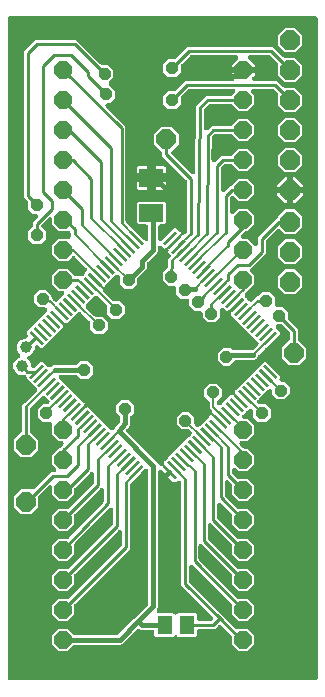
<source format=gbr>
G04 EAGLE Gerber RS-274X export*
G75*
%MOMM*%
%FSLAX34Y34*%
%LPD*%
%INTop Copper*%
%IPPOS*%
%AMOC8*
5,1,8,0,0,1.08239X$1,22.5*%
G01*
%ADD10R,2.000000X1.500000*%
%ADD11P,1.787026X8X22.500000*%
%ADD12R,1.500000X0.250000*%
%ADD13R,0.250000X1.500000*%
%ADD14P,1.567084X8X202.500000*%
%ADD15P,1.814519X8X22.500000*%
%ADD16P,1.814519X8X202.500000*%
%ADD17R,1.300000X1.600000*%
%ADD18C,0.208281*%
%ADD19C,0.406400*%
%ADD20P,1.072216X8X22.500000*%
%ADD21C,0.254000*%
%ADD22C,1.066800*%
%ADD23C,0.990600*%

G36*
X264176Y3813D02*
X264176Y3813D01*
X264194Y3811D01*
X264376Y3832D01*
X264559Y3851D01*
X264576Y3856D01*
X264593Y3858D01*
X264768Y3915D01*
X264944Y3969D01*
X264959Y3977D01*
X264976Y3983D01*
X265136Y4073D01*
X265298Y4161D01*
X265311Y4172D01*
X265327Y4181D01*
X265466Y4301D01*
X265607Y4418D01*
X265618Y4432D01*
X265632Y4444D01*
X265744Y4589D01*
X265859Y4732D01*
X265867Y4748D01*
X265878Y4762D01*
X265960Y4927D01*
X266045Y5089D01*
X266050Y5106D01*
X266058Y5122D01*
X266105Y5301D01*
X266156Y5476D01*
X266158Y5494D01*
X266162Y5511D01*
X266189Y5842D01*
X266189Y564158D01*
X266187Y564176D01*
X266189Y564194D01*
X266168Y564376D01*
X266149Y564559D01*
X266144Y564576D01*
X266142Y564593D01*
X266085Y564768D01*
X266031Y564944D01*
X266023Y564959D01*
X266017Y564976D01*
X265927Y565136D01*
X265839Y565298D01*
X265828Y565311D01*
X265819Y565327D01*
X265699Y565466D01*
X265582Y565607D01*
X265568Y565618D01*
X265556Y565632D01*
X265411Y565744D01*
X265268Y565859D01*
X265252Y565867D01*
X265238Y565878D01*
X265073Y565960D01*
X264911Y566045D01*
X264894Y566050D01*
X264878Y566058D01*
X264699Y566105D01*
X264524Y566156D01*
X264506Y566158D01*
X264489Y566162D01*
X264158Y566189D01*
X5842Y566189D01*
X5824Y566187D01*
X5806Y566189D01*
X5624Y566168D01*
X5441Y566149D01*
X5424Y566144D01*
X5407Y566142D01*
X5232Y566085D01*
X5056Y566031D01*
X5041Y566023D01*
X5024Y566017D01*
X4864Y565927D01*
X4702Y565839D01*
X4689Y565828D01*
X4673Y565819D01*
X4534Y565699D01*
X4393Y565582D01*
X4382Y565568D01*
X4368Y565556D01*
X4256Y565411D01*
X4141Y565268D01*
X4133Y565252D01*
X4122Y565238D01*
X4040Y565073D01*
X3955Y564911D01*
X3950Y564894D01*
X3942Y564878D01*
X3895Y564699D01*
X3844Y564524D01*
X3842Y564506D01*
X3838Y564489D01*
X3811Y564158D01*
X3811Y5842D01*
X3813Y5824D01*
X3811Y5806D01*
X3832Y5624D01*
X3851Y5441D01*
X3856Y5424D01*
X3858Y5407D01*
X3915Y5232D01*
X3969Y5056D01*
X3977Y5041D01*
X3983Y5024D01*
X4073Y4864D01*
X4161Y4702D01*
X4172Y4689D01*
X4181Y4673D01*
X4301Y4534D01*
X4418Y4393D01*
X4432Y4382D01*
X4444Y4368D01*
X4589Y4256D01*
X4732Y4141D01*
X4748Y4133D01*
X4762Y4122D01*
X4927Y4040D01*
X5089Y3955D01*
X5106Y3950D01*
X5122Y3942D01*
X5301Y3895D01*
X5476Y3844D01*
X5494Y3842D01*
X5511Y3838D01*
X5842Y3811D01*
X264158Y3811D01*
X264176Y3813D01*
G37*
%LPC*%
G36*
X46960Y28828D02*
X46960Y28828D01*
X41528Y34260D01*
X41528Y41940D01*
X46960Y47372D01*
X54640Y47372D01*
X59252Y42760D01*
X59273Y42743D01*
X59291Y42722D01*
X59429Y42615D01*
X59564Y42505D01*
X59588Y42492D01*
X59609Y42476D01*
X59765Y42398D01*
X59920Y42316D01*
X59945Y42308D01*
X59969Y42296D01*
X60139Y42251D01*
X60306Y42201D01*
X60332Y42199D01*
X60358Y42192D01*
X60689Y42165D01*
X95900Y42165D01*
X95927Y42167D01*
X95953Y42165D01*
X96127Y42187D01*
X96301Y42205D01*
X96326Y42212D01*
X96353Y42216D01*
X96518Y42271D01*
X96685Y42323D01*
X96709Y42336D01*
X96734Y42344D01*
X96886Y42431D01*
X97040Y42515D01*
X97060Y42532D01*
X97083Y42545D01*
X97336Y42760D01*
X110568Y55992D01*
X110569Y55992D01*
X122340Y67764D01*
X122357Y67784D01*
X122378Y67802D01*
X122485Y67940D01*
X122595Y68075D01*
X122608Y68099D01*
X122624Y68120D01*
X122702Y68277D01*
X122784Y68431D01*
X122792Y68456D01*
X122804Y68481D01*
X122849Y68650D01*
X122899Y68817D01*
X122901Y68843D01*
X122908Y68869D01*
X122935Y69200D01*
X122935Y180936D01*
X122934Y180945D01*
X122935Y180954D01*
X122914Y181147D01*
X122895Y181337D01*
X122893Y181345D01*
X122892Y181354D01*
X122833Y181539D01*
X122777Y181722D01*
X122773Y181730D01*
X122770Y181738D01*
X122677Y181906D01*
X122585Y182076D01*
X122580Y182083D01*
X122575Y182090D01*
X122451Y182237D01*
X122328Y182385D01*
X122321Y182391D01*
X122315Y182397D01*
X122163Y182517D01*
X122014Y182637D01*
X122006Y182641D01*
X121999Y182647D01*
X121826Y182735D01*
X121657Y182823D01*
X121648Y182825D01*
X121640Y182829D01*
X121454Y182881D01*
X121270Y182934D01*
X121261Y182935D01*
X121252Y182937D01*
X121059Y182951D01*
X120868Y182967D01*
X120860Y182966D01*
X120851Y182967D01*
X120658Y182942D01*
X120469Y182920D01*
X120460Y182917D01*
X120451Y182916D01*
X120269Y182855D01*
X120086Y182795D01*
X120078Y182791D01*
X120070Y182788D01*
X119903Y182692D01*
X119735Y182597D01*
X119728Y182592D01*
X119721Y182587D01*
X119468Y182372D01*
X116527Y179432D01*
X116510Y179411D01*
X116490Y179393D01*
X116383Y179256D01*
X116272Y179120D01*
X116259Y179097D01*
X116243Y179075D01*
X116165Y178918D01*
X116083Y178764D01*
X116076Y178739D01*
X116065Y178717D01*
X107660Y170313D01*
X107643Y170292D01*
X107623Y170274D01*
X107516Y170137D01*
X107405Y170001D01*
X107393Y169978D01*
X107376Y169956D01*
X107298Y169799D01*
X107216Y169645D01*
X107209Y169620D01*
X107197Y169596D01*
X107151Y169426D01*
X107102Y169260D01*
X107099Y169233D01*
X107092Y169207D01*
X107065Y168876D01*
X107065Y115094D01*
X104536Y112565D01*
X60667Y68696D01*
X60650Y68675D01*
X60629Y68658D01*
X60522Y68520D01*
X60412Y68384D01*
X60399Y68361D01*
X60383Y68340D01*
X60305Y68183D01*
X60223Y68029D01*
X60215Y68003D01*
X60203Y67979D01*
X60158Y67810D01*
X60108Y67643D01*
X60106Y67616D01*
X60099Y67590D01*
X60072Y67260D01*
X60072Y59660D01*
X54640Y54228D01*
X46960Y54228D01*
X41528Y59660D01*
X41528Y67340D01*
X46960Y72772D01*
X54560Y72772D01*
X54586Y72774D01*
X54613Y72772D01*
X54787Y72794D01*
X54960Y72812D01*
X54986Y72819D01*
X55012Y72823D01*
X55178Y72878D01*
X55345Y72930D01*
X55369Y72943D01*
X55394Y72951D01*
X55546Y73038D01*
X55699Y73122D01*
X55720Y73139D01*
X55743Y73152D01*
X55996Y73367D01*
X99865Y117236D01*
X99882Y117256D01*
X99902Y117274D01*
X100009Y117412D01*
X100120Y117547D01*
X100132Y117571D01*
X100149Y117592D01*
X100227Y117749D01*
X100309Y117903D01*
X100316Y117928D01*
X100328Y117952D01*
X100374Y118122D01*
X100423Y118289D01*
X100426Y118315D01*
X100433Y118341D01*
X100460Y118672D01*
X100460Y128985D01*
X100459Y128994D01*
X100460Y129004D01*
X100439Y129195D01*
X100420Y129386D01*
X100417Y129395D01*
X100416Y129404D01*
X100358Y129587D01*
X100302Y129771D01*
X100297Y129779D01*
X100294Y129788D01*
X100202Y129955D01*
X100110Y130125D01*
X100104Y130132D01*
X100100Y130140D01*
X99975Y130286D01*
X99852Y130434D01*
X99845Y130440D01*
X99839Y130447D01*
X99688Y130566D01*
X99538Y130686D01*
X99530Y130691D01*
X99523Y130696D01*
X99352Y130783D01*
X99181Y130872D01*
X99172Y130874D01*
X99164Y130879D01*
X98978Y130930D01*
X98794Y130983D01*
X98785Y130984D01*
X98776Y130986D01*
X98584Y131000D01*
X98393Y131016D01*
X98384Y131015D01*
X98374Y131016D01*
X98183Y130991D01*
X97993Y130969D01*
X97984Y130966D01*
X97975Y130965D01*
X97792Y130904D01*
X97610Y130844D01*
X97602Y130840D01*
X97593Y130837D01*
X97428Y130741D01*
X97260Y130646D01*
X97253Y130640D01*
X97245Y130636D01*
X96992Y130421D01*
X96948Y130377D01*
X60667Y94096D01*
X60650Y94075D01*
X60629Y94058D01*
X60522Y93920D01*
X60412Y93784D01*
X60399Y93761D01*
X60383Y93740D01*
X60305Y93583D01*
X60223Y93429D01*
X60215Y93403D01*
X60203Y93379D01*
X60158Y93210D01*
X60108Y93043D01*
X60106Y93016D01*
X60099Y92990D01*
X60072Y92660D01*
X60072Y85060D01*
X54640Y79628D01*
X46960Y79628D01*
X41528Y85060D01*
X41528Y92740D01*
X46960Y98172D01*
X54560Y98172D01*
X54586Y98174D01*
X54613Y98172D01*
X54787Y98194D01*
X54960Y98212D01*
X54986Y98219D01*
X55012Y98223D01*
X55178Y98278D01*
X55345Y98330D01*
X55369Y98343D01*
X55394Y98351D01*
X55546Y98438D01*
X55699Y98522D01*
X55720Y98539D01*
X55743Y98552D01*
X55996Y98767D01*
X92277Y135048D01*
X92294Y135069D01*
X92315Y135086D01*
X92422Y135224D01*
X92532Y135360D01*
X92545Y135383D01*
X92561Y135404D01*
X92639Y135561D01*
X92721Y135715D01*
X92729Y135741D01*
X92741Y135765D01*
X92786Y135934D01*
X92836Y136101D01*
X92838Y136128D01*
X92845Y136154D01*
X92872Y136484D01*
X92872Y148320D01*
X92869Y148349D01*
X92871Y148379D01*
X92849Y148550D01*
X92832Y148720D01*
X92824Y148749D01*
X92820Y148779D01*
X92765Y148941D01*
X92714Y149105D01*
X92700Y149132D01*
X92690Y149160D01*
X92604Y149308D01*
X92522Y149459D01*
X92503Y149482D01*
X92488Y149508D01*
X92374Y149637D01*
X92265Y149769D01*
X92241Y149787D01*
X92222Y149810D01*
X92085Y149913D01*
X91951Y150021D01*
X91924Y150035D01*
X91901Y150053D01*
X91745Y150128D01*
X91594Y150206D01*
X91565Y150215D01*
X91538Y150228D01*
X91371Y150270D01*
X91207Y150318D01*
X91177Y150320D01*
X91148Y150328D01*
X90977Y150337D01*
X90805Y150351D01*
X90776Y150347D01*
X90746Y150349D01*
X90576Y150324D01*
X90406Y150304D01*
X90377Y150294D01*
X90348Y150290D01*
X90186Y150232D01*
X90023Y150179D01*
X89997Y150164D01*
X89969Y150154D01*
X89822Y150065D01*
X89672Y149981D01*
X89650Y149961D01*
X89624Y149946D01*
X89375Y149726D01*
X60637Y119781D01*
X60634Y119776D01*
X60629Y119772D01*
X60510Y119619D01*
X60389Y119464D01*
X60386Y119459D01*
X60383Y119454D01*
X60296Y119279D01*
X60208Y119105D01*
X60206Y119099D01*
X60203Y119094D01*
X60153Y118905D01*
X60101Y118716D01*
X60100Y118711D01*
X60099Y118705D01*
X60072Y118374D01*
X60072Y110460D01*
X54640Y105028D01*
X46960Y105028D01*
X41528Y110460D01*
X41528Y118140D01*
X46960Y123572D01*
X54254Y123572D01*
X54302Y123576D01*
X54349Y123574D01*
X54502Y123596D01*
X54655Y123612D01*
X54701Y123626D01*
X54748Y123633D01*
X54893Y123685D01*
X55040Y123730D01*
X55082Y123752D01*
X55127Y123769D01*
X55259Y123848D01*
X55394Y123922D01*
X55431Y123952D01*
X55471Y123977D01*
X55656Y124140D01*
X55703Y124179D01*
X55710Y124188D01*
X55720Y124197D01*
X84719Y154414D01*
X84723Y154419D01*
X84727Y154422D01*
X84846Y154575D01*
X84968Y154731D01*
X84970Y154736D01*
X84974Y154740D01*
X85061Y154916D01*
X85149Y155090D01*
X85150Y155096D01*
X85153Y155101D01*
X85204Y155290D01*
X85256Y155478D01*
X85256Y155484D01*
X85258Y155490D01*
X85285Y155820D01*
X85285Y164610D01*
X85284Y164619D01*
X85285Y164628D01*
X85264Y164820D01*
X85245Y165011D01*
X85242Y165019D01*
X85241Y165028D01*
X85184Y165210D01*
X85127Y165396D01*
X85122Y165404D01*
X85120Y165412D01*
X85027Y165580D01*
X84935Y165750D01*
X84929Y165757D01*
X84925Y165764D01*
X84800Y165912D01*
X84677Y166059D01*
X84670Y166065D01*
X84664Y166071D01*
X84513Y166191D01*
X84363Y166311D01*
X84355Y166315D01*
X84349Y166321D01*
X84177Y166408D01*
X84006Y166497D01*
X83998Y166499D01*
X83990Y166503D01*
X83804Y166555D01*
X83619Y166608D01*
X83610Y166609D01*
X83602Y166611D01*
X83409Y166625D01*
X83218Y166641D01*
X83209Y166640D01*
X83200Y166641D01*
X83009Y166617D01*
X82818Y166594D01*
X82810Y166591D01*
X82801Y166590D01*
X82620Y166529D01*
X82435Y166469D01*
X82427Y166465D01*
X82419Y166462D01*
X82253Y166366D01*
X82085Y166271D01*
X82078Y166266D01*
X82070Y166261D01*
X81817Y166046D01*
X80773Y165002D01*
X60667Y144896D01*
X60650Y144875D01*
X60629Y144858D01*
X60522Y144720D01*
X60412Y144584D01*
X60399Y144561D01*
X60383Y144540D01*
X60305Y144383D01*
X60223Y144229D01*
X60215Y144203D01*
X60203Y144179D01*
X60158Y144010D01*
X60108Y143843D01*
X60106Y143816D01*
X60099Y143790D01*
X60072Y143460D01*
X60072Y135860D01*
X54640Y130428D01*
X46960Y130428D01*
X41528Y135860D01*
X41528Y143540D01*
X46960Y148972D01*
X54560Y148972D01*
X54586Y148974D01*
X54613Y148972D01*
X54787Y148994D01*
X54960Y149012D01*
X54986Y149019D01*
X55012Y149023D01*
X55178Y149079D01*
X55345Y149130D01*
X55369Y149143D01*
X55394Y149151D01*
X55546Y149238D01*
X55699Y149322D01*
X55720Y149339D01*
X55743Y149352D01*
X55996Y149567D01*
X76102Y169673D01*
X76119Y169694D01*
X76140Y169711D01*
X76247Y169849D01*
X76357Y169985D01*
X76370Y170008D01*
X76386Y170029D01*
X76464Y170186D01*
X76546Y170340D01*
X76554Y170366D01*
X76566Y170390D01*
X76611Y170559D01*
X76661Y170726D01*
X76663Y170753D01*
X76670Y170779D01*
X76697Y171109D01*
X76697Y178248D01*
X76696Y178256D01*
X76697Y178265D01*
X76676Y178458D01*
X76657Y178648D01*
X76655Y178657D01*
X76654Y178666D01*
X76596Y178848D01*
X76539Y179033D01*
X76535Y179041D01*
X76532Y179050D01*
X76439Y179218D01*
X76347Y179387D01*
X76342Y179394D01*
X76337Y179402D01*
X76213Y179549D01*
X76090Y179696D01*
X76083Y179702D01*
X76077Y179709D01*
X75925Y179829D01*
X75776Y179949D01*
X75768Y179953D01*
X75761Y179958D01*
X75588Y180046D01*
X75419Y180134D01*
X75410Y180137D01*
X75402Y180141D01*
X75216Y180193D01*
X75032Y180246D01*
X75023Y180246D01*
X75014Y180249D01*
X74821Y180263D01*
X74630Y180279D01*
X74622Y180278D01*
X74613Y180278D01*
X74420Y180254D01*
X74231Y180232D01*
X74222Y180229D01*
X74213Y180228D01*
X74031Y180167D01*
X73848Y180107D01*
X73840Y180102D01*
X73832Y180100D01*
X73665Y180003D01*
X73497Y179909D01*
X73490Y179903D01*
X73483Y179899D01*
X73230Y179684D01*
X60667Y167121D01*
X60650Y167100D01*
X60629Y167083D01*
X60522Y166945D01*
X60412Y166809D01*
X60399Y166786D01*
X60383Y166765D01*
X60305Y166608D01*
X60223Y166454D01*
X60215Y166428D01*
X60203Y166404D01*
X60158Y166235D01*
X60108Y166068D01*
X60106Y166041D01*
X60099Y166015D01*
X60072Y165685D01*
X60072Y161260D01*
X54640Y155828D01*
X46960Y155828D01*
X41528Y161260D01*
X41528Y166954D01*
X41527Y166962D01*
X41528Y166971D01*
X41507Y167165D01*
X41488Y167354D01*
X41486Y167363D01*
X41485Y167372D01*
X41427Y167556D01*
X41370Y167739D01*
X41366Y167747D01*
X41363Y167756D01*
X41271Y167923D01*
X41178Y168093D01*
X41173Y168100D01*
X41168Y168108D01*
X41045Y168254D01*
X40921Y168402D01*
X40914Y168408D01*
X40908Y168415D01*
X40757Y168534D01*
X40607Y168655D01*
X40599Y168659D01*
X40592Y168664D01*
X40419Y168752D01*
X40250Y168840D01*
X40241Y168843D01*
X40233Y168847D01*
X40047Y168899D01*
X39863Y168952D01*
X39854Y168952D01*
X39845Y168955D01*
X39652Y168969D01*
X39461Y168985D01*
X39453Y168984D01*
X39444Y168984D01*
X39251Y168960D01*
X39062Y168938D01*
X39053Y168935D01*
X39044Y168934D01*
X38861Y168872D01*
X38679Y168813D01*
X38671Y168808D01*
X38663Y168806D01*
X38496Y168709D01*
X38328Y168615D01*
X38321Y168609D01*
X38314Y168605D01*
X38061Y168390D01*
X30358Y160687D01*
X30341Y160666D01*
X30320Y160649D01*
X30213Y160511D01*
X30103Y160375D01*
X30090Y160352D01*
X30074Y160331D01*
X29996Y160174D01*
X29914Y160020D01*
X29906Y159994D01*
X29894Y159970D01*
X29849Y159801D01*
X29799Y159634D01*
X29797Y159607D01*
X29790Y159581D01*
X29763Y159251D01*
X29763Y150989D01*
X23736Y144962D01*
X15214Y144962D01*
X9187Y150989D01*
X9187Y159511D01*
X15214Y165538D01*
X23895Y165538D01*
X24032Y165465D01*
X24050Y165460D01*
X24066Y165452D01*
X24242Y165403D01*
X24418Y165350D01*
X24436Y165349D01*
X24453Y165344D01*
X24637Y165330D01*
X24819Y165314D01*
X24837Y165316D01*
X24855Y165314D01*
X25038Y165338D01*
X25220Y165357D01*
X25236Y165363D01*
X25254Y165365D01*
X25429Y165424D01*
X25603Y165479D01*
X25619Y165487D01*
X25636Y165493D01*
X25795Y165585D01*
X25956Y165673D01*
X25969Y165685D01*
X25985Y165694D01*
X26238Y165909D01*
X40632Y180303D01*
X42981Y180303D01*
X42990Y180304D01*
X42999Y180303D01*
X43191Y180324D01*
X43382Y180343D01*
X43390Y180345D01*
X43399Y180346D01*
X43582Y180404D01*
X43767Y180461D01*
X43775Y180465D01*
X43783Y180468D01*
X43952Y180561D01*
X44121Y180653D01*
X44128Y180658D01*
X44135Y180663D01*
X44282Y180787D01*
X44430Y180910D01*
X44436Y180917D01*
X44442Y180923D01*
X44561Y181074D01*
X44682Y181224D01*
X44687Y181232D01*
X44692Y181239D01*
X44780Y181412D01*
X44868Y181581D01*
X44870Y181590D01*
X44874Y181598D01*
X44926Y181784D01*
X44979Y181968D01*
X44980Y181977D01*
X44982Y181986D01*
X44996Y182178D01*
X45012Y182370D01*
X45011Y182378D01*
X45012Y182387D01*
X44987Y182580D01*
X44965Y182769D01*
X44963Y182778D01*
X44961Y182787D01*
X44900Y182970D01*
X44840Y183152D01*
X44836Y183160D01*
X44833Y183168D01*
X44737Y183335D01*
X44643Y183503D01*
X44637Y183510D01*
X44632Y183517D01*
X44418Y183770D01*
X41528Y186660D01*
X41528Y194340D01*
X47200Y200012D01*
X47246Y200038D01*
X47399Y200122D01*
X47420Y200139D01*
X47443Y200152D01*
X47696Y200367D01*
X50490Y203161D01*
X50496Y203168D01*
X50502Y203173D01*
X50623Y203323D01*
X50745Y203472D01*
X50749Y203480D01*
X50755Y203487D01*
X50844Y203658D01*
X50934Y203828D01*
X50936Y203836D01*
X50940Y203844D01*
X50994Y204030D01*
X51048Y204214D01*
X51049Y204223D01*
X51052Y204231D01*
X51067Y204423D01*
X51085Y204615D01*
X51084Y204624D01*
X51085Y204633D01*
X51062Y204822D01*
X51041Y205015D01*
X51039Y205024D01*
X51038Y205032D01*
X50978Y205214D01*
X50920Y205399D01*
X50916Y205407D01*
X50913Y205415D01*
X50818Y205584D01*
X50725Y205751D01*
X50719Y205758D01*
X50715Y205766D01*
X50589Y205912D01*
X50465Y206058D01*
X50458Y206064D01*
X50452Y206071D01*
X50300Y206188D01*
X50149Y206308D01*
X50141Y206312D01*
X50134Y206317D01*
X49962Y206403D01*
X49790Y206490D01*
X49781Y206493D01*
X49773Y206497D01*
X49587Y206547D01*
X49402Y206598D01*
X49393Y206599D01*
X49384Y206601D01*
X49054Y206628D01*
X46960Y206628D01*
X41528Y212060D01*
X41528Y220130D01*
X41572Y220279D01*
X41573Y220288D01*
X41576Y220297D01*
X41591Y220487D01*
X41609Y220680D01*
X41608Y220689D01*
X41609Y220698D01*
X41586Y220888D01*
X41566Y221080D01*
X41563Y221089D01*
X41562Y221098D01*
X41502Y221282D01*
X41444Y221464D01*
X41440Y221472D01*
X41437Y221481D01*
X41342Y221650D01*
X41249Y221816D01*
X41244Y221823D01*
X41239Y221831D01*
X41113Y221977D01*
X40989Y222123D01*
X40982Y222129D01*
X40976Y222136D01*
X40824Y222254D01*
X40673Y222373D01*
X40665Y222377D01*
X40658Y222383D01*
X40485Y222468D01*
X40314Y222556D01*
X40305Y222558D01*
X40297Y222562D01*
X40111Y222612D01*
X39926Y222664D01*
X39917Y222664D01*
X39908Y222667D01*
X39578Y222694D01*
X33409Y222694D01*
X29019Y227084D01*
X29019Y233291D01*
X33409Y237681D01*
X37197Y237681D01*
X37205Y237682D01*
X37214Y237681D01*
X37406Y237702D01*
X37597Y237721D01*
X37606Y237724D01*
X37615Y237725D01*
X37797Y237782D01*
X37982Y237839D01*
X37990Y237844D01*
X37998Y237846D01*
X38167Y237939D01*
X38336Y238031D01*
X38343Y238037D01*
X38351Y238041D01*
X38499Y238166D01*
X38645Y238289D01*
X38651Y238296D01*
X38658Y238302D01*
X38777Y238453D01*
X38898Y238603D01*
X38902Y238611D01*
X38907Y238617D01*
X38994Y238789D01*
X39083Y238960D01*
X39086Y238968D01*
X39090Y238976D01*
X39141Y239162D01*
X39195Y239347D01*
X39195Y239356D01*
X39198Y239364D01*
X39212Y239557D01*
X39227Y239748D01*
X39226Y239757D01*
X39227Y239766D01*
X39203Y239957D01*
X39181Y240148D01*
X39178Y240156D01*
X39177Y240165D01*
X39116Y240346D01*
X39056Y240531D01*
X39051Y240539D01*
X39048Y240547D01*
X38953Y240712D01*
X38858Y240881D01*
X38852Y240888D01*
X38848Y240896D01*
X38633Y241149D01*
X37481Y242301D01*
X35481Y244301D01*
X35467Y244312D01*
X35456Y244325D01*
X35312Y244439D01*
X35170Y244556D01*
X35154Y244564D01*
X35140Y244575D01*
X34976Y244658D01*
X34814Y244744D01*
X34797Y244749D01*
X34781Y244757D01*
X34604Y244807D01*
X34428Y244859D01*
X34410Y244861D01*
X34393Y244865D01*
X34210Y244879D01*
X34027Y244895D01*
X34009Y244894D01*
X33991Y244895D01*
X33809Y244872D01*
X33627Y244852D01*
X33610Y244847D01*
X33592Y244844D01*
X33418Y244786D01*
X33243Y244731D01*
X33227Y244722D01*
X33210Y244716D01*
X33052Y244625D01*
X32891Y244536D01*
X32877Y244524D01*
X32861Y244515D01*
X32608Y244301D01*
X22948Y234640D01*
X22931Y234619D01*
X22910Y234602D01*
X22803Y234464D01*
X22693Y234328D01*
X22680Y234305D01*
X22664Y234284D01*
X22586Y234127D01*
X22504Y233973D01*
X22496Y233947D01*
X22484Y233923D01*
X22439Y233754D01*
X22389Y233587D01*
X22387Y233560D01*
X22380Y233534D01*
X22353Y233203D01*
X22353Y215288D01*
X22355Y215261D01*
X22353Y215234D01*
X22375Y215060D01*
X22393Y214887D01*
X22400Y214862D01*
X22404Y214835D01*
X22460Y214669D01*
X22511Y214502D01*
X22524Y214479D01*
X22532Y214453D01*
X22619Y214302D01*
X22703Y214148D01*
X22720Y214128D01*
X22733Y214104D01*
X22948Y213851D01*
X29338Y207461D01*
X29338Y198939D01*
X23311Y192912D01*
X14789Y192912D01*
X8762Y198939D01*
X8762Y207461D01*
X15152Y213851D01*
X15169Y213872D01*
X15190Y213890D01*
X15297Y214027D01*
X15407Y214163D01*
X15420Y214186D01*
X15436Y214208D01*
X15514Y214364D01*
X15596Y214519D01*
X15604Y214544D01*
X15616Y214568D01*
X15661Y214737D01*
X15711Y214904D01*
X15713Y214931D01*
X15720Y214957D01*
X15747Y215288D01*
X15747Y236458D01*
X17792Y238502D01*
X17949Y238550D01*
X17973Y238563D01*
X17998Y238572D01*
X18150Y238659D01*
X18303Y238742D01*
X18324Y238759D01*
X18347Y238773D01*
X18600Y238987D01*
X28261Y248648D01*
X28272Y248662D01*
X28286Y248673D01*
X28400Y248818D01*
X28516Y248960D01*
X28524Y248975D01*
X28535Y248989D01*
X28619Y249153D01*
X28705Y249315D01*
X28710Y249332D01*
X28718Y249348D01*
X28767Y249525D01*
X28819Y249701D01*
X28821Y249719D01*
X28826Y249736D01*
X28839Y249919D01*
X28856Y250102D01*
X28854Y250120D01*
X28855Y250138D01*
X28832Y250320D01*
X28812Y250502D01*
X28807Y250519D01*
X28805Y250537D01*
X28746Y250711D01*
X28691Y250886D01*
X28682Y250902D01*
X28677Y250919D01*
X28585Y251078D01*
X28496Y251239D01*
X28485Y251252D01*
X28476Y251268D01*
X28261Y251521D01*
X26261Y253520D01*
X19785Y259996D01*
X19785Y260350D01*
X19783Y260368D01*
X19785Y260386D01*
X19763Y260568D01*
X19745Y260751D01*
X19740Y260768D01*
X19738Y260785D01*
X19681Y260960D01*
X19627Y261136D01*
X19619Y261151D01*
X19613Y261168D01*
X19523Y261328D01*
X19435Y261490D01*
X19424Y261503D01*
X19415Y261519D01*
X19295Y261658D01*
X19178Y261799D01*
X19164Y261810D01*
X19152Y261824D01*
X19007Y261936D01*
X18864Y262051D01*
X18848Y262059D01*
X18834Y262070D01*
X18669Y262152D01*
X18507Y262237D01*
X18489Y262242D01*
X18473Y262250D01*
X18295Y262297D01*
X18120Y262348D01*
X18102Y262350D01*
X18085Y262354D01*
X17754Y262381D01*
X14384Y262381D01*
X11630Y263522D01*
X9522Y265630D01*
X8381Y268384D01*
X8381Y271366D01*
X9522Y274120D01*
X11630Y276228D01*
X13308Y276923D01*
X13319Y276929D01*
X13332Y276933D01*
X13496Y277024D01*
X13662Y277113D01*
X13673Y277121D01*
X13685Y277128D01*
X13827Y277249D01*
X13973Y277369D01*
X13981Y277380D01*
X13992Y277388D01*
X14108Y277536D01*
X14227Y277682D01*
X14233Y277694D01*
X14241Y277704D01*
X14326Y277871D01*
X14414Y278038D01*
X14417Y278051D01*
X14423Y278063D01*
X14474Y278245D01*
X14527Y278425D01*
X14528Y278438D01*
X14531Y278451D01*
X14545Y278640D01*
X14561Y278826D01*
X14560Y278839D01*
X14561Y278853D01*
X14537Y279040D01*
X14516Y279226D01*
X14512Y279239D01*
X14510Y279252D01*
X14451Y279430D01*
X14393Y279609D01*
X14386Y279621D01*
X14382Y279634D01*
X14288Y279797D01*
X14197Y279961D01*
X14188Y279971D01*
X14181Y279983D01*
X13967Y280236D01*
X12697Y281505D01*
X11556Y284259D01*
X11556Y287241D01*
X12697Y289995D01*
X14805Y292103D01*
X15537Y292406D01*
X15538Y292406D01*
X17559Y293244D01*
X18757Y293244D01*
X18766Y293245D01*
X18775Y293244D01*
X18967Y293265D01*
X19158Y293284D01*
X19166Y293286D01*
X19175Y293287D01*
X19357Y293345D01*
X19543Y293402D01*
X19551Y293406D01*
X19559Y293409D01*
X19727Y293502D01*
X19897Y293594D01*
X19903Y293599D01*
X19911Y293604D01*
X20059Y293729D01*
X20206Y293851D01*
X20211Y293858D01*
X20218Y293864D01*
X20338Y294016D01*
X20458Y294165D01*
X20462Y294173D01*
X20468Y294180D01*
X20556Y294353D01*
X20644Y294522D01*
X20646Y294531D01*
X20650Y294539D01*
X20702Y294724D01*
X20755Y294909D01*
X20756Y294918D01*
X20758Y294927D01*
X20772Y295119D01*
X20788Y295311D01*
X20787Y295319D01*
X20788Y295328D01*
X20764Y295519D01*
X20741Y295710D01*
X20738Y295719D01*
X20737Y295728D01*
X20676Y295909D01*
X20616Y296093D01*
X20612Y296101D01*
X20609Y296109D01*
X20514Y296275D01*
X20418Y296444D01*
X20413Y296451D01*
X20408Y296458D01*
X20193Y296711D01*
X19785Y297120D01*
X19785Y298804D01*
X22726Y301744D01*
X33945Y312964D01*
X36570Y315588D01*
X36674Y315715D01*
X36782Y315838D01*
X36801Y315870D01*
X36825Y315900D01*
X36902Y316044D01*
X36984Y316186D01*
X36998Y316226D01*
X37013Y316255D01*
X37038Y316339D01*
X37096Y316499D01*
X37146Y316687D01*
X37177Y316747D01*
X37193Y316800D01*
X37215Y316851D01*
X37248Y316994D01*
X37289Y317134D01*
X37293Y317190D01*
X37306Y317243D01*
X37310Y317390D01*
X37322Y317536D01*
X37315Y317591D01*
X37317Y317646D01*
X37292Y317790D01*
X37275Y317935D01*
X37257Y317988D01*
X37248Y318043D01*
X37195Y318179D01*
X37150Y318318D01*
X37123Y318366D01*
X37103Y318418D01*
X37024Y318541D01*
X36952Y318669D01*
X36916Y318711D01*
X36886Y318757D01*
X36784Y318863D01*
X36689Y318974D01*
X36645Y319007D01*
X36607Y319047D01*
X36486Y319131D01*
X36371Y319220D01*
X36321Y319245D01*
X36276Y319276D01*
X36141Y319334D01*
X36010Y319400D01*
X35957Y319414D01*
X35906Y319436D01*
X35763Y319466D01*
X35621Y319504D01*
X35559Y319509D01*
X35512Y319519D01*
X35428Y319520D01*
X35291Y319531D01*
X30234Y319531D01*
X25844Y323921D01*
X25844Y330129D01*
X30234Y334519D01*
X36441Y334519D01*
X40831Y330129D01*
X40831Y328862D01*
X40834Y328839D01*
X40832Y328815D01*
X40853Y328638D01*
X40871Y328461D01*
X40878Y328439D01*
X40881Y328416D01*
X40937Y328247D01*
X40989Y328076D01*
X41000Y328056D01*
X41008Y328034D01*
X41096Y327879D01*
X41181Y327722D01*
X41196Y327704D01*
X41208Y327684D01*
X41325Y327549D01*
X41439Y327413D01*
X41457Y327398D01*
X41472Y327381D01*
X41614Y327272D01*
X41669Y327228D01*
X42032Y326354D01*
X42053Y326315D01*
X42067Y326274D01*
X42148Y326138D01*
X42223Y325999D01*
X42251Y325965D01*
X42273Y325928D01*
X42449Y325726D01*
X42480Y325689D01*
X42485Y325684D01*
X42491Y325678D01*
X43166Y325020D01*
X43170Y325017D01*
X43173Y325013D01*
X43327Y324892D01*
X43481Y324769D01*
X43485Y324767D01*
X43489Y324764D01*
X43663Y324676D01*
X43839Y324585D01*
X43844Y324584D01*
X43848Y324582D01*
X44039Y324528D01*
X44227Y324475D01*
X44231Y324475D01*
X44236Y324474D01*
X44434Y324459D01*
X44628Y324444D01*
X44633Y324444D01*
X44637Y324444D01*
X44831Y324469D01*
X45028Y324493D01*
X45032Y324494D01*
X45036Y324495D01*
X45220Y324556D01*
X45410Y324619D01*
X45414Y324621D01*
X45418Y324623D01*
X45587Y324720D01*
X45760Y324818D01*
X45763Y324821D01*
X45767Y324824D01*
X46020Y325038D01*
X47474Y326493D01*
X47475Y326493D01*
X51142Y330161D01*
X51148Y330168D01*
X51155Y330173D01*
X51275Y330323D01*
X51397Y330472D01*
X51402Y330480D01*
X51407Y330487D01*
X51496Y330657D01*
X51586Y330828D01*
X51589Y330837D01*
X51593Y330844D01*
X51646Y331029D01*
X51701Y331214D01*
X51702Y331223D01*
X51704Y331231D01*
X51720Y331422D01*
X51737Y331615D01*
X51736Y331624D01*
X51737Y331633D01*
X51715Y331822D01*
X51694Y332015D01*
X51691Y332024D01*
X51690Y332032D01*
X51631Y332214D01*
X51572Y332399D01*
X51568Y332407D01*
X51565Y332415D01*
X51470Y332584D01*
X51377Y332751D01*
X51372Y332758D01*
X51367Y332766D01*
X51241Y332912D01*
X51117Y333058D01*
X51110Y333064D01*
X51104Y333071D01*
X50953Y333188D01*
X50801Y333308D01*
X50793Y333312D01*
X50786Y333317D01*
X50614Y333403D01*
X50442Y333490D01*
X50434Y333493D01*
X50426Y333497D01*
X50240Y333547D01*
X50054Y333598D01*
X50045Y333599D01*
X50037Y333601D01*
X49706Y333628D01*
X46960Y333628D01*
X41528Y339060D01*
X41528Y346740D01*
X46960Y352172D01*
X54640Y352172D01*
X60015Y346798D01*
X60035Y346781D01*
X60053Y346760D01*
X60191Y346653D01*
X60326Y346543D01*
X60350Y346530D01*
X60371Y346514D01*
X60528Y346436D01*
X60682Y346354D01*
X60707Y346346D01*
X60731Y346334D01*
X60901Y346289D01*
X61068Y346239D01*
X61094Y346237D01*
X61120Y346230D01*
X61451Y346203D01*
X64938Y346203D01*
X65096Y346123D01*
X65257Y346037D01*
X65274Y346032D01*
X65290Y346024D01*
X65468Y345975D01*
X65643Y345922D01*
X65661Y345921D01*
X65678Y345916D01*
X65861Y345903D01*
X66044Y345886D01*
X66062Y345888D01*
X66080Y345887D01*
X66261Y345910D01*
X66444Y345929D01*
X66461Y345935D01*
X66479Y345937D01*
X66652Y345995D01*
X66828Y346051D01*
X66844Y346060D01*
X66861Y346065D01*
X67020Y346157D01*
X67180Y346246D01*
X67194Y346257D01*
X67210Y346266D01*
X67463Y346481D01*
X68390Y347408D01*
X68494Y347535D01*
X68602Y347658D01*
X68621Y347690D01*
X68645Y347719D01*
X68721Y347864D01*
X68804Y348006D01*
X68818Y348046D01*
X68833Y348075D01*
X68858Y348158D01*
X68915Y348319D01*
X68948Y348440D01*
X69282Y349019D01*
X70328Y350065D01*
X70339Y350079D01*
X70353Y350090D01*
X70467Y350235D01*
X70583Y350376D01*
X70592Y350392D01*
X70603Y350406D01*
X70686Y350570D01*
X70772Y350732D01*
X70777Y350749D01*
X70785Y350765D01*
X70834Y350942D01*
X70887Y351118D01*
X70888Y351136D01*
X70893Y351153D01*
X70906Y351336D01*
X70923Y351519D01*
X70921Y351537D01*
X70922Y351555D01*
X70899Y351737D01*
X70880Y351919D01*
X70874Y351936D01*
X70872Y351954D01*
X70814Y352128D01*
X70758Y352303D01*
X70749Y352319D01*
X70744Y352336D01*
X70652Y352494D01*
X70563Y352655D01*
X70552Y352669D01*
X70543Y352685D01*
X70328Y352938D01*
X60875Y362390D01*
X60861Y362402D01*
X60850Y362415D01*
X60706Y362529D01*
X60564Y362646D01*
X60548Y362654D01*
X60534Y362665D01*
X60369Y362749D01*
X60208Y362834D01*
X60191Y362839D01*
X60175Y362847D01*
X59997Y362897D01*
X59822Y362949D01*
X59804Y362951D01*
X59787Y362955D01*
X59604Y362969D01*
X59421Y362985D01*
X59403Y362983D01*
X59386Y362985D01*
X59204Y362962D01*
X59021Y362942D01*
X59004Y362937D01*
X58986Y362934D01*
X58812Y362876D01*
X58637Y362820D01*
X58621Y362812D01*
X58604Y362806D01*
X58445Y362714D01*
X58285Y362626D01*
X58271Y362614D01*
X58256Y362605D01*
X58003Y362390D01*
X54640Y359028D01*
X46960Y359028D01*
X41528Y364460D01*
X41528Y372140D01*
X46960Y377572D01*
X54991Y377572D01*
X55009Y377574D01*
X55027Y377572D01*
X55209Y377593D01*
X55392Y377612D01*
X55409Y377617D01*
X55426Y377619D01*
X55601Y377676D01*
X55777Y377730D01*
X55792Y377738D01*
X55809Y377744D01*
X55969Y377834D01*
X56131Y377922D01*
X56144Y377933D01*
X56160Y377942D01*
X56299Y378062D01*
X56440Y378179D01*
X56451Y378193D01*
X56465Y378205D01*
X56577Y378350D01*
X56692Y378493D01*
X56700Y378509D01*
X56711Y378523D01*
X56793Y378688D01*
X56878Y378850D01*
X56883Y378867D01*
X56891Y378883D01*
X56938Y379062D01*
X56989Y379237D01*
X56991Y379255D01*
X56995Y379272D01*
X57022Y379603D01*
X57022Y382397D01*
X57020Y382415D01*
X57022Y382433D01*
X57001Y382615D01*
X56982Y382798D01*
X56977Y382815D01*
X56975Y382832D01*
X56918Y383007D01*
X56864Y383183D01*
X56856Y383198D01*
X56850Y383215D01*
X56760Y383375D01*
X56672Y383537D01*
X56661Y383550D01*
X56652Y383566D01*
X56532Y383705D01*
X56415Y383846D01*
X56401Y383857D01*
X56389Y383871D01*
X56244Y383983D01*
X56101Y384098D01*
X56085Y384106D01*
X56071Y384117D01*
X55906Y384199D01*
X55744Y384284D01*
X55727Y384289D01*
X55711Y384297D01*
X55532Y384344D01*
X55357Y384395D01*
X55339Y384397D01*
X55322Y384401D01*
X54991Y384428D01*
X46960Y384428D01*
X41528Y389860D01*
X41528Y393904D01*
X41527Y393912D01*
X41528Y393921D01*
X41507Y394115D01*
X41488Y394304D01*
X41486Y394313D01*
X41485Y394322D01*
X41426Y394506D01*
X41370Y394689D01*
X41366Y394697D01*
X41363Y394706D01*
X41270Y394874D01*
X41178Y395043D01*
X41173Y395050D01*
X41168Y395058D01*
X41044Y395205D01*
X40921Y395352D01*
X40914Y395358D01*
X40908Y395365D01*
X40756Y395485D01*
X40607Y395605D01*
X40599Y395609D01*
X40592Y395614D01*
X40419Y395702D01*
X40250Y395790D01*
X40241Y395793D01*
X40233Y395797D01*
X40047Y395849D01*
X39863Y395902D01*
X39854Y395902D01*
X39845Y395905D01*
X39652Y395919D01*
X39461Y395935D01*
X39453Y395934D01*
X39444Y395934D01*
X39251Y395910D01*
X39062Y395888D01*
X39053Y395885D01*
X39044Y395884D01*
X38862Y395823D01*
X38679Y395763D01*
X38671Y395758D01*
X38663Y395756D01*
X38496Y395659D01*
X38328Y395565D01*
X38321Y395559D01*
X38314Y395555D01*
X38061Y395340D01*
X32883Y390162D01*
X32872Y390148D01*
X32858Y390137D01*
X32744Y389993D01*
X32628Y389851D01*
X32620Y389835D01*
X32609Y389821D01*
X32525Y389657D01*
X32439Y389495D01*
X32434Y389478D01*
X32426Y389462D01*
X32377Y389285D01*
X32325Y389109D01*
X32323Y389091D01*
X32318Y389074D01*
X32305Y388891D01*
X32288Y388708D01*
X32290Y388690D01*
X32289Y388673D01*
X32312Y388491D01*
X32332Y388308D01*
X32337Y388291D01*
X32339Y388273D01*
X32397Y388100D01*
X32453Y387924D01*
X32462Y387908D01*
X32467Y387892D01*
X32559Y387732D01*
X32648Y387572D01*
X32659Y387558D01*
X32668Y387543D01*
X32883Y387290D01*
X36069Y384104D01*
X36069Y377896D01*
X31679Y373506D01*
X25471Y373506D01*
X21081Y377896D01*
X21081Y384104D01*
X24677Y387700D01*
X24694Y387721D01*
X24715Y387738D01*
X24822Y387876D01*
X24932Y388012D01*
X24945Y388035D01*
X24961Y388056D01*
X25039Y388213D01*
X25121Y388367D01*
X25129Y388393D01*
X25141Y388417D01*
X25186Y388586D01*
X25236Y388753D01*
X25238Y388780D01*
X25245Y388806D01*
X25272Y389136D01*
X25272Y391893D01*
X27802Y394422D01*
X27802Y394423D01*
X28818Y395439D01*
X28824Y395446D01*
X28830Y395451D01*
X28951Y395601D01*
X29073Y395750D01*
X29077Y395758D01*
X29083Y395765D01*
X29171Y395935D01*
X29262Y396106D01*
X29264Y396114D01*
X29268Y396122D01*
X29322Y396308D01*
X29376Y396492D01*
X29377Y396501D01*
X29380Y396509D01*
X29395Y396701D01*
X29413Y396893D01*
X29412Y396902D01*
X29413Y396911D01*
X29390Y397100D01*
X29369Y397293D01*
X29367Y397302D01*
X29366Y397310D01*
X29306Y397492D01*
X29248Y397677D01*
X29244Y397685D01*
X29241Y397693D01*
X29147Y397860D01*
X29053Y398029D01*
X29047Y398036D01*
X29043Y398044D01*
X28917Y398190D01*
X28793Y398336D01*
X28786Y398342D01*
X28780Y398349D01*
X28628Y398466D01*
X28477Y398586D01*
X28469Y398590D01*
X28462Y398595D01*
X28290Y398681D01*
X28118Y398768D01*
X28109Y398771D01*
X28101Y398775D01*
X27915Y398825D01*
X27730Y398876D01*
X27721Y398877D01*
X27712Y398879D01*
X27382Y398906D01*
X25471Y398906D01*
X21081Y403296D01*
X21081Y408382D01*
X21079Y408408D01*
X21081Y408435D01*
X21059Y408609D01*
X21041Y408782D01*
X21034Y408808D01*
X21030Y408834D01*
X20975Y409000D01*
X20923Y409167D01*
X20910Y409191D01*
X20902Y409216D01*
X20815Y409368D01*
X20731Y409521D01*
X20714Y409542D01*
X20701Y409565D01*
X20486Y409818D01*
X17335Y412969D01*
X17335Y536356D01*
X27207Y546228D01*
X61693Y546228D01*
X82307Y525614D01*
X82328Y525597D01*
X82345Y525576D01*
X82483Y525469D01*
X82619Y525359D01*
X82642Y525346D01*
X82663Y525330D01*
X82820Y525252D01*
X82974Y525170D01*
X83000Y525162D01*
X83024Y525150D01*
X83193Y525105D01*
X83360Y525055D01*
X83387Y525053D01*
X83413Y525046D01*
X83743Y525019D01*
X88829Y525019D01*
X93219Y520629D01*
X93219Y514421D01*
X89821Y511024D01*
X89818Y511019D01*
X89813Y511016D01*
X89812Y511013D01*
X89809Y511011D01*
X89803Y511004D01*
X89797Y510998D01*
X89684Y510856D01*
X89566Y510712D01*
X89562Y510704D01*
X89557Y510697D01*
X89552Y510689D01*
X89547Y510683D01*
X89465Y510521D01*
X89378Y510357D01*
X89375Y510348D01*
X89371Y510340D01*
X89369Y510331D01*
X89365Y510324D01*
X89316Y510150D01*
X89263Y509971D01*
X89262Y509962D01*
X89260Y509953D01*
X89259Y509944D01*
X89257Y509936D01*
X89244Y509756D01*
X89227Y509570D01*
X89228Y509561D01*
X89227Y509552D01*
X89228Y509543D01*
X89227Y509534D01*
X89250Y509356D01*
X89270Y509169D01*
X89273Y509161D01*
X89274Y509152D01*
X89277Y509143D01*
X89278Y509135D01*
X89335Y508964D01*
X89392Y508786D01*
X89396Y508778D01*
X89399Y508769D01*
X89403Y508761D01*
X89406Y508753D01*
X89496Y508596D01*
X89586Y508433D01*
X89592Y508427D01*
X89597Y508419D01*
X89602Y508412D01*
X89607Y508404D01*
X89822Y508151D01*
X94806Y503166D01*
X94806Y496959D01*
X90416Y492569D01*
X88506Y492569D01*
X88497Y492568D01*
X88488Y492569D01*
X88295Y492548D01*
X88105Y492529D01*
X88097Y492526D01*
X88088Y492525D01*
X87904Y492467D01*
X87720Y492411D01*
X87712Y492406D01*
X87704Y492404D01*
X87536Y492311D01*
X87366Y492219D01*
X87359Y492213D01*
X87352Y492209D01*
X87205Y492084D01*
X87057Y491961D01*
X87051Y491954D01*
X87045Y491948D01*
X86925Y491797D01*
X86805Y491647D01*
X86801Y491640D01*
X86795Y491633D01*
X86707Y491460D01*
X86619Y491290D01*
X86617Y491282D01*
X86613Y491274D01*
X86561Y491087D01*
X86508Y490903D01*
X86507Y490894D01*
X86505Y490886D01*
X86491Y490693D01*
X86475Y490502D01*
X86476Y490493D01*
X86475Y490484D01*
X86500Y490292D01*
X86522Y490102D01*
X86525Y490094D01*
X86526Y490085D01*
X86587Y489902D01*
X86647Y489719D01*
X86651Y489711D01*
X86654Y489703D01*
X86750Y489536D01*
X86845Y489369D01*
X86850Y489362D01*
X86855Y489354D01*
X87070Y489101D01*
X103478Y472693D01*
X103478Y393184D01*
X103479Y393168D01*
X103478Y393151D01*
X103499Y392967D01*
X103518Y392784D01*
X103522Y392768D01*
X103524Y392752D01*
X103581Y392576D01*
X103636Y392399D01*
X103644Y392384D01*
X103649Y392369D01*
X103739Y392208D01*
X103828Y392045D01*
X103838Y392032D01*
X103846Y392018D01*
X104058Y391763D01*
X108506Y387224D01*
X108534Y387201D01*
X108558Y387173D01*
X108688Y387072D01*
X108814Y386966D01*
X108847Y386948D01*
X108876Y386926D01*
X109024Y386853D01*
X109065Y386830D01*
X119468Y376428D01*
X119475Y376422D01*
X119480Y376415D01*
X119630Y376295D01*
X119779Y376172D01*
X119787Y376168D01*
X119794Y376163D01*
X119964Y376074D01*
X120135Y375984D01*
X120144Y375981D01*
X120151Y375977D01*
X120336Y375924D01*
X120521Y375869D01*
X120530Y375868D01*
X120538Y375866D01*
X120730Y375850D01*
X120922Y375833D01*
X120931Y375834D01*
X120940Y375833D01*
X121129Y375855D01*
X121322Y375876D01*
X121331Y375879D01*
X121339Y375880D01*
X121521Y375939D01*
X121706Y375998D01*
X121714Y376002D01*
X121722Y376005D01*
X121891Y376100D01*
X122058Y376192D01*
X122065Y376198D01*
X122073Y376203D01*
X122219Y376329D01*
X122365Y376453D01*
X122371Y376460D01*
X122378Y376466D01*
X122495Y376617D01*
X122615Y376769D01*
X122619Y376777D01*
X122624Y376784D01*
X122710Y376956D01*
X122797Y377128D01*
X122800Y377136D01*
X122804Y377144D01*
X122854Y377331D01*
X122905Y377516D01*
X122906Y377524D01*
X122908Y377533D01*
X122935Y377864D01*
X122935Y387774D01*
X122933Y387791D01*
X122935Y387809D01*
X122914Y387991D01*
X122895Y388174D01*
X122890Y388191D01*
X122888Y388209D01*
X122831Y388383D01*
X122777Y388559D01*
X122769Y388575D01*
X122763Y388592D01*
X122673Y388752D01*
X122585Y388913D01*
X122574Y388927D01*
X122565Y388942D01*
X122445Y389081D01*
X122328Y389222D01*
X122314Y389234D01*
X122302Y389247D01*
X122157Y389360D01*
X122014Y389475D01*
X121998Y389483D01*
X121984Y389494D01*
X121819Y389576D01*
X121657Y389660D01*
X121640Y389665D01*
X121624Y389673D01*
X121445Y389721D01*
X121270Y389772D01*
X121252Y389773D01*
X121235Y389778D01*
X120904Y389805D01*
X114571Y389805D01*
X113380Y390996D01*
X113380Y407679D01*
X114571Y408870D01*
X136254Y408870D01*
X137445Y407679D01*
X137445Y390996D01*
X136254Y389805D01*
X133096Y389805D01*
X133078Y389803D01*
X133060Y389804D01*
X132878Y389783D01*
X132695Y389765D01*
X132678Y389760D01*
X132661Y389758D01*
X132486Y389701D01*
X132310Y389647D01*
X132295Y389638D01*
X132278Y389633D01*
X132118Y389542D01*
X131956Y389455D01*
X131943Y389444D01*
X131927Y389435D01*
X131788Y389315D01*
X131647Y389197D01*
X131636Y389183D01*
X131622Y389172D01*
X131510Y389027D01*
X131395Y388883D01*
X131387Y388868D01*
X131376Y388854D01*
X131293Y388687D01*
X131209Y388526D01*
X131204Y388509D01*
X131196Y388493D01*
X131149Y388315D01*
X131098Y388139D01*
X131096Y388121D01*
X131092Y388104D01*
X131065Y387774D01*
X131065Y377864D01*
X131066Y377855D01*
X131065Y377846D01*
X131086Y377653D01*
X131105Y377463D01*
X131107Y377455D01*
X131108Y377446D01*
X131166Y377262D01*
X131223Y377078D01*
X131227Y377070D01*
X131230Y377062D01*
X131322Y376894D01*
X131415Y376724D01*
X131420Y376717D01*
X131425Y376710D01*
X131549Y376563D01*
X131672Y376415D01*
X131679Y376409D01*
X131685Y376403D01*
X131838Y376282D01*
X131986Y376163D01*
X131994Y376159D01*
X132001Y376153D01*
X132174Y376065D01*
X132343Y375977D01*
X132352Y375975D01*
X132360Y375971D01*
X132546Y375919D01*
X132730Y375866D01*
X132739Y375865D01*
X132748Y375863D01*
X132941Y375849D01*
X133132Y375833D01*
X133140Y375834D01*
X133149Y375833D01*
X133342Y375858D01*
X133531Y375880D01*
X133540Y375883D01*
X133549Y375884D01*
X133732Y375945D01*
X133914Y376005D01*
X133922Y376009D01*
X133930Y376012D01*
X134097Y376108D01*
X134265Y376203D01*
X134272Y376208D01*
X134279Y376213D01*
X134532Y376428D01*
X144720Y386615D01*
X146404Y386615D01*
X149046Y383972D01*
X149173Y383868D01*
X149296Y383760D01*
X149328Y383741D01*
X149357Y383717D01*
X149502Y383641D01*
X149644Y383558D01*
X149684Y383544D01*
X149713Y383529D01*
X149797Y383504D01*
X149957Y383447D01*
X150078Y383414D01*
X150657Y383080D01*
X151703Y382034D01*
X151717Y382022D01*
X151728Y382009D01*
X151873Y381895D01*
X152014Y381779D01*
X152030Y381770D01*
X152044Y381759D01*
X152208Y381676D01*
X152370Y381590D01*
X152387Y381585D01*
X152403Y381577D01*
X152580Y381528D01*
X152756Y381475D01*
X152774Y381474D01*
X152791Y381469D01*
X152974Y381456D01*
X153157Y381439D01*
X153175Y381441D01*
X153193Y381440D01*
X153375Y381463D01*
X153557Y381482D01*
X153574Y381488D01*
X153592Y381490D01*
X153766Y381548D01*
X153941Y381604D01*
X153957Y381612D01*
X153974Y381618D01*
X154133Y381710D01*
X154293Y381799D01*
X154307Y381810D01*
X154323Y381819D01*
X154576Y382034D01*
X154852Y382311D01*
X154869Y382331D01*
X154890Y382349D01*
X154997Y382487D01*
X155107Y382622D01*
X155120Y382646D01*
X155136Y382667D01*
X155214Y382824D01*
X155296Y382978D01*
X155304Y383003D01*
X155316Y383027D01*
X155361Y383197D01*
X155411Y383364D01*
X155413Y383390D01*
X155420Y383416D01*
X155447Y383747D01*
X155447Y426416D01*
X155445Y426442D01*
X155447Y426469D01*
X155425Y426643D01*
X155407Y426816D01*
X155400Y426842D01*
X155396Y426868D01*
X155341Y427034D01*
X155289Y427201D01*
X155276Y427225D01*
X155268Y427250D01*
X155181Y427402D01*
X155097Y427555D01*
X155080Y427576D01*
X155067Y427599D01*
X154852Y427852D01*
X134810Y447894D01*
X134810Y449875D01*
X134807Y449901D01*
X134809Y449928D01*
X134787Y450102D01*
X134770Y450275D01*
X134762Y450301D01*
X134759Y450328D01*
X134703Y450493D01*
X134652Y450660D01*
X134639Y450684D01*
X134630Y450709D01*
X134543Y450861D01*
X134460Y451014D01*
X134443Y451035D01*
X134430Y451058D01*
X134215Y451311D01*
X127825Y457701D01*
X127825Y466224D01*
X133851Y472250D01*
X142374Y472250D01*
X148400Y466224D01*
X148400Y457701D01*
X142809Y452110D01*
X142797Y452096D01*
X142784Y452084D01*
X142670Y451940D01*
X142554Y451798D01*
X142545Y451782D01*
X142534Y451768D01*
X142451Y451604D01*
X142365Y451443D01*
X142360Y451425D01*
X142352Y451409D01*
X142302Y451232D01*
X142250Y451057D01*
X142249Y451039D01*
X142244Y451022D01*
X142230Y450838D01*
X142214Y450656D01*
X142216Y450638D01*
X142214Y450620D01*
X142237Y450438D01*
X142257Y450255D01*
X142263Y450238D01*
X142265Y450221D01*
X142323Y450047D01*
X142379Y449872D01*
X142387Y449856D01*
X142393Y449839D01*
X142485Y449679D01*
X142574Y449519D01*
X142585Y449506D01*
X142594Y449490D01*
X142809Y449237D01*
X159114Y432932D01*
X159267Y432807D01*
X159415Y432683D01*
X159421Y432681D01*
X159425Y432677D01*
X159598Y432585D01*
X159770Y432493D01*
X159776Y432491D01*
X159781Y432488D01*
X159967Y432433D01*
X160155Y432376D01*
X160161Y432375D01*
X160167Y432373D01*
X160362Y432356D01*
X160556Y432337D01*
X160562Y432337D01*
X160568Y432337D01*
X160764Y432358D01*
X160956Y432378D01*
X160962Y432380D01*
X160968Y432380D01*
X161157Y432440D01*
X161341Y432497D01*
X161346Y432500D01*
X161352Y432502D01*
X161524Y432597D01*
X161695Y432690D01*
X161699Y432694D01*
X161704Y432697D01*
X161853Y432823D01*
X162003Y432948D01*
X162007Y432953D01*
X162011Y432957D01*
X162133Y433111D01*
X162255Y433263D01*
X162257Y433268D01*
X162261Y433273D01*
X162350Y433448D01*
X162439Y433621D01*
X162441Y433627D01*
X162443Y433632D01*
X162496Y433821D01*
X162549Y434008D01*
X162550Y434015D01*
X162551Y434020D01*
X162554Y434061D01*
X162581Y434338D01*
X163385Y488959D01*
X163383Y488973D01*
X163385Y488989D01*
X163385Y490347D01*
X164358Y491292D01*
X164367Y491302D01*
X164379Y491313D01*
X169140Y496073D01*
X171669Y498603D01*
X192549Y498603D01*
X192576Y498605D01*
X192603Y498603D01*
X192776Y498625D01*
X192950Y498643D01*
X192975Y498650D01*
X193002Y498654D01*
X193168Y498709D01*
X193335Y498761D01*
X193358Y498774D01*
X193384Y498782D01*
X193535Y498869D01*
X193689Y498953D01*
X193709Y498970D01*
X193733Y498983D01*
X193986Y499198D01*
X196018Y501230D01*
X196023Y501237D01*
X196030Y501242D01*
X196150Y501392D01*
X196273Y501541D01*
X196277Y501549D01*
X196282Y501556D01*
X196371Y501727D01*
X196461Y501897D01*
X196464Y501905D01*
X196468Y501913D01*
X196521Y502099D01*
X196576Y502283D01*
X196577Y502292D01*
X196579Y502300D01*
X196595Y502492D01*
X196612Y502684D01*
X196611Y502693D01*
X196612Y502702D01*
X196590Y502891D01*
X196569Y503084D01*
X196566Y503093D01*
X196565Y503101D01*
X196506Y503283D01*
X196448Y503468D01*
X196443Y503476D01*
X196440Y503484D01*
X196345Y503653D01*
X196253Y503820D01*
X196247Y503827D01*
X196243Y503835D01*
X196117Y503981D01*
X195992Y504127D01*
X195985Y504133D01*
X195979Y504140D01*
X195828Y504257D01*
X195676Y504377D01*
X195668Y504381D01*
X195661Y504386D01*
X195489Y504472D01*
X195317Y504559D01*
X195309Y504562D01*
X195301Y504566D01*
X195114Y504616D01*
X194929Y504667D01*
X194921Y504668D01*
X194912Y504670D01*
X194581Y504697D01*
X157784Y504697D01*
X157758Y504695D01*
X157731Y504697D01*
X157557Y504675D01*
X157384Y504657D01*
X157358Y504650D01*
X157332Y504646D01*
X157166Y504591D01*
X156999Y504539D01*
X156975Y504526D01*
X156950Y504518D01*
X156798Y504431D01*
X156645Y504347D01*
X156624Y504330D01*
X156601Y504317D01*
X156348Y504102D01*
X150964Y498718D01*
X150947Y498697D01*
X150926Y498680D01*
X150819Y498542D01*
X150709Y498406D01*
X150696Y498383D01*
X150680Y498362D01*
X150602Y498205D01*
X150520Y498051D01*
X150512Y498025D01*
X150500Y498001D01*
X150455Y497832D01*
X150405Y497665D01*
X150403Y497638D01*
X150396Y497612D01*
X150369Y497282D01*
X150369Y492196D01*
X145979Y487806D01*
X139771Y487806D01*
X135381Y492196D01*
X135381Y498404D01*
X139771Y502794D01*
X144857Y502794D01*
X144883Y502796D01*
X144910Y502794D01*
X145084Y502816D01*
X145257Y502834D01*
X145283Y502841D01*
X145309Y502845D01*
X145475Y502900D01*
X145642Y502952D01*
X145666Y502965D01*
X145691Y502973D01*
X145843Y503060D01*
X145996Y503144D01*
X146017Y503161D01*
X146040Y503174D01*
X146293Y503389D01*
X154207Y511303D01*
X193863Y511303D01*
X193872Y511304D01*
X193881Y511303D01*
X194072Y511324D01*
X194263Y511343D01*
X194272Y511345D01*
X194281Y511346D01*
X194463Y511404D01*
X194648Y511461D01*
X194656Y511465D01*
X194665Y511468D01*
X194833Y511561D01*
X195002Y511653D01*
X195009Y511658D01*
X195017Y511663D01*
X195164Y511787D01*
X195312Y511910D01*
X195317Y511917D01*
X195324Y511923D01*
X195443Y512074D01*
X195564Y512224D01*
X195568Y512232D01*
X195574Y512239D01*
X195661Y512412D01*
X195749Y512581D01*
X195752Y512590D01*
X195756Y512598D01*
X195808Y512784D01*
X195861Y512968D01*
X195862Y512977D01*
X195864Y512986D01*
X195878Y513179D01*
X195894Y513370D01*
X195893Y513378D01*
X195893Y513387D01*
X195869Y513580D01*
X195847Y513769D01*
X195844Y513778D01*
X195843Y513787D01*
X195782Y513970D01*
X195722Y514152D01*
X195718Y514160D01*
X195715Y514168D01*
X195619Y514334D01*
X195524Y514503D01*
X195518Y514510D01*
X195514Y514517D01*
X195299Y514770D01*
X193420Y516649D01*
X193420Y518451D01*
X202982Y518451D01*
X203000Y518452D01*
X203017Y518451D01*
X203181Y518470D01*
X203418Y518451D01*
X212980Y518451D01*
X212980Y516649D01*
X211101Y514770D01*
X211095Y514763D01*
X211088Y514758D01*
X210968Y514608D01*
X210846Y514459D01*
X210842Y514451D01*
X210836Y514444D01*
X210748Y514274D01*
X210657Y514103D01*
X210655Y514094D01*
X210651Y514087D01*
X210598Y513902D01*
X210542Y513717D01*
X210542Y513708D01*
X210539Y513700D01*
X210523Y513509D01*
X210506Y513316D01*
X210507Y513307D01*
X210506Y513298D01*
X210528Y513109D01*
X210549Y512916D01*
X210552Y512907D01*
X210553Y512899D01*
X210613Y512717D01*
X210671Y512532D01*
X210675Y512524D01*
X210678Y512516D01*
X210773Y512347D01*
X210866Y512180D01*
X210871Y512173D01*
X210876Y512165D01*
X211002Y512019D01*
X211126Y511873D01*
X211133Y511867D01*
X211139Y511860D01*
X211290Y511743D01*
X211442Y511623D01*
X211450Y511619D01*
X211457Y511614D01*
X211629Y511528D01*
X211801Y511441D01*
X211810Y511438D01*
X211818Y511434D01*
X212004Y511384D01*
X212189Y511333D01*
X212198Y511332D01*
X212206Y511330D01*
X212537Y511303D01*
X231556Y511303D01*
X236549Y506310D01*
X236569Y506293D01*
X236587Y506272D01*
X236725Y506165D01*
X236860Y506055D01*
X236884Y506042D01*
X236905Y506026D01*
X237062Y505948D01*
X237216Y505866D01*
X237241Y505858D01*
X237265Y505846D01*
X237435Y505801D01*
X237602Y505751D01*
X237628Y505749D01*
X237654Y505742D01*
X237985Y505715D01*
X247201Y505715D01*
X253302Y499614D01*
X253302Y490986D01*
X247201Y484885D01*
X238574Y484885D01*
X232473Y490986D01*
X232473Y500203D01*
X232470Y500229D01*
X232472Y500256D01*
X232450Y500430D01*
X232433Y500603D01*
X232425Y500629D01*
X232422Y500655D01*
X232366Y500821D01*
X232315Y500988D01*
X232302Y501012D01*
X232293Y501037D01*
X232206Y501189D01*
X232123Y501342D01*
X232106Y501363D01*
X232093Y501386D01*
X231878Y501639D01*
X229414Y504102D01*
X229394Y504119D01*
X229376Y504140D01*
X229238Y504247D01*
X229103Y504357D01*
X229079Y504370D01*
X229058Y504386D01*
X228901Y504464D01*
X228747Y504546D01*
X228722Y504554D01*
X228698Y504566D01*
X228528Y504611D01*
X228361Y504661D01*
X228335Y504663D01*
X228309Y504670D01*
X227978Y504697D01*
X211819Y504697D01*
X211810Y504696D01*
X211801Y504697D01*
X211609Y504676D01*
X211418Y504657D01*
X211410Y504655D01*
X211401Y504654D01*
X211218Y504596D01*
X211033Y504539D01*
X211025Y504535D01*
X211017Y504532D01*
X210848Y504439D01*
X210679Y504347D01*
X210672Y504342D01*
X210665Y504337D01*
X210518Y504213D01*
X210370Y504090D01*
X210364Y504083D01*
X210358Y504077D01*
X210239Y503926D01*
X210118Y503776D01*
X210113Y503768D01*
X210108Y503761D01*
X210020Y503588D01*
X209932Y503419D01*
X209930Y503410D01*
X209926Y503402D01*
X209874Y503216D01*
X209821Y503032D01*
X209820Y503023D01*
X209818Y503014D01*
X209803Y502821D01*
X209788Y502630D01*
X209789Y502622D01*
X209788Y502613D01*
X209813Y502420D01*
X209835Y502231D01*
X209837Y502222D01*
X209839Y502213D01*
X209900Y502030D01*
X209960Y501848D01*
X209964Y501840D01*
X209967Y501832D01*
X210062Y501666D01*
X210157Y501497D01*
X210163Y501490D01*
X210168Y501483D01*
X210382Y501230D01*
X212472Y499140D01*
X212472Y491460D01*
X207040Y486028D01*
X199360Y486028D01*
X193986Y491402D01*
X193965Y491419D01*
X193947Y491440D01*
X193809Y491547D01*
X193674Y491657D01*
X193650Y491670D01*
X193629Y491686D01*
X193473Y491764D01*
X193318Y491846D01*
X193293Y491854D01*
X193269Y491866D01*
X193099Y491911D01*
X192932Y491961D01*
X192906Y491963D01*
X192880Y491970D01*
X192549Y491997D01*
X175247Y491997D01*
X175220Y491995D01*
X175194Y491997D01*
X175020Y491975D01*
X174846Y491957D01*
X174821Y491950D01*
X174794Y491946D01*
X174629Y491891D01*
X174461Y491839D01*
X174438Y491826D01*
X174413Y491818D01*
X174261Y491731D01*
X174107Y491647D01*
X174087Y491630D01*
X174064Y491617D01*
X173811Y491402D01*
X170553Y488145D01*
X170545Y488135D01*
X170536Y488128D01*
X170418Y487980D01*
X170298Y487833D01*
X170292Y487823D01*
X170285Y487813D01*
X170198Y487645D01*
X170109Y487477D01*
X170106Y487466D01*
X170100Y487456D01*
X170048Y487273D01*
X169994Y487091D01*
X169993Y487080D01*
X169990Y487068D01*
X169958Y486738D01*
X169733Y471437D01*
X169735Y471413D01*
X169733Y471390D01*
X169752Y471214D01*
X169767Y471036D01*
X169774Y471013D01*
X169776Y470989D01*
X169830Y470820D01*
X169880Y470650D01*
X169891Y470628D01*
X169898Y470606D01*
X169984Y470450D01*
X170066Y470293D01*
X170081Y470274D01*
X170093Y470253D01*
X170208Y470118D01*
X170319Y469980D01*
X170338Y469964D01*
X170353Y469946D01*
X170493Y469836D01*
X170629Y469723D01*
X170650Y469712D01*
X170669Y469697D01*
X170828Y469616D01*
X170984Y469532D01*
X171007Y469525D01*
X171028Y469514D01*
X171199Y469467D01*
X171369Y469415D01*
X171393Y469413D01*
X171416Y469406D01*
X171593Y469393D01*
X171770Y469376D01*
X171794Y469379D01*
X171817Y469377D01*
X171994Y469399D01*
X172170Y469417D01*
X172193Y469424D01*
X172217Y469427D01*
X172386Y469484D01*
X172555Y469536D01*
X172576Y469548D01*
X172599Y469556D01*
X172753Y469645D01*
X172908Y469729D01*
X172927Y469744D01*
X172947Y469756D01*
X173200Y469971D01*
X173902Y470673D01*
X176432Y473203D01*
X192549Y473203D01*
X192576Y473205D01*
X192603Y473203D01*
X192776Y473225D01*
X192950Y473243D01*
X192975Y473250D01*
X193002Y473254D01*
X193168Y473310D01*
X193335Y473361D01*
X193358Y473374D01*
X193384Y473382D01*
X193535Y473469D01*
X193689Y473553D01*
X193709Y473570D01*
X193733Y473583D01*
X193986Y473798D01*
X199360Y479172D01*
X207040Y479172D01*
X212472Y473740D01*
X212472Y466060D01*
X207040Y460628D01*
X199360Y460628D01*
X193986Y466002D01*
X193965Y466019D01*
X193947Y466040D01*
X193809Y466147D01*
X193674Y466257D01*
X193650Y466270D01*
X193629Y466286D01*
X193473Y466364D01*
X193318Y466446D01*
X193293Y466454D01*
X193269Y466466D01*
X193099Y466511D01*
X192932Y466561D01*
X192906Y466563D01*
X192880Y466570D01*
X192549Y466597D01*
X180009Y466597D01*
X179983Y466595D01*
X179956Y466597D01*
X179782Y466575D01*
X179609Y466557D01*
X179583Y466550D01*
X179557Y466546D01*
X179391Y466490D01*
X179224Y466439D01*
X179200Y466427D01*
X179175Y466418D01*
X179023Y466331D01*
X178870Y466247D01*
X178849Y466230D01*
X178826Y466217D01*
X178573Y466002D01*
X176928Y464358D01*
X176913Y464339D01*
X176896Y464324D01*
X176786Y464184D01*
X176673Y464046D01*
X176662Y464025D01*
X176648Y464007D01*
X176568Y463848D01*
X176485Y463691D01*
X176478Y463668D01*
X176467Y463647D01*
X176421Y463475D01*
X176370Y463305D01*
X176368Y463281D01*
X176362Y463258D01*
X176334Y462928D01*
X176278Y444621D01*
X176279Y444609D01*
X176278Y444597D01*
X176298Y444409D01*
X176316Y444220D01*
X176320Y444209D01*
X176321Y444197D01*
X176378Y444017D01*
X176433Y443835D01*
X176439Y443824D01*
X176443Y443813D01*
X176534Y443647D01*
X176624Y443480D01*
X176632Y443471D01*
X176638Y443461D01*
X176761Y443316D01*
X176881Y443170D01*
X176890Y443163D01*
X176898Y443154D01*
X177047Y443036D01*
X177194Y442917D01*
X177205Y442912D01*
X177214Y442904D01*
X177382Y442819D01*
X177551Y442730D01*
X177562Y442727D01*
X177573Y442722D01*
X177755Y442671D01*
X177937Y442618D01*
X177949Y442617D01*
X177961Y442614D01*
X178150Y442600D01*
X178338Y442584D01*
X178350Y442585D01*
X178362Y442584D01*
X178552Y442608D01*
X178738Y442630D01*
X178750Y442633D01*
X178762Y442635D01*
X178942Y442695D01*
X179122Y442753D01*
X179132Y442759D01*
X179143Y442763D01*
X179307Y442857D01*
X179473Y442950D01*
X179482Y442958D01*
X179492Y442964D01*
X179745Y443179D01*
X181840Y445273D01*
X184369Y447803D01*
X192549Y447803D01*
X192576Y447805D01*
X192602Y447803D01*
X192776Y447825D01*
X192950Y447843D01*
X192975Y447850D01*
X193002Y447854D01*
X193168Y447909D01*
X193335Y447961D01*
X193358Y447974D01*
X193384Y447982D01*
X193535Y448069D01*
X193689Y448153D01*
X193709Y448170D01*
X193732Y448183D01*
X193985Y448398D01*
X199360Y453772D01*
X207040Y453772D01*
X212472Y448340D01*
X212472Y440660D01*
X207040Y435228D01*
X199360Y435228D01*
X193985Y440602D01*
X193965Y440619D01*
X193947Y440640D01*
X193809Y440747D01*
X193674Y440857D01*
X193650Y440870D01*
X193629Y440886D01*
X193472Y440964D01*
X193318Y441046D01*
X193293Y441054D01*
X193269Y441066D01*
X193099Y441111D01*
X192932Y441161D01*
X192906Y441163D01*
X192880Y441170D01*
X192549Y441197D01*
X187947Y441197D01*
X187920Y441195D01*
X187894Y441197D01*
X187720Y441175D01*
X187546Y441157D01*
X187521Y441150D01*
X187494Y441146D01*
X187328Y441090D01*
X187161Y441039D01*
X187138Y441027D01*
X187113Y441018D01*
X186961Y440931D01*
X186807Y440847D01*
X186787Y440830D01*
X186764Y440817D01*
X186511Y440602D01*
X184863Y438955D01*
X184849Y438937D01*
X184832Y438923D01*
X184721Y438782D01*
X184608Y438643D01*
X184597Y438623D01*
X184584Y438606D01*
X184503Y438446D01*
X184419Y438287D01*
X184413Y438266D01*
X184403Y438246D01*
X184355Y438073D01*
X184304Y437901D01*
X184302Y437879D01*
X184296Y437858D01*
X184268Y437527D01*
X184186Y419195D01*
X184187Y419181D01*
X184186Y419168D01*
X184206Y418981D01*
X184224Y418794D01*
X184228Y418781D01*
X184230Y418768D01*
X184286Y418589D01*
X184341Y418409D01*
X184347Y418397D01*
X184351Y418384D01*
X184442Y418219D01*
X184531Y418054D01*
X184539Y418043D01*
X184546Y418031D01*
X184668Y417888D01*
X184787Y417743D01*
X184798Y417735D01*
X184806Y417724D01*
X184954Y417607D01*
X185100Y417489D01*
X185112Y417483D01*
X185122Y417475D01*
X185290Y417389D01*
X185456Y417302D01*
X185469Y417299D01*
X185481Y417292D01*
X185663Y417242D01*
X185843Y417189D01*
X185856Y417188D01*
X185869Y417184D01*
X186058Y417171D01*
X186244Y417155D01*
X186257Y417156D01*
X186271Y417155D01*
X186458Y417179D01*
X186644Y417200D01*
X186657Y417204D01*
X186670Y417206D01*
X186848Y417265D01*
X187027Y417323D01*
X187039Y417329D01*
X187052Y417334D01*
X187215Y417428D01*
X187379Y417519D01*
X187389Y417528D01*
X187401Y417535D01*
X187654Y417749D01*
X189777Y419873D01*
X192307Y422403D01*
X192549Y422403D01*
X192576Y422405D01*
X192602Y422403D01*
X192776Y422425D01*
X192950Y422443D01*
X192975Y422450D01*
X193002Y422454D01*
X193168Y422509D01*
X193335Y422561D01*
X193358Y422574D01*
X193384Y422582D01*
X193535Y422669D01*
X193689Y422753D01*
X193709Y422770D01*
X193732Y422783D01*
X193985Y422998D01*
X199360Y428372D01*
X207040Y428372D01*
X212472Y422940D01*
X212472Y415260D01*
X207040Y409828D01*
X199360Y409828D01*
X195683Y413505D01*
X195676Y413511D01*
X195670Y413518D01*
X195521Y413638D01*
X195371Y413760D01*
X195363Y413764D01*
X195356Y413770D01*
X195186Y413858D01*
X195016Y413949D01*
X195007Y413951D01*
X194999Y413955D01*
X194814Y414009D01*
X194630Y414064D01*
X194621Y414064D01*
X194612Y414067D01*
X194421Y414082D01*
X194229Y414100D01*
X194220Y414099D01*
X194211Y414100D01*
X194022Y414077D01*
X193828Y414057D01*
X193820Y414054D01*
X193811Y414053D01*
X193629Y413993D01*
X193445Y413935D01*
X193437Y413931D01*
X193428Y413928D01*
X193260Y413833D01*
X193092Y413740D01*
X193086Y413734D01*
X193078Y413730D01*
X192932Y413604D01*
X192785Y413480D01*
X192780Y413473D01*
X192773Y413467D01*
X192656Y413315D01*
X192536Y413164D01*
X192532Y413156D01*
X192526Y413149D01*
X192441Y412977D01*
X192353Y412805D01*
X192351Y412796D01*
X192347Y412788D01*
X192297Y412602D01*
X192245Y412417D01*
X192245Y412408D01*
X192242Y412399D01*
X192215Y412069D01*
X192215Y400731D01*
X192216Y400722D01*
X192215Y400713D01*
X192236Y400522D01*
X192255Y400331D01*
X192258Y400322D01*
X192259Y400313D01*
X192316Y400131D01*
X192373Y399946D01*
X192378Y399938D01*
X192380Y399929D01*
X192473Y399761D01*
X192565Y399592D01*
X192571Y399585D01*
X192575Y399577D01*
X192700Y399430D01*
X192823Y399282D01*
X192830Y399277D01*
X192836Y399270D01*
X192986Y399151D01*
X193137Y399030D01*
X193144Y399026D01*
X193151Y399020D01*
X193324Y398933D01*
X193494Y398845D01*
X193502Y398842D01*
X193510Y398838D01*
X193697Y398786D01*
X193881Y398733D01*
X193890Y398732D01*
X193898Y398730D01*
X194091Y398716D01*
X194282Y398700D01*
X194291Y398701D01*
X194300Y398701D01*
X194492Y398725D01*
X194682Y398747D01*
X194690Y398750D01*
X194699Y398751D01*
X194882Y398813D01*
X195065Y398872D01*
X195073Y398877D01*
X195081Y398879D01*
X195248Y398975D01*
X195415Y399070D01*
X195422Y399076D01*
X195430Y399080D01*
X195683Y399295D01*
X199360Y402972D01*
X207040Y402972D01*
X212472Y397540D01*
X212472Y389860D01*
X207040Y384428D01*
X205790Y384428D01*
X205764Y384426D01*
X205737Y384428D01*
X205563Y384406D01*
X205390Y384388D01*
X205364Y384381D01*
X205338Y384377D01*
X205172Y384322D01*
X205005Y384270D01*
X204981Y384257D01*
X204956Y384249D01*
X204805Y384162D01*
X204651Y384078D01*
X204630Y384061D01*
X204607Y384048D01*
X204354Y383833D01*
X203973Y383452D01*
X201560Y381039D01*
X201554Y381032D01*
X201548Y381027D01*
X201427Y380877D01*
X201305Y380728D01*
X201301Y380720D01*
X201295Y380713D01*
X201207Y380543D01*
X201116Y380372D01*
X201114Y380363D01*
X201110Y380356D01*
X201057Y380171D01*
X201002Y379986D01*
X201001Y379977D01*
X200998Y379969D01*
X200983Y379778D01*
X200965Y379585D01*
X200966Y379576D01*
X200965Y379567D01*
X200988Y379378D01*
X201009Y379185D01*
X201011Y379176D01*
X201012Y379168D01*
X201072Y378984D01*
X201130Y378801D01*
X201134Y378793D01*
X201137Y378785D01*
X201232Y378616D01*
X201325Y378449D01*
X201331Y378442D01*
X201335Y378434D01*
X201461Y378288D01*
X201585Y378142D01*
X201592Y378136D01*
X201598Y378129D01*
X201750Y378012D01*
X201901Y377892D01*
X201909Y377888D01*
X201916Y377883D01*
X202088Y377797D01*
X202260Y377710D01*
X202269Y377707D01*
X202277Y377703D01*
X202463Y377653D01*
X202648Y377602D01*
X202657Y377601D01*
X202666Y377599D01*
X202996Y377572D01*
X207040Y377572D01*
X212305Y372307D01*
X212312Y372302D01*
X212317Y372295D01*
X212467Y372175D01*
X212616Y372052D01*
X212624Y372048D01*
X212631Y372043D01*
X212801Y371954D01*
X212972Y371864D01*
X212981Y371861D01*
X212988Y371857D01*
X213173Y371804D01*
X213358Y371749D01*
X213367Y371748D01*
X213375Y371746D01*
X213567Y371730D01*
X213759Y371713D01*
X213768Y371714D01*
X213777Y371713D01*
X213966Y371735D01*
X214159Y371756D01*
X214168Y371759D01*
X214176Y371760D01*
X214358Y371819D01*
X214543Y371877D01*
X214551Y371882D01*
X214559Y371885D01*
X214728Y371980D01*
X214895Y372072D01*
X214902Y372078D01*
X214910Y372082D01*
X215056Y372208D01*
X215202Y372333D01*
X215208Y372340D01*
X215215Y372346D01*
X215332Y372497D01*
X215452Y372649D01*
X215456Y372657D01*
X215461Y372664D01*
X215547Y372836D01*
X215634Y373008D01*
X215637Y373016D01*
X215641Y373024D01*
X215691Y373211D01*
X215742Y373396D01*
X215743Y373404D01*
X215745Y373413D01*
X215772Y373744D01*
X215772Y379193D01*
X231878Y395299D01*
X231895Y395319D01*
X231915Y395337D01*
X232022Y395475D01*
X232133Y395610D01*
X232145Y395634D01*
X232162Y395655D01*
X232240Y395812D01*
X232322Y395966D01*
X232329Y395991D01*
X232341Y396015D01*
X232387Y396185D01*
X232436Y396352D01*
X232439Y396378D01*
X232444Y396398D01*
X238574Y402527D01*
X247201Y402527D01*
X253302Y396426D01*
X253302Y387799D01*
X247201Y381698D01*
X238574Y381698D01*
X234532Y385739D01*
X234519Y385750D01*
X234507Y385764D01*
X234364Y385877D01*
X234221Y385994D01*
X234205Y386002D01*
X234191Y386013D01*
X234027Y386097D01*
X233865Y386183D01*
X233848Y386188D01*
X233832Y386196D01*
X233655Y386245D01*
X233479Y386297D01*
X233462Y386299D01*
X233444Y386304D01*
X233261Y386317D01*
X233078Y386334D01*
X233061Y386332D01*
X233043Y386333D01*
X232861Y386310D01*
X232678Y386290D01*
X232661Y386285D01*
X232643Y386283D01*
X232470Y386225D01*
X232294Y386169D01*
X232279Y386160D01*
X232262Y386155D01*
X232102Y386063D01*
X231942Y385974D01*
X231928Y385963D01*
X231913Y385954D01*
X231660Y385739D01*
X222973Y377052D01*
X222956Y377031D01*
X222935Y377014D01*
X222828Y376876D01*
X222718Y376740D01*
X222705Y376717D01*
X222689Y376696D01*
X222611Y376539D01*
X222529Y376385D01*
X222521Y376359D01*
X222509Y376335D01*
X222464Y376166D01*
X222414Y375999D01*
X222412Y375972D01*
X222405Y375946D01*
X222378Y375616D01*
X222378Y365344D01*
X219848Y362815D01*
X209559Y352526D01*
X209548Y352512D01*
X209534Y352500D01*
X209421Y352357D01*
X209304Y352214D01*
X209296Y352199D01*
X209285Y352184D01*
X209201Y352020D01*
X209115Y351859D01*
X209110Y351842D01*
X209102Y351826D01*
X209053Y351648D01*
X209001Y351473D01*
X208999Y351455D01*
X208994Y351438D01*
X208981Y351254D01*
X208964Y351072D01*
X208966Y351054D01*
X208965Y351036D01*
X208988Y350854D01*
X209008Y350671D01*
X209013Y350654D01*
X209015Y350637D01*
X209074Y350463D01*
X209129Y350288D01*
X209138Y350272D01*
X209143Y350255D01*
X209235Y350095D01*
X209324Y349935D01*
X209335Y349922D01*
X209344Y349906D01*
X209559Y349653D01*
X212472Y346740D01*
X212472Y339060D01*
X207098Y333685D01*
X207081Y333665D01*
X207060Y333647D01*
X206953Y333509D01*
X206843Y333374D01*
X206830Y333350D01*
X206815Y333331D01*
X205047Y331563D01*
X205035Y331549D01*
X205022Y331537D01*
X204908Y331393D01*
X204792Y331251D01*
X204783Y331235D01*
X204772Y331221D01*
X204689Y331057D01*
X204603Y330896D01*
X204598Y330878D01*
X204590Y330862D01*
X204540Y330685D01*
X204488Y330510D01*
X204487Y330492D01*
X204482Y330475D01*
X204468Y330292D01*
X204452Y330109D01*
X204454Y330091D01*
X204452Y330073D01*
X204475Y329891D01*
X204495Y329708D01*
X204501Y329691D01*
X204503Y329674D01*
X204561Y329500D01*
X204617Y329325D01*
X204625Y329309D01*
X204631Y329292D01*
X204723Y329132D01*
X204811Y328972D01*
X204823Y328959D01*
X204832Y328943D01*
X205047Y328690D01*
X205931Y327806D01*
X206265Y327227D01*
X206298Y327105D01*
X206356Y326952D01*
X206408Y326797D01*
X206427Y326764D01*
X206440Y326729D01*
X206527Y326590D01*
X206609Y326448D01*
X206636Y326415D01*
X206654Y326387D01*
X206714Y326324D01*
X206824Y326195D01*
X208061Y324957D01*
X208211Y324834D01*
X208360Y324710D01*
X208367Y324707D01*
X208373Y324702D01*
X208543Y324612D01*
X208714Y324519D01*
X208722Y324517D01*
X208728Y324513D01*
X208914Y324458D01*
X209100Y324401D01*
X209107Y324401D01*
X209114Y324399D01*
X209308Y324381D01*
X209500Y324362D01*
X209508Y324363D01*
X209515Y324362D01*
X209711Y324383D01*
X209901Y324403D01*
X209908Y324405D01*
X209916Y324406D01*
X210102Y324465D01*
X210286Y324521D01*
X210292Y324525D01*
X210299Y324527D01*
X210468Y324621D01*
X210639Y324713D01*
X210646Y324719D01*
X210652Y324722D01*
X210687Y324752D01*
X210898Y324922D01*
X211966Y325938D01*
X212000Y325978D01*
X212040Y326012D01*
X212131Y326130D01*
X212229Y326243D01*
X212254Y326289D01*
X212286Y326330D01*
X212353Y326463D01*
X212426Y326594D01*
X212442Y326644D01*
X212449Y326658D01*
X214591Y328800D01*
X214732Y328847D01*
X214899Y328898D01*
X214923Y328911D01*
X214948Y328920D01*
X215100Y329007D01*
X215253Y329090D01*
X215274Y329107D01*
X215297Y329120D01*
X215550Y329335D01*
X219146Y332931D01*
X225354Y332931D01*
X229744Y328541D01*
X229744Y322262D01*
X229746Y322245D01*
X229744Y322227D01*
X229765Y322045D01*
X229784Y321862D01*
X229789Y321845D01*
X229791Y321827D01*
X229848Y321653D01*
X229902Y321477D01*
X229910Y321461D01*
X229916Y321444D01*
X230006Y321284D01*
X230094Y321123D01*
X230105Y321109D01*
X230114Y321094D01*
X230234Y320954D01*
X230351Y320814D01*
X230365Y320802D01*
X230377Y320789D01*
X230522Y320676D01*
X230665Y320561D01*
X230681Y320553D01*
X230695Y320542D01*
X230860Y320460D01*
X231022Y320376D01*
X231039Y320371D01*
X231055Y320363D01*
X231234Y320315D01*
X231409Y320264D01*
X231427Y320263D01*
X231444Y320258D01*
X231775Y320231D01*
X236466Y320231D01*
X240856Y315841D01*
X240856Y310756D01*
X240859Y310729D01*
X240857Y310703D01*
X240879Y310529D01*
X240896Y310355D01*
X240904Y310330D01*
X240907Y310303D01*
X240963Y310138D01*
X241014Y309970D01*
X241027Y309947D01*
X241036Y309922D01*
X241123Y309770D01*
X241206Y309616D01*
X241223Y309596D01*
X241236Y309573D01*
X241451Y309320D01*
X246836Y303935D01*
X249365Y301406D01*
X249365Y293075D01*
X249368Y293049D01*
X249366Y293022D01*
X249388Y292848D01*
X249405Y292675D01*
X249413Y292649D01*
X249416Y292622D01*
X249472Y292457D01*
X249523Y292290D01*
X249536Y292266D01*
X249545Y292241D01*
X249632Y292089D01*
X249715Y291936D01*
X249732Y291915D01*
X249745Y291892D01*
X249960Y291639D01*
X256350Y285249D01*
X256350Y276726D01*
X250324Y270700D01*
X241801Y270700D01*
X235775Y276726D01*
X235775Y285249D01*
X242165Y291639D01*
X242182Y291660D01*
X242202Y291677D01*
X242309Y291815D01*
X242420Y291950D01*
X242432Y291974D01*
X242449Y291995D01*
X242527Y292152D01*
X242609Y292306D01*
X242616Y292332D01*
X242628Y292356D01*
X242674Y292525D01*
X242723Y292692D01*
X242726Y292719D01*
X242733Y292744D01*
X242760Y293075D01*
X242760Y297828D01*
X242757Y297855D01*
X242759Y297881D01*
X242737Y298055D01*
X242720Y298229D01*
X242712Y298254D01*
X242709Y298281D01*
X242653Y298447D01*
X242602Y298614D01*
X242589Y298637D01*
X242580Y298663D01*
X242493Y298814D01*
X242410Y298968D01*
X242393Y298988D01*
X242380Y299011D01*
X242165Y299264D01*
X236780Y304649D01*
X236760Y304666D01*
X236742Y304686D01*
X236604Y304793D01*
X236469Y304904D01*
X236445Y304916D01*
X236424Y304933D01*
X236267Y305011D01*
X236113Y305093D01*
X236088Y305100D01*
X236064Y305112D01*
X235894Y305158D01*
X235727Y305207D01*
X235701Y305210D01*
X235675Y305217D01*
X235344Y305244D01*
X232678Y305244D01*
X232669Y305243D01*
X232660Y305244D01*
X232469Y305223D01*
X232278Y305204D01*
X232269Y305201D01*
X232259Y305200D01*
X232076Y305142D01*
X231893Y305086D01*
X231885Y305081D01*
X231876Y305078D01*
X231708Y304985D01*
X231539Y304894D01*
X231532Y304888D01*
X231523Y304883D01*
X231377Y304759D01*
X231230Y304636D01*
X231224Y304629D01*
X231217Y304623D01*
X231097Y304471D01*
X230977Y304322D01*
X230973Y304314D01*
X230967Y304307D01*
X230880Y304136D01*
X230792Y303965D01*
X230789Y303956D01*
X230785Y303948D01*
X230734Y303763D01*
X230680Y303578D01*
X230680Y303569D01*
X230677Y303560D01*
X230663Y303367D01*
X230647Y303177D01*
X230649Y303168D01*
X230648Y303158D01*
X230672Y302966D01*
X230694Y302777D01*
X230697Y302768D01*
X230698Y302759D01*
X230760Y302577D01*
X230819Y302394D01*
X230824Y302386D01*
X230827Y302377D01*
X230922Y302213D01*
X231017Y302044D01*
X231023Y302037D01*
X231028Y302028D01*
X231243Y301776D01*
X231275Y301743D01*
X234215Y298804D01*
X234215Y297120D01*
X222325Y285230D01*
X222290Y285218D01*
X222114Y285164D01*
X222099Y285156D01*
X222082Y285151D01*
X221922Y285060D01*
X221760Y284972D01*
X221747Y284961D01*
X221732Y284953D01*
X221477Y284741D01*
X216319Y279679D01*
X216295Y279651D01*
X216268Y279627D01*
X216167Y279497D01*
X216061Y279370D01*
X216043Y279338D01*
X216021Y279309D01*
X215948Y279161D01*
X215869Y279016D01*
X215858Y278981D01*
X215842Y278949D01*
X215812Y278836D01*
X215091Y277098D01*
X213948Y275954D01*
X212454Y275335D01*
X197874Y275335D01*
X197848Y275333D01*
X197821Y275335D01*
X197647Y275313D01*
X197474Y275295D01*
X197448Y275288D01*
X197422Y275284D01*
X197256Y275229D01*
X197089Y275177D01*
X197065Y275164D01*
X197040Y275156D01*
X196888Y275069D01*
X196735Y274985D01*
X196714Y274968D01*
X196691Y274955D01*
X196438Y274740D01*
X192016Y270319D01*
X185809Y270319D01*
X181419Y274709D01*
X181419Y280916D01*
X185809Y285306D01*
X192016Y285306D01*
X193263Y284060D01*
X193284Y284043D01*
X193301Y284022D01*
X193439Y283915D01*
X193575Y283805D01*
X193598Y283792D01*
X193619Y283776D01*
X193776Y283698D01*
X193930Y283616D01*
X193956Y283608D01*
X193980Y283596D01*
X194149Y283551D01*
X194316Y283501D01*
X194343Y283499D01*
X194369Y283492D01*
X194699Y283465D01*
X210568Y283465D01*
X210585Y283466D01*
X210602Y283465D01*
X210786Y283486D01*
X210969Y283505D01*
X210985Y283510D01*
X211002Y283512D01*
X211178Y283569D01*
X211354Y283623D01*
X211369Y283631D01*
X211385Y283636D01*
X211546Y283727D01*
X211708Y283815D01*
X211721Y283825D01*
X211736Y283834D01*
X211991Y284046D01*
X215584Y287572D01*
X215602Y287593D01*
X215622Y287611D01*
X215730Y287748D01*
X215842Y287881D01*
X215855Y287905D01*
X215872Y287927D01*
X215951Y288082D01*
X216034Y288235D01*
X216042Y288261D01*
X216054Y288286D01*
X216101Y288454D01*
X216152Y288620D01*
X216155Y288647D01*
X216162Y288674D01*
X216175Y288848D01*
X216192Y289021D01*
X216190Y289048D01*
X216192Y289075D01*
X216170Y289248D01*
X216153Y289421D01*
X216145Y289448D01*
X216141Y289475D01*
X216086Y289640D01*
X216035Y289806D01*
X216022Y289830D01*
X216013Y289856D01*
X215926Y290007D01*
X215843Y290160D01*
X215826Y290182D01*
X215812Y290205D01*
X215597Y290458D01*
X214258Y291798D01*
X214257Y291798D01*
X203651Y302405D01*
X196580Y309476D01*
X193342Y312713D01*
X193215Y312817D01*
X193093Y312926D01*
X193060Y312945D01*
X193031Y312969D01*
X192886Y313045D01*
X192744Y313127D01*
X192704Y313142D01*
X192675Y313157D01*
X192592Y313182D01*
X192432Y313239D01*
X192311Y313272D01*
X192132Y313375D01*
X192431Y313674D01*
X192438Y313682D01*
X192444Y313687D01*
X192454Y313700D01*
X192469Y313712D01*
X192576Y313850D01*
X192686Y313986D01*
X192691Y313994D01*
X192696Y314001D01*
X192704Y314016D01*
X192715Y314031D01*
X192793Y314187D01*
X192875Y314341D01*
X192878Y314351D01*
X192882Y314358D01*
X192886Y314375D01*
X192895Y314391D01*
X192940Y314560D01*
X192990Y314727D01*
X192991Y314737D01*
X192993Y314745D01*
X192995Y314763D01*
X192999Y314780D01*
X193026Y315111D01*
X193025Y315119D01*
X193026Y315128D01*
X193025Y315137D01*
X193026Y315146D01*
X193005Y315329D01*
X192986Y315511D01*
X192984Y315520D01*
X192983Y315529D01*
X192980Y315537D01*
X192979Y315546D01*
X192922Y315721D01*
X192868Y315896D01*
X192864Y315904D01*
X192861Y315912D01*
X192857Y315920D01*
X192854Y315929D01*
X192764Y316089D01*
X192677Y316250D01*
X192670Y316258D01*
X192666Y316265D01*
X192661Y316271D01*
X192656Y316280D01*
X192536Y316419D01*
X192419Y316560D01*
X192411Y316566D01*
X192406Y316572D01*
X192399Y316577D01*
X192393Y316584D01*
X192248Y316697D01*
X192105Y316812D01*
X192096Y316816D01*
X192090Y316822D01*
X192083Y316825D01*
X192075Y316831D01*
X191910Y316913D01*
X191748Y316997D01*
X191739Y317000D01*
X191731Y317004D01*
X191723Y317006D01*
X191715Y317010D01*
X191536Y317058D01*
X191361Y317109D01*
X191352Y317110D01*
X191343Y317112D01*
X191334Y317113D01*
X191326Y317115D01*
X190995Y317142D01*
X190977Y317140D01*
X190960Y317142D01*
X190951Y317141D01*
X190942Y317141D01*
X190768Y317119D01*
X190594Y317102D01*
X190577Y317097D01*
X190560Y317095D01*
X190551Y317092D01*
X190542Y317091D01*
X190376Y317035D01*
X190209Y316984D01*
X190193Y316975D01*
X190177Y316970D01*
X190169Y316966D01*
X190160Y316963D01*
X190009Y316875D01*
X189855Y316792D01*
X189841Y316780D01*
X189826Y316772D01*
X189820Y316767D01*
X189812Y316762D01*
X189559Y316547D01*
X189259Y316248D01*
X189156Y316426D01*
X189123Y316547D01*
X189066Y316701D01*
X189013Y316856D01*
X188995Y316889D01*
X188981Y316924D01*
X188894Y317063D01*
X188812Y317205D01*
X188785Y317237D01*
X188768Y317265D01*
X188708Y317328D01*
X188598Y317458D01*
X187174Y318882D01*
X187167Y318888D01*
X187161Y318895D01*
X187012Y319015D01*
X186862Y319137D01*
X186854Y319141D01*
X186847Y319147D01*
X186676Y319236D01*
X186507Y319326D01*
X186498Y319328D01*
X186490Y319332D01*
X186305Y319386D01*
X186121Y319440D01*
X186112Y319441D01*
X186103Y319444D01*
X185912Y319459D01*
X185720Y319477D01*
X185711Y319476D01*
X185702Y319477D01*
X185513Y319454D01*
X185319Y319433D01*
X185311Y319431D01*
X185302Y319430D01*
X185120Y319370D01*
X184936Y319312D01*
X184928Y319308D01*
X184919Y319305D01*
X184751Y319210D01*
X184583Y319117D01*
X184577Y319111D01*
X184569Y319107D01*
X184423Y318981D01*
X184276Y318857D01*
X184271Y318850D01*
X184264Y318844D01*
X184147Y318692D01*
X184027Y318541D01*
X184023Y318533D01*
X184017Y318526D01*
X183932Y318354D01*
X183844Y318182D01*
X183842Y318173D01*
X183838Y318165D01*
X183788Y317979D01*
X183736Y317794D01*
X183736Y317785D01*
X183733Y317776D01*
X183706Y317446D01*
X183706Y311221D01*
X179316Y306831D01*
X173109Y306831D01*
X168719Y311221D01*
X168719Y314325D01*
X168717Y314343D01*
X168718Y314361D01*
X168697Y314543D01*
X168679Y314726D01*
X168674Y314743D01*
X168672Y314760D01*
X168615Y314935D01*
X168561Y315111D01*
X168552Y315126D01*
X168547Y315143D01*
X168456Y315303D01*
X168369Y315465D01*
X168358Y315478D01*
X168349Y315494D01*
X168229Y315633D01*
X168111Y315774D01*
X168097Y315785D01*
X168086Y315799D01*
X167941Y315911D01*
X167797Y316026D01*
X167782Y316034D01*
X167768Y316045D01*
X167603Y316127D01*
X167440Y316212D01*
X167423Y316217D01*
X167407Y316225D01*
X167229Y316272D01*
X167053Y316323D01*
X167035Y316325D01*
X167018Y316329D01*
X166688Y316356D01*
X161996Y316356D01*
X157606Y320746D01*
X157606Y324930D01*
X157604Y324947D01*
X157606Y324965D01*
X157585Y325147D01*
X157566Y325330D01*
X157561Y325347D01*
X157559Y325365D01*
X157502Y325539D01*
X157448Y325715D01*
X157440Y325731D01*
X157434Y325748D01*
X157344Y325908D01*
X157256Y326069D01*
X157245Y326083D01*
X157236Y326098D01*
X157116Y326238D01*
X156999Y326378D01*
X156985Y326390D01*
X156973Y326403D01*
X156828Y326516D01*
X156685Y326631D01*
X156669Y326639D01*
X156655Y326650D01*
X156490Y326732D01*
X156328Y326816D01*
X156311Y326821D01*
X156295Y326829D01*
X156116Y326877D01*
X155941Y326928D01*
X155923Y326929D01*
X155906Y326934D01*
X155575Y326961D01*
X150376Y326961D01*
X145986Y331351D01*
X145986Y336042D01*
X145984Y336060D01*
X145985Y336078D01*
X145964Y336260D01*
X145946Y336443D01*
X145941Y336460D01*
X145939Y336477D01*
X145882Y336652D01*
X145828Y336828D01*
X145819Y336843D01*
X145814Y336860D01*
X145723Y337020D01*
X145636Y337182D01*
X145625Y337195D01*
X145616Y337211D01*
X145496Y337350D01*
X145378Y337491D01*
X145364Y337502D01*
X145353Y337516D01*
X145208Y337628D01*
X145064Y337743D01*
X145049Y337751D01*
X145035Y337762D01*
X144870Y337844D01*
X144707Y337929D01*
X144690Y337934D01*
X144674Y337942D01*
X144496Y337989D01*
X144320Y338040D01*
X144302Y338042D01*
X144285Y338046D01*
X143955Y338073D01*
X139263Y338073D01*
X134873Y342463D01*
X134873Y348671D01*
X138787Y352585D01*
X138907Y352732D01*
X139029Y352877D01*
X139035Y352887D01*
X139042Y352896D01*
X139131Y353064D01*
X139222Y353230D01*
X139225Y353242D01*
X139231Y353252D01*
X139285Y353433D01*
X139341Y353615D01*
X139343Y353628D01*
X139346Y353638D01*
X139351Y353700D01*
X139381Y353944D01*
X139627Y360407D01*
X141205Y361869D01*
X141230Y361898D01*
X141254Y361918D01*
X141263Y361930D01*
X141285Y361948D01*
X141375Y362062D01*
X141471Y362171D01*
X141500Y362220D01*
X141535Y362264D01*
X141600Y362394D01*
X141673Y362519D01*
X141691Y362573D01*
X141717Y362623D01*
X141756Y362763D01*
X141803Y362900D01*
X141810Y362957D01*
X141825Y363011D01*
X141836Y363156D01*
X141854Y363300D01*
X141850Y363356D01*
X141854Y363413D01*
X141836Y363557D01*
X141826Y363701D01*
X141811Y363756D01*
X141804Y363812D01*
X141758Y363950D01*
X141719Y364090D01*
X141694Y364140D01*
X141676Y364194D01*
X141603Y364320D01*
X141538Y364449D01*
X141503Y364494D01*
X141475Y364543D01*
X141338Y364704D01*
X141289Y364766D01*
X141275Y364778D01*
X141260Y364796D01*
X140309Y365746D01*
X140182Y365850D01*
X140060Y365959D01*
X140027Y365978D01*
X139998Y366002D01*
X139853Y366078D01*
X139711Y366160D01*
X139671Y366175D01*
X139642Y366190D01*
X139558Y366215D01*
X139399Y366272D01*
X139278Y366305D01*
X139099Y366408D01*
X139398Y366707D01*
X139405Y366715D01*
X139411Y366720D01*
X139421Y366733D01*
X139436Y366745D01*
X139543Y366883D01*
X139653Y367019D01*
X139658Y367027D01*
X139663Y367034D01*
X139671Y367049D01*
X139682Y367064D01*
X139760Y367220D01*
X139842Y367374D01*
X139845Y367384D01*
X139849Y367391D01*
X139853Y367408D01*
X139862Y367424D01*
X139907Y367593D01*
X139957Y367760D01*
X139958Y367770D01*
X139960Y367778D01*
X139962Y367796D01*
X139966Y367813D01*
X139993Y368144D01*
X139992Y368152D01*
X139993Y368161D01*
X139992Y368170D01*
X139993Y368179D01*
X139972Y368362D01*
X139953Y368544D01*
X139951Y368553D01*
X139950Y368562D01*
X139947Y368570D01*
X139946Y368579D01*
X139889Y368754D01*
X139835Y368929D01*
X139831Y368937D01*
X139828Y368945D01*
X139824Y368953D01*
X139821Y368962D01*
X139731Y369122D01*
X139644Y369283D01*
X139637Y369291D01*
X139633Y369298D01*
X139628Y369304D01*
X139623Y369313D01*
X139503Y369452D01*
X139386Y369593D01*
X139378Y369599D01*
X139373Y369605D01*
X139366Y369610D01*
X139360Y369617D01*
X139215Y369730D01*
X139072Y369845D01*
X139064Y369849D01*
X139057Y369855D01*
X139049Y369858D01*
X139042Y369864D01*
X138877Y369946D01*
X138715Y370030D01*
X138706Y370033D01*
X138698Y370037D01*
X138690Y370039D01*
X138682Y370043D01*
X138503Y370091D01*
X138328Y370142D01*
X138319Y370143D01*
X138310Y370145D01*
X138301Y370146D01*
X138293Y370148D01*
X137962Y370175D01*
X137944Y370173D01*
X137927Y370175D01*
X137918Y370174D01*
X137909Y370174D01*
X137735Y370152D01*
X137561Y370135D01*
X137544Y370130D01*
X137527Y370128D01*
X137518Y370125D01*
X137509Y370124D01*
X137343Y370068D01*
X137176Y370017D01*
X137160Y370008D01*
X137144Y370003D01*
X137136Y369999D01*
X137127Y369996D01*
X136976Y369908D01*
X136822Y369825D01*
X136808Y369814D01*
X136793Y369805D01*
X136787Y369800D01*
X136779Y369795D01*
X136526Y369580D01*
X136226Y369281D01*
X136123Y369459D01*
X136090Y369580D01*
X136033Y369734D01*
X135980Y369889D01*
X135962Y369922D01*
X135948Y369957D01*
X135861Y370096D01*
X135779Y370238D01*
X135752Y370270D01*
X135734Y370298D01*
X135675Y370362D01*
X135565Y370491D01*
X134532Y371524D01*
X134525Y371529D01*
X134520Y371536D01*
X134370Y371656D01*
X134221Y371779D01*
X134213Y371783D01*
X134206Y371788D01*
X134035Y371877D01*
X133865Y371967D01*
X133857Y371970D01*
X133849Y371974D01*
X133663Y372027D01*
X133479Y372082D01*
X133470Y372083D01*
X133462Y372085D01*
X133270Y372101D01*
X133078Y372118D01*
X133069Y372117D01*
X133060Y372118D01*
X132871Y372096D01*
X132678Y372075D01*
X132669Y372072D01*
X132661Y372071D01*
X132479Y372012D01*
X132294Y371953D01*
X132286Y371949D01*
X132278Y371946D01*
X132109Y371851D01*
X131942Y371759D01*
X131935Y371753D01*
X131927Y371748D01*
X131781Y371623D01*
X131635Y371498D01*
X131629Y371491D01*
X131622Y371485D01*
X131505Y371334D01*
X131385Y371182D01*
X131381Y371174D01*
X131376Y371167D01*
X131290Y370995D01*
X131203Y370823D01*
X131200Y370815D01*
X131196Y370807D01*
X131146Y370620D01*
X131095Y370435D01*
X131094Y370427D01*
X131092Y370418D01*
X131065Y370087D01*
X131065Y367491D01*
X130446Y365998D01*
X122135Y357686D01*
X122118Y357666D01*
X122097Y357648D01*
X121990Y357510D01*
X121880Y357375D01*
X121867Y357351D01*
X121851Y357330D01*
X121773Y357173D01*
X121691Y357019D01*
X121683Y356994D01*
X121671Y356969D01*
X121626Y356800D01*
X121576Y356633D01*
X121574Y356607D01*
X121567Y356581D01*
X121540Y356250D01*
X121540Y355189D01*
X121540Y355184D01*
X121540Y355181D01*
X121542Y355168D01*
X121540Y355150D01*
X121552Y355052D01*
X121540Y354001D01*
X121541Y353991D01*
X121540Y353978D01*
X121540Y353180D01*
X121226Y352446D01*
X121223Y352436D01*
X121217Y352425D01*
X120912Y351688D01*
X120342Y351131D01*
X120335Y351123D01*
X120325Y351114D01*
X119587Y350376D01*
X119475Y350283D01*
X114213Y345139D01*
X114189Y345110D01*
X114160Y345085D01*
X114060Y344956D01*
X113955Y344831D01*
X113937Y344797D01*
X113913Y344767D01*
X113840Y344621D01*
X113762Y344477D01*
X113751Y344441D01*
X113734Y344406D01*
X113691Y344248D01*
X113643Y344093D01*
X113639Y344055D01*
X113629Y344018D01*
X113604Y343713D01*
X113602Y343692D01*
X113602Y343690D01*
X113602Y343687D01*
X113602Y339796D01*
X109212Y335406D01*
X103005Y335406D01*
X98615Y339796D01*
X98615Y345095D01*
X98611Y345131D01*
X98613Y345168D01*
X98591Y345332D01*
X98575Y345496D01*
X98564Y345531D01*
X98559Y345567D01*
X98505Y345723D01*
X98457Y345881D01*
X98439Y345913D01*
X98428Y345947D01*
X98344Y346090D01*
X98265Y346235D01*
X98242Y346263D01*
X98223Y346294D01*
X98010Y346541D01*
X98007Y346544D01*
X98007Y346545D01*
X98006Y346545D01*
X97668Y346878D01*
X97661Y346883D01*
X97656Y346889D01*
X97505Y347008D01*
X97354Y347130D01*
X97346Y347134D01*
X97340Y347139D01*
X97169Y347225D01*
X96996Y347315D01*
X96988Y347317D01*
X96981Y347321D01*
X96795Y347373D01*
X96609Y347426D01*
X96601Y347427D01*
X96593Y347429D01*
X96399Y347443D01*
X96208Y347459D01*
X96200Y347458D01*
X96191Y347459D01*
X95998Y347434D01*
X95808Y347412D01*
X95800Y347409D01*
X95792Y347408D01*
X95609Y347346D01*
X95426Y347287D01*
X95418Y347283D01*
X95410Y347280D01*
X95244Y347184D01*
X95075Y347089D01*
X95069Y347083D01*
X95061Y347079D01*
X94808Y346864D01*
X92776Y344832D01*
X92776Y344831D01*
X89853Y341909D01*
X86615Y338671D01*
X86511Y338544D01*
X86403Y338421D01*
X86384Y338389D01*
X86360Y338360D01*
X86284Y338215D01*
X86201Y338073D01*
X86187Y338033D01*
X86172Y338004D01*
X86147Y337921D01*
X86090Y337761D01*
X86057Y337639D01*
X85723Y337060D01*
X84677Y336014D01*
X84665Y336000D01*
X84652Y335989D01*
X84538Y335845D01*
X84422Y335703D01*
X84413Y335687D01*
X84402Y335673D01*
X84319Y335509D01*
X84233Y335347D01*
X84228Y335330D01*
X84220Y335314D01*
X84171Y335137D01*
X84118Y334961D01*
X84117Y334943D01*
X84112Y334926D01*
X84099Y334743D01*
X84082Y334560D01*
X84084Y334542D01*
X84083Y334525D01*
X84106Y334343D01*
X84125Y334160D01*
X84131Y334143D01*
X84133Y334125D01*
X84191Y333951D01*
X84247Y333776D01*
X84256Y333760D01*
X84261Y333744D01*
X84353Y333585D01*
X84442Y333424D01*
X84453Y333410D01*
X84462Y333395D01*
X84677Y333142D01*
X92230Y325589D01*
X92251Y325572D01*
X92268Y325551D01*
X92406Y325444D01*
X92541Y325334D01*
X92565Y325321D01*
X92586Y325305D01*
X92743Y325227D01*
X92897Y325145D01*
X92923Y325137D01*
X92947Y325125D01*
X93116Y325080D01*
X93283Y325030D01*
X93310Y325028D01*
X93335Y325021D01*
X93666Y324994D01*
X98354Y324994D01*
X102744Y320604D01*
X102744Y314396D01*
X98354Y310006D01*
X92146Y310006D01*
X87756Y314396D01*
X87756Y320526D01*
X87754Y320552D01*
X87756Y320579D01*
X87734Y320753D01*
X87716Y320927D01*
X87709Y320952D01*
X87705Y320979D01*
X87650Y321144D01*
X87598Y321311D01*
X87585Y321335D01*
X87577Y321360D01*
X87490Y321512D01*
X87406Y321665D01*
X87389Y321686D01*
X87376Y321709D01*
X87161Y321962D01*
X79970Y329153D01*
X79956Y329165D01*
X79945Y329178D01*
X79801Y329292D01*
X79659Y329408D01*
X79643Y329417D01*
X79629Y329428D01*
X79466Y329511D01*
X79303Y329597D01*
X79286Y329602D01*
X79270Y329610D01*
X79093Y329660D01*
X78917Y329712D01*
X78899Y329713D01*
X78882Y329718D01*
X78699Y329732D01*
X78516Y329748D01*
X78498Y329746D01*
X78481Y329748D01*
X78298Y329725D01*
X78116Y329705D01*
X78099Y329699D01*
X78081Y329697D01*
X77907Y329639D01*
X77732Y329583D01*
X77716Y329575D01*
X77699Y329569D01*
X77541Y329477D01*
X77380Y329389D01*
X77366Y329377D01*
X77351Y329368D01*
X77098Y329153D01*
X75711Y327767D01*
X70209Y322265D01*
X70198Y322251D01*
X70184Y322240D01*
X70071Y322096D01*
X69954Y321954D01*
X69946Y321938D01*
X69935Y321924D01*
X69851Y321759D01*
X69766Y321598D01*
X69761Y321581D01*
X69753Y321565D01*
X69703Y321387D01*
X69651Y321212D01*
X69649Y321194D01*
X69645Y321177D01*
X69631Y320994D01*
X69615Y320811D01*
X69616Y320793D01*
X69615Y320776D01*
X69638Y320594D01*
X69658Y320411D01*
X69663Y320394D01*
X69666Y320376D01*
X69724Y320202D01*
X69779Y320027D01*
X69788Y320011D01*
X69794Y319994D01*
X69886Y319835D01*
X69974Y319675D01*
X69986Y319661D01*
X69995Y319646D01*
X70209Y319393D01*
X77221Y312381D01*
X77242Y312364D01*
X77260Y312343D01*
X77397Y312236D01*
X77533Y312126D01*
X77556Y312113D01*
X77578Y312097D01*
X77735Y312019D01*
X77889Y311937D01*
X77914Y311929D01*
X77938Y311917D01*
X78108Y311872D01*
X78274Y311822D01*
X78301Y311820D01*
X78327Y311813D01*
X78658Y311786D01*
X84066Y311786D01*
X88456Y307396D01*
X88456Y301188D01*
X84066Y296798D01*
X77859Y296798D01*
X73469Y301188D01*
X73469Y306597D01*
X73466Y306623D01*
X73468Y306650D01*
X73446Y306824D01*
X73429Y306997D01*
X73421Y307023D01*
X73418Y307050D01*
X73362Y307215D01*
X73311Y307382D01*
X73298Y307406D01*
X73289Y307431D01*
X73202Y307583D01*
X73119Y307736D01*
X73102Y307757D01*
X73089Y307780D01*
X72874Y308033D01*
X65862Y315045D01*
X65848Y315056D01*
X65837Y315070D01*
X65692Y315184D01*
X65550Y315300D01*
X65535Y315309D01*
X65521Y315320D01*
X65357Y315403D01*
X65195Y315489D01*
X65178Y315494D01*
X65162Y315502D01*
X64984Y315551D01*
X64809Y315604D01*
X64791Y315605D01*
X64774Y315610D01*
X64591Y315623D01*
X64408Y315640D01*
X64390Y315638D01*
X64372Y315639D01*
X64190Y315616D01*
X64008Y315597D01*
X63991Y315591D01*
X63973Y315589D01*
X63799Y315531D01*
X63624Y315475D01*
X63608Y315466D01*
X63591Y315461D01*
X63432Y315369D01*
X63271Y315280D01*
X63258Y315269D01*
X63242Y315260D01*
X62989Y315045D01*
X61569Y313624D01*
X61568Y313624D01*
X54796Y306851D01*
X54692Y306725D01*
X54583Y306602D01*
X54565Y306569D01*
X54541Y306540D01*
X54464Y306395D01*
X54382Y306253D01*
X54367Y306213D01*
X54352Y306184D01*
X54327Y306101D01*
X54270Y305941D01*
X54237Y305820D01*
X54134Y305641D01*
X53835Y305940D01*
X53827Y305947D01*
X53822Y305953D01*
X53809Y305964D01*
X53797Y305978D01*
X53659Y306085D01*
X53523Y306196D01*
X53515Y306200D01*
X53508Y306205D01*
X53493Y306213D01*
X53479Y306224D01*
X53322Y306302D01*
X53168Y306384D01*
X53158Y306387D01*
X53151Y306391D01*
X53134Y306396D01*
X53118Y306404D01*
X52949Y306449D01*
X52782Y306499D01*
X52773Y306500D01*
X52764Y306502D01*
X52747Y306504D01*
X52729Y306508D01*
X52398Y306535D01*
X52390Y306535D01*
X52381Y306535D01*
X52372Y306534D01*
X52363Y306535D01*
X52180Y306514D01*
X51998Y306496D01*
X51989Y306493D01*
X51980Y306492D01*
X51972Y306489D01*
X51963Y306488D01*
X51788Y306431D01*
X51613Y306377D01*
X51605Y306373D01*
X51597Y306370D01*
X51589Y306366D01*
X51580Y306363D01*
X51420Y306273D01*
X51259Y306186D01*
X51252Y306180D01*
X51244Y306176D01*
X51238Y306170D01*
X51229Y306165D01*
X51090Y306045D01*
X50949Y305928D01*
X50944Y305920D01*
X50937Y305915D01*
X50933Y305910D01*
X50932Y305909D01*
X50925Y305902D01*
X50812Y305757D01*
X50697Y305614D01*
X50693Y305606D01*
X50687Y305599D01*
X50684Y305592D01*
X50678Y305584D01*
X50596Y305419D01*
X50512Y305257D01*
X50509Y305248D01*
X50505Y305240D01*
X50503Y305232D01*
X50499Y305224D01*
X50451Y305046D01*
X50400Y304870D01*
X50399Y304861D01*
X50397Y304852D01*
X50396Y304844D01*
X50394Y304835D01*
X50367Y304504D01*
X50369Y304486D01*
X50367Y304469D01*
X50368Y304460D01*
X50368Y304451D01*
X50390Y304276D01*
X50407Y304103D01*
X50412Y304086D01*
X50414Y304069D01*
X50417Y304060D01*
X50418Y304051D01*
X50474Y303885D01*
X50525Y303718D01*
X50534Y303702D01*
X50539Y303686D01*
X50543Y303678D01*
X50546Y303670D01*
X50634Y303518D01*
X50717Y303364D01*
X50729Y303350D01*
X50737Y303335D01*
X50743Y303329D01*
X50747Y303321D01*
X50962Y303068D01*
X51261Y302768D01*
X51083Y302665D01*
X50962Y302633D01*
X50809Y302575D01*
X50653Y302522D01*
X50620Y302504D01*
X50585Y302490D01*
X50446Y302403D01*
X50304Y302322D01*
X50272Y302294D01*
X50244Y302277D01*
X50180Y302217D01*
X50051Y302107D01*
X36207Y288263D01*
X33266Y285322D01*
X31582Y285322D01*
X30011Y286893D01*
X30004Y286899D01*
X29999Y286906D01*
X29849Y287026D01*
X29700Y287148D01*
X29692Y287153D01*
X29685Y287158D01*
X29515Y287247D01*
X29344Y287337D01*
X29335Y287340D01*
X29328Y287344D01*
X29143Y287397D01*
X28958Y287452D01*
X28949Y287453D01*
X28941Y287455D01*
X28750Y287471D01*
X28557Y287488D01*
X28548Y287487D01*
X28539Y287488D01*
X28350Y287466D01*
X28157Y287445D01*
X28148Y287442D01*
X28140Y287441D01*
X27958Y287382D01*
X27773Y287323D01*
X27765Y287319D01*
X27757Y287316D01*
X27588Y287221D01*
X27421Y287129D01*
X27414Y287123D01*
X27406Y287118D01*
X27260Y286992D01*
X27114Y286868D01*
X27108Y286861D01*
X27101Y286855D01*
X26984Y286704D01*
X26864Y286552D01*
X26860Y286544D01*
X26855Y286537D01*
X26769Y286365D01*
X26682Y286193D01*
X26679Y286185D01*
X26675Y286177D01*
X26625Y285988D01*
X26574Y285805D01*
X26573Y285796D01*
X26571Y285788D01*
X26544Y285457D01*
X26544Y284259D01*
X25403Y281505D01*
X23295Y279397D01*
X21617Y278702D01*
X21606Y278696D01*
X21593Y278692D01*
X21429Y278601D01*
X21263Y278512D01*
X21252Y278504D01*
X21240Y278497D01*
X21098Y278376D01*
X20952Y278256D01*
X20944Y278245D01*
X20933Y278237D01*
X20817Y278089D01*
X20698Y277943D01*
X20692Y277931D01*
X20684Y277921D01*
X20599Y277753D01*
X20511Y277587D01*
X20508Y277574D01*
X20502Y277562D01*
X20451Y277379D01*
X20398Y277200D01*
X20397Y277187D01*
X20394Y277174D01*
X20380Y276985D01*
X20364Y276799D01*
X20365Y276786D01*
X20364Y276772D01*
X20388Y276585D01*
X20409Y276399D01*
X20413Y276386D01*
X20415Y276373D01*
X20474Y276195D01*
X20532Y276016D01*
X20539Y276004D01*
X20543Y275991D01*
X20637Y275828D01*
X20728Y275664D01*
X20737Y275654D01*
X20744Y275642D01*
X20958Y275389D01*
X22228Y274120D01*
X23369Y271366D01*
X23369Y270592D01*
X23371Y270574D01*
X23369Y270556D01*
X23390Y270374D01*
X23409Y270191D01*
X23414Y270174D01*
X23416Y270156D01*
X23473Y269982D01*
X23527Y269806D01*
X23535Y269791D01*
X23541Y269774D01*
X23631Y269613D01*
X23719Y269452D01*
X23730Y269439D01*
X23739Y269423D01*
X23859Y269284D01*
X23976Y269143D01*
X23990Y269132D01*
X24002Y269118D01*
X24147Y269006D01*
X24290Y268891D01*
X24306Y268882D01*
X24320Y268872D01*
X24485Y268790D01*
X24647Y268705D01*
X24664Y268700D01*
X24680Y268692D01*
X24859Y268644D01*
X25034Y268594D01*
X25052Y268592D01*
X25069Y268588D01*
X25400Y268561D01*
X25824Y268561D01*
X25851Y268563D01*
X25877Y268561D01*
X26051Y268583D01*
X26225Y268600D01*
X26250Y268608D01*
X26277Y268612D01*
X26443Y268667D01*
X26609Y268719D01*
X26633Y268731D01*
X26658Y268740D01*
X26810Y268827D01*
X26964Y268910D01*
X26984Y268927D01*
X27007Y268941D01*
X27260Y269156D01*
X31582Y273478D01*
X33266Y273478D01*
X36207Y270537D01*
X37506Y269238D01*
X37520Y269227D01*
X37532Y269213D01*
X37676Y269099D01*
X37818Y268983D01*
X37833Y268975D01*
X37847Y268963D01*
X38012Y268880D01*
X38173Y268794D01*
X38190Y268789D01*
X38206Y268781D01*
X38383Y268732D01*
X38559Y268679D01*
X38577Y268678D01*
X38594Y268673D01*
X38777Y268660D01*
X38960Y268643D01*
X38978Y268645D01*
X38996Y268644D01*
X39178Y268667D01*
X39361Y268686D01*
X39378Y268692D01*
X39395Y268694D01*
X39569Y268752D01*
X39744Y268808D01*
X39760Y268817D01*
X39777Y268822D01*
X39936Y268914D01*
X40097Y269003D01*
X40110Y269014D01*
X40126Y269023D01*
X40379Y269238D01*
X41287Y270146D01*
X42781Y270765D01*
X60888Y270765D01*
X60915Y270767D01*
X60941Y270765D01*
X61115Y270787D01*
X61289Y270805D01*
X61314Y270812D01*
X61341Y270816D01*
X61507Y270871D01*
X61674Y270923D01*
X61697Y270936D01*
X61723Y270944D01*
X61874Y271031D01*
X62028Y271115D01*
X62048Y271132D01*
X62071Y271145D01*
X62324Y271360D01*
X65159Y274194D01*
X71366Y274194D01*
X75756Y269804D01*
X75756Y263596D01*
X71366Y259206D01*
X65159Y259206D01*
X62324Y262040D01*
X62304Y262057D01*
X62286Y262078D01*
X62148Y262185D01*
X62013Y262295D01*
X61989Y262308D01*
X61968Y262324D01*
X61811Y262402D01*
X61657Y262484D01*
X61632Y262492D01*
X61608Y262504D01*
X61438Y262549D01*
X61271Y262599D01*
X61245Y262601D01*
X61219Y262608D01*
X60888Y262635D01*
X49013Y262635D01*
X49004Y262634D01*
X48995Y262635D01*
X48803Y262614D01*
X48612Y262595D01*
X48604Y262593D01*
X48595Y262592D01*
X48412Y262534D01*
X48227Y262477D01*
X48219Y262473D01*
X48211Y262470D01*
X48042Y262377D01*
X47873Y262285D01*
X47866Y262280D01*
X47858Y262275D01*
X47712Y262151D01*
X47564Y262028D01*
X47558Y262021D01*
X47552Y262015D01*
X47432Y261864D01*
X47312Y261714D01*
X47307Y261706D01*
X47302Y261699D01*
X47214Y261526D01*
X47126Y261357D01*
X47124Y261348D01*
X47120Y261340D01*
X47068Y261154D01*
X47015Y260970D01*
X47014Y260961D01*
X47012Y260952D01*
X46997Y260759D01*
X46982Y260568D01*
X46983Y260560D01*
X46982Y260551D01*
X47006Y260358D01*
X47029Y260169D01*
X47031Y260160D01*
X47033Y260151D01*
X47094Y259968D01*
X47154Y259786D01*
X47158Y259778D01*
X47161Y259770D01*
X47256Y259604D01*
X47351Y259435D01*
X47357Y259428D01*
X47362Y259421D01*
X47576Y259168D01*
X50349Y256395D01*
X61568Y245176D01*
X61569Y245176D01*
X67729Y239015D01*
X67856Y238912D01*
X67978Y238803D01*
X68011Y238784D01*
X68040Y238760D01*
X68185Y238684D01*
X68327Y238602D01*
X68367Y238587D01*
X68396Y238572D01*
X68479Y238547D01*
X68639Y238490D01*
X68760Y238457D01*
X68939Y238354D01*
X68640Y238055D01*
X68633Y238047D01*
X68627Y238042D01*
X68617Y238029D01*
X68602Y238016D01*
X68495Y237879D01*
X68385Y237743D01*
X68380Y237735D01*
X68375Y237728D01*
X68367Y237713D01*
X68356Y237698D01*
X68278Y237542D01*
X68196Y237387D01*
X68193Y237378D01*
X68189Y237371D01*
X68185Y237354D01*
X68176Y237338D01*
X68131Y237169D01*
X68081Y237002D01*
X68080Y236992D01*
X68078Y236984D01*
X68076Y236966D01*
X68072Y236949D01*
X68045Y236618D01*
X68046Y236609D01*
X68045Y236601D01*
X68046Y236592D01*
X68045Y236583D01*
X68066Y236400D01*
X68085Y236217D01*
X68087Y236209D01*
X68088Y236200D01*
X68091Y236192D01*
X68092Y236183D01*
X68149Y236008D01*
X68203Y235833D01*
X68207Y235824D01*
X68210Y235816D01*
X68214Y235809D01*
X68217Y235800D01*
X68307Y235640D01*
X68395Y235479D01*
X68401Y235471D01*
X68405Y235464D01*
X68410Y235458D01*
X68415Y235449D01*
X68535Y235310D01*
X68652Y235169D01*
X68660Y235163D01*
X68665Y235157D01*
X68672Y235152D01*
X68678Y235145D01*
X68823Y235032D01*
X68966Y234917D01*
X68975Y234913D01*
X68981Y234907D01*
X68989Y234904D01*
X68996Y234898D01*
X69161Y234816D01*
X69323Y234731D01*
X69332Y234729D01*
X69340Y234725D01*
X69348Y234723D01*
X69356Y234719D01*
X69535Y234671D01*
X69710Y234620D01*
X69719Y234619D01*
X69728Y234617D01*
X69737Y234616D01*
X69745Y234614D01*
X70076Y234587D01*
X70094Y234589D01*
X70112Y234587D01*
X70120Y234588D01*
X70130Y234588D01*
X70304Y234610D01*
X70477Y234627D01*
X70494Y234632D01*
X70511Y234634D01*
X70520Y234637D01*
X70529Y234638D01*
X70695Y234694D01*
X70862Y234745D01*
X70878Y234754D01*
X70894Y234759D01*
X70902Y234763D01*
X70911Y234766D01*
X71062Y234853D01*
X71216Y234937D01*
X71230Y234948D01*
X71245Y234957D01*
X71251Y234962D01*
X71260Y234967D01*
X71513Y235182D01*
X71812Y235481D01*
X71915Y235303D01*
X71948Y235181D01*
X72006Y235028D01*
X72058Y234873D01*
X72076Y234840D01*
X72090Y234805D01*
X72177Y234666D01*
X72259Y234524D01*
X72286Y234492D01*
X72304Y234464D01*
X72363Y234400D01*
X72473Y234271D01*
X90813Y215931D01*
X90906Y215855D01*
X90994Y215771D01*
X91062Y215727D01*
X91124Y215676D01*
X91231Y215620D01*
X91333Y215555D01*
X91409Y215525D01*
X91480Y215488D01*
X91596Y215453D01*
X91709Y215410D01*
X91788Y215396D01*
X91866Y215373D01*
X91987Y215362D01*
X92106Y215342D01*
X92186Y215344D01*
X92267Y215337D01*
X92387Y215350D01*
X92508Y215353D01*
X92587Y215371D01*
X92667Y215380D01*
X92783Y215416D01*
X92900Y215444D01*
X92974Y215477D01*
X93051Y215501D01*
X93157Y215560D01*
X93267Y215610D01*
X93333Y215657D01*
X93403Y215696D01*
X93496Y215774D01*
X93594Y215845D01*
X93649Y215904D01*
X93710Y215957D01*
X93785Y216052D01*
X93868Y216140D01*
X93910Y216209D01*
X93960Y216273D01*
X94015Y216381D01*
X94078Y216484D01*
X94112Y216572D01*
X94142Y216632D01*
X94161Y216699D01*
X94185Y216762D01*
X94205Y216793D01*
X94282Y216893D01*
X94322Y216971D01*
X94357Y217024D01*
X94384Y217092D01*
X94391Y217105D01*
X94750Y217465D01*
X94802Y217528D01*
X94892Y217623D01*
X98672Y222303D01*
X98738Y222404D01*
X98812Y222499D01*
X98848Y222571D01*
X98892Y222639D01*
X98937Y222751D01*
X98991Y222859D01*
X99012Y222938D01*
X99042Y223013D01*
X99064Y223131D01*
X99096Y223248D01*
X99103Y223343D01*
X99116Y223409D01*
X99115Y223479D01*
X99123Y223579D01*
X99123Y225988D01*
X99120Y226015D01*
X99122Y226041D01*
X99100Y226215D01*
X99083Y226389D01*
X99075Y226414D01*
X99072Y226441D01*
X99016Y226607D01*
X98965Y226774D01*
X98952Y226797D01*
X98943Y226823D01*
X98856Y226974D01*
X98773Y227128D01*
X98756Y227148D01*
X98743Y227171D01*
X98528Y227424D01*
X95694Y230259D01*
X95694Y236466D01*
X100084Y240856D01*
X106291Y240856D01*
X110681Y236466D01*
X110681Y230259D01*
X107847Y227424D01*
X107830Y227404D01*
X107810Y227386D01*
X107703Y227248D01*
X107592Y227113D01*
X107580Y227089D01*
X107563Y227068D01*
X107485Y226911D01*
X107403Y226757D01*
X107396Y226732D01*
X107384Y226708D01*
X107338Y226538D01*
X107289Y226371D01*
X107286Y226345D01*
X107279Y226319D01*
X107252Y225988D01*
X107252Y221748D01*
X107260Y221666D01*
X107264Y221533D01*
X107318Y221026D01*
X107312Y220996D01*
X107279Y220875D01*
X107272Y220786D01*
X107260Y220723D01*
X107261Y220651D01*
X107260Y220634D01*
X107067Y220168D01*
X107043Y220089D01*
X106995Y219965D01*
X106851Y219476D01*
X106834Y219450D01*
X106758Y219351D01*
X106717Y219272D01*
X106682Y219218D01*
X106655Y219151D01*
X106647Y219135D01*
X106290Y218779D01*
X106238Y218715D01*
X106147Y218619D01*
X104464Y216536D01*
X104402Y216441D01*
X104332Y216353D01*
X104292Y216273D01*
X104243Y216199D01*
X104201Y216094D01*
X104150Y215993D01*
X104126Y215908D01*
X104093Y215825D01*
X104073Y215714D01*
X104042Y215605D01*
X104036Y215517D01*
X104020Y215429D01*
X104022Y215317D01*
X104014Y215204D01*
X104025Y215116D01*
X104026Y215027D01*
X104050Y214917D01*
X104064Y214804D01*
X104093Y214720D01*
X104112Y214633D01*
X104157Y214530D01*
X104193Y214423D01*
X104237Y214346D01*
X104273Y214265D01*
X104338Y214172D01*
X104394Y214074D01*
X104463Y213994D01*
X104504Y213935D01*
X104551Y213890D01*
X104609Y213822D01*
X129015Y189469D01*
X129025Y189460D01*
X129059Y189427D01*
X129061Y189424D01*
X129063Y189423D01*
X129867Y188619D01*
X129868Y188618D01*
X129869Y188617D01*
X130445Y188042D01*
X130493Y187927D01*
X130499Y187915D01*
X130503Y187903D01*
X130594Y187738D01*
X130683Y187572D01*
X130691Y187562D01*
X130698Y187550D01*
X130819Y187407D01*
X130939Y187262D01*
X130950Y187254D01*
X130958Y187243D01*
X131106Y187126D01*
X131252Y187008D01*
X131264Y187002D01*
X131274Y186994D01*
X131442Y186908D01*
X131608Y186821D01*
X131621Y186817D01*
X131633Y186811D01*
X131814Y186761D01*
X131954Y186720D01*
X132990Y185684D01*
X132997Y185678D01*
X133003Y185672D01*
X133152Y185551D01*
X133302Y185429D01*
X133310Y185425D01*
X133317Y185419D01*
X133487Y185331D01*
X133657Y185240D01*
X133666Y185238D01*
X133674Y185234D01*
X133858Y185181D01*
X134043Y185126D01*
X134052Y185125D01*
X134061Y185122D01*
X134252Y185107D01*
X134444Y185089D01*
X134453Y185090D01*
X134462Y185089D01*
X134651Y185112D01*
X134845Y185133D01*
X134853Y185135D01*
X134862Y185136D01*
X135044Y185196D01*
X135228Y185254D01*
X135236Y185258D01*
X135245Y185261D01*
X135412Y185355D01*
X135581Y185449D01*
X135588Y185455D01*
X135595Y185459D01*
X135740Y185584D01*
X135888Y185709D01*
X135893Y185716D01*
X135900Y185722D01*
X136017Y185873D01*
X136137Y186025D01*
X136141Y186033D01*
X136147Y186040D01*
X136232Y186212D01*
X136320Y186384D01*
X136322Y186393D01*
X136326Y186401D01*
X136376Y186587D01*
X136428Y186772D01*
X136428Y186781D01*
X136431Y186790D01*
X136458Y187120D01*
X136458Y187121D01*
X136455Y187147D01*
X136457Y187174D01*
X136435Y187348D01*
X136418Y187521D01*
X136410Y187547D01*
X136407Y187574D01*
X136351Y187739D01*
X136300Y187906D01*
X136287Y187930D01*
X136278Y187955D01*
X136191Y188107D01*
X136108Y188260D01*
X136091Y188281D01*
X136078Y188304D01*
X135863Y188557D01*
X135563Y188857D01*
X135742Y188960D01*
X135863Y188992D01*
X136016Y189050D01*
X136172Y189102D01*
X136204Y189121D01*
X136240Y189134D01*
X136379Y189222D01*
X136521Y189303D01*
X136553Y189331D01*
X136581Y189348D01*
X136644Y189408D01*
X136774Y189518D01*
X139398Y192143D01*
X150005Y202749D01*
X157076Y209820D01*
X159057Y211802D01*
X159069Y211815D01*
X159082Y211827D01*
X159196Y211971D01*
X159312Y212113D01*
X159321Y212129D01*
X159332Y212143D01*
X159415Y212306D01*
X159501Y212469D01*
X159506Y212486D01*
X159514Y212502D01*
X159563Y212678D01*
X159616Y212855D01*
X159617Y212872D01*
X159622Y212890D01*
X159636Y213073D01*
X159652Y213256D01*
X159650Y213273D01*
X159652Y213291D01*
X159629Y213473D01*
X159609Y213656D01*
X159603Y213673D01*
X159601Y213691D01*
X159543Y213864D01*
X159487Y214040D01*
X159479Y214055D01*
X159473Y214072D01*
X159382Y214230D01*
X159293Y214392D01*
X159281Y214406D01*
X159272Y214421D01*
X159057Y214674D01*
X157983Y215749D01*
X157962Y215766D01*
X157944Y215786D01*
X157807Y215893D01*
X157671Y216004D01*
X157647Y216016D01*
X157626Y216033D01*
X157470Y216110D01*
X157315Y216193D01*
X157290Y216200D01*
X157266Y216212D01*
X157097Y216258D01*
X156930Y216307D01*
X156903Y216310D01*
X156877Y216317D01*
X156546Y216344D01*
X151138Y216344D01*
X146748Y220734D01*
X146748Y226941D01*
X151138Y231331D01*
X157345Y231331D01*
X161735Y226941D01*
X161735Y221533D01*
X161738Y221506D01*
X161736Y221479D01*
X161758Y221306D01*
X161775Y221132D01*
X161783Y221107D01*
X161786Y221080D01*
X161842Y220914D01*
X161893Y220747D01*
X161906Y220724D01*
X161915Y220698D01*
X162002Y220547D01*
X162085Y220393D01*
X162102Y220373D01*
X162115Y220349D01*
X162330Y220096D01*
X163405Y219022D01*
X163419Y219010D01*
X163430Y218997D01*
X163574Y218883D01*
X163716Y218767D01*
X163732Y218758D01*
X163746Y218747D01*
X163910Y218664D01*
X164072Y218578D01*
X164089Y218573D01*
X164105Y218565D01*
X164282Y218515D01*
X164458Y218463D01*
X164476Y218462D01*
X164493Y218457D01*
X164676Y218443D01*
X164859Y218427D01*
X164877Y218429D01*
X164894Y218427D01*
X165077Y218450D01*
X165259Y218470D01*
X165276Y218476D01*
X165294Y218478D01*
X165468Y218536D01*
X165643Y218592D01*
X165659Y218600D01*
X165676Y218606D01*
X165834Y218697D01*
X165995Y218786D01*
X166009Y218798D01*
X166024Y218807D01*
X166277Y219022D01*
X174456Y227200D01*
X174559Y227327D01*
X174668Y227449D01*
X174687Y227482D01*
X174711Y227511D01*
X174787Y227656D01*
X174870Y227798D01*
X174884Y227838D01*
X174899Y227867D01*
X174924Y227951D01*
X174981Y228110D01*
X175014Y228231D01*
X175348Y228811D01*
X176394Y229857D01*
X176405Y229871D01*
X176419Y229882D01*
X176533Y230027D01*
X176649Y230168D01*
X176658Y230184D01*
X176669Y230198D01*
X176752Y230362D01*
X176838Y230524D01*
X176843Y230541D01*
X176851Y230557D01*
X176900Y230734D01*
X176953Y230910D01*
X176954Y230928D01*
X176959Y230945D01*
X176972Y231128D01*
X176989Y231311D01*
X176987Y231329D01*
X176988Y231346D01*
X176965Y231529D01*
X176946Y231711D01*
X176940Y231728D01*
X176938Y231746D01*
X176880Y231920D01*
X176824Y232095D01*
X176815Y232111D01*
X176810Y232128D01*
X176719Y232286D01*
X176629Y232447D01*
X176618Y232461D01*
X176609Y232476D01*
X176394Y232729D01*
X174726Y234398D01*
X174726Y239285D01*
X174723Y239312D01*
X174725Y239338D01*
X174703Y239512D01*
X174686Y239686D01*
X174678Y239711D01*
X174675Y239738D01*
X174619Y239904D01*
X174568Y240071D01*
X174555Y240094D01*
X174547Y240120D01*
X174459Y240271D01*
X174376Y240425D01*
X174359Y240445D01*
X174346Y240468D01*
X174131Y240721D01*
X170306Y244546D01*
X170306Y250754D01*
X174696Y255144D01*
X180904Y255144D01*
X185294Y250754D01*
X185294Y244546D01*
X181469Y240721D01*
X181452Y240701D01*
X181432Y240683D01*
X181325Y240545D01*
X181214Y240410D01*
X181201Y240386D01*
X181185Y240365D01*
X181107Y240208D01*
X181025Y240054D01*
X181018Y240029D01*
X181006Y240005D01*
X180960Y239835D01*
X180911Y239668D01*
X180908Y239642D01*
X180901Y239616D01*
X180874Y239285D01*
X180874Y238522D01*
X180875Y238513D01*
X180874Y238504D01*
X180895Y238312D01*
X180914Y238122D01*
X180917Y238113D01*
X180918Y238104D01*
X180975Y237922D01*
X181032Y237737D01*
X181036Y237729D01*
X181039Y237720D01*
X181132Y237552D01*
X181224Y237383D01*
X181230Y237376D01*
X181234Y237368D01*
X181359Y237220D01*
X181482Y237073D01*
X181489Y237068D01*
X181494Y237061D01*
X181646Y236941D01*
X181795Y236821D01*
X181803Y236817D01*
X181810Y236811D01*
X181983Y236724D01*
X182153Y236636D01*
X182161Y236633D01*
X182169Y236629D01*
X182355Y236577D01*
X182540Y236524D01*
X182549Y236523D01*
X182557Y236521D01*
X182750Y236507D01*
X182941Y236491D01*
X182950Y236492D01*
X182959Y236492D01*
X183150Y236516D01*
X183341Y236538D01*
X183349Y236541D01*
X183358Y236542D01*
X183540Y236603D01*
X183724Y236663D01*
X183731Y236667D01*
X183740Y236670D01*
X183907Y236766D01*
X184074Y236861D01*
X184081Y236867D01*
X184089Y236871D01*
X184342Y237086D01*
X185360Y238104D01*
X188896Y241640D01*
X192133Y244877D01*
X192237Y245004D01*
X192346Y245127D01*
X192364Y245160D01*
X192388Y245189D01*
X192465Y245333D01*
X192547Y245476D01*
X192561Y245515D01*
X192577Y245545D01*
X192602Y245628D01*
X192659Y245788D01*
X192691Y245909D01*
X192795Y246088D01*
X193094Y245788D01*
X193102Y245782D01*
X193107Y245776D01*
X193120Y245765D01*
X193132Y245751D01*
X193270Y245644D01*
X193406Y245533D01*
X193414Y245529D01*
X193421Y245524D01*
X193436Y245516D01*
X193450Y245504D01*
X193607Y245426D01*
X193761Y245345D01*
X193770Y245342D01*
X193778Y245338D01*
X193795Y245333D01*
X193811Y245325D01*
X193980Y245280D01*
X194147Y245230D01*
X194156Y245229D01*
X194165Y245227D01*
X194182Y245225D01*
X194200Y245221D01*
X194530Y245193D01*
X194531Y245193D01*
X194539Y245194D01*
X194548Y245194D01*
X194557Y245194D01*
X194566Y245194D01*
X194748Y245215D01*
X194931Y245233D01*
X194940Y245236D01*
X194948Y245237D01*
X194957Y245240D01*
X194966Y245241D01*
X195141Y245298D01*
X195316Y245351D01*
X195324Y245356D01*
X195332Y245358D01*
X195340Y245363D01*
X195349Y245366D01*
X195509Y245456D01*
X195670Y245543D01*
X195677Y245549D01*
X195685Y245553D01*
X195691Y245559D01*
X195699Y245563D01*
X195839Y245684D01*
X195979Y245801D01*
X195985Y245808D01*
X195992Y245814D01*
X195997Y245820D01*
X196004Y245827D01*
X196117Y245972D01*
X196232Y246115D01*
X196236Y246123D01*
X196241Y246130D01*
X196245Y246137D01*
X196251Y246145D01*
X196333Y246310D01*
X196417Y246472D01*
X196420Y246481D01*
X196424Y246489D01*
X196426Y246497D01*
X196430Y246505D01*
X196478Y246683D01*
X196529Y246859D01*
X196529Y246868D01*
X196532Y246877D01*
X196532Y246885D01*
X196535Y246894D01*
X196562Y247225D01*
X196560Y247243D01*
X196562Y247260D01*
X196560Y247269D01*
X196561Y247278D01*
X196539Y247452D01*
X196522Y247626D01*
X196517Y247643D01*
X196515Y247660D01*
X196512Y247668D01*
X196511Y247678D01*
X196455Y247844D01*
X196404Y248010D01*
X196395Y248026D01*
X196390Y248043D01*
X196386Y248050D01*
X196383Y248059D01*
X196295Y248211D01*
X196212Y248364D01*
X196200Y248379D01*
X196192Y248394D01*
X196186Y248400D01*
X196182Y248408D01*
X195967Y248661D01*
X195667Y248961D01*
X195846Y249064D01*
X195967Y249096D01*
X196120Y249154D01*
X196276Y249206D01*
X196309Y249225D01*
X196344Y249239D01*
X196483Y249325D01*
X196625Y249407D01*
X196657Y249435D01*
X196685Y249452D01*
X196748Y249512D01*
X196878Y249622D01*
X199502Y252247D01*
X199503Y252247D01*
X203651Y256395D01*
X220734Y273478D01*
X222418Y273478D01*
X234215Y261680D01*
X234215Y259952D01*
X234162Y259887D01*
X234158Y259879D01*
X234152Y259872D01*
X234064Y259702D01*
X233973Y259532D01*
X233971Y259523D01*
X233967Y259515D01*
X233913Y259330D01*
X233859Y259146D01*
X233858Y259137D01*
X233855Y259128D01*
X233840Y258936D01*
X233822Y258745D01*
X233823Y258736D01*
X233823Y258727D01*
X233845Y258535D01*
X233866Y258345D01*
X233868Y258336D01*
X233869Y258327D01*
X233929Y258145D01*
X233987Y257961D01*
X233991Y257953D01*
X233994Y257944D01*
X234089Y257777D01*
X234182Y257608D01*
X234188Y257601D01*
X234192Y257594D01*
X234319Y257447D01*
X234442Y257301D01*
X234449Y257296D01*
X234455Y257289D01*
X234607Y257171D01*
X234758Y257052D01*
X234766Y257048D01*
X234773Y257042D01*
X234946Y256957D01*
X235117Y256869D01*
X235126Y256867D01*
X235134Y256863D01*
X235321Y256812D01*
X235505Y256761D01*
X235514Y256761D01*
X235523Y256758D01*
X235853Y256731D01*
X238054Y256731D01*
X242444Y252341D01*
X242444Y246134D01*
X238054Y241744D01*
X231846Y241744D01*
X227456Y246134D01*
X227456Y248334D01*
X227455Y248343D01*
X227456Y248352D01*
X227435Y248543D01*
X227416Y248735D01*
X227414Y248743D01*
X227413Y248752D01*
X227355Y248936D01*
X227298Y249120D01*
X227294Y249127D01*
X227291Y249136D01*
X227198Y249305D01*
X227106Y249474D01*
X227101Y249480D01*
X227096Y249488D01*
X226971Y249636D01*
X226849Y249783D01*
X226842Y249788D01*
X226836Y249795D01*
X226685Y249915D01*
X226535Y250035D01*
X226527Y250039D01*
X226520Y250045D01*
X226347Y250133D01*
X226178Y250221D01*
X226169Y250223D01*
X226161Y250227D01*
X225975Y250279D01*
X225791Y250332D01*
X225782Y250333D01*
X225773Y250335D01*
X225581Y250349D01*
X225389Y250365D01*
X225381Y250364D01*
X225372Y250365D01*
X225180Y250340D01*
X224990Y250318D01*
X224981Y250315D01*
X224972Y250314D01*
X224791Y250253D01*
X224607Y250193D01*
X224599Y250189D01*
X224591Y250186D01*
X224425Y250090D01*
X224256Y249995D01*
X224249Y249989D01*
X224242Y249985D01*
X223989Y249770D01*
X223590Y249372D01*
X216520Y242301D01*
X216519Y242301D01*
X215367Y241149D01*
X215361Y241142D01*
X215355Y241136D01*
X215234Y240987D01*
X215112Y240837D01*
X215108Y240829D01*
X215102Y240822D01*
X215013Y240651D01*
X214923Y240482D01*
X214921Y240473D01*
X214917Y240465D01*
X214863Y240280D01*
X214809Y240096D01*
X214808Y240087D01*
X214805Y240078D01*
X214790Y239887D01*
X214772Y239695D01*
X214773Y239686D01*
X214772Y239677D01*
X214795Y239488D01*
X214816Y239294D01*
X214818Y239286D01*
X214819Y239277D01*
X214879Y239095D01*
X214937Y238911D01*
X214941Y238903D01*
X214944Y238894D01*
X215039Y238726D01*
X215132Y238558D01*
X215138Y238552D01*
X215142Y238544D01*
X215268Y238398D01*
X215392Y238251D01*
X215399Y238246D01*
X215405Y238239D01*
X215557Y238122D01*
X215708Y238002D01*
X215716Y237998D01*
X215723Y237992D01*
X215896Y237907D01*
X216067Y237819D01*
X216076Y237817D01*
X216084Y237813D01*
X216270Y237763D01*
X216455Y237711D01*
X216464Y237711D01*
X216473Y237708D01*
X216803Y237681D01*
X222179Y237681D01*
X226569Y233291D01*
X226569Y227084D01*
X222179Y222694D01*
X215971Y222694D01*
X211581Y227084D01*
X211581Y231741D01*
X211580Y231749D01*
X211581Y231758D01*
X211560Y231950D01*
X211541Y232141D01*
X211539Y232150D01*
X211538Y232159D01*
X211480Y232341D01*
X211423Y232526D01*
X211419Y232534D01*
X211416Y232543D01*
X211323Y232711D01*
X211231Y232880D01*
X211226Y232887D01*
X211221Y232895D01*
X211096Y233043D01*
X210974Y233189D01*
X210967Y233195D01*
X210961Y233202D01*
X210810Y233321D01*
X210660Y233442D01*
X210652Y233446D01*
X210645Y233451D01*
X210474Y233538D01*
X210303Y233627D01*
X210294Y233630D01*
X210286Y233634D01*
X210101Y233685D01*
X209916Y233739D01*
X209907Y233739D01*
X209898Y233742D01*
X209706Y233756D01*
X209514Y233772D01*
X209506Y233771D01*
X209497Y233771D01*
X209306Y233747D01*
X209115Y233725D01*
X209106Y233722D01*
X209097Y233721D01*
X208916Y233660D01*
X208732Y233600D01*
X208724Y233595D01*
X208716Y233593D01*
X208550Y233497D01*
X208381Y233402D01*
X208374Y233396D01*
X208367Y233392D01*
X208114Y233177D01*
X207226Y232289D01*
X206646Y231954D01*
X206525Y231922D01*
X206372Y231864D01*
X206216Y231812D01*
X206184Y231793D01*
X206149Y231780D01*
X206010Y231693D01*
X205868Y231611D01*
X205835Y231584D01*
X205807Y231566D01*
X205744Y231506D01*
X205615Y231396D01*
X202858Y228639D01*
X202852Y228632D01*
X202845Y228627D01*
X202725Y228477D01*
X202603Y228328D01*
X202598Y228320D01*
X202593Y228313D01*
X202504Y228142D01*
X202414Y227972D01*
X202411Y227964D01*
X202407Y227956D01*
X202354Y227770D01*
X202299Y227586D01*
X202298Y227577D01*
X202296Y227569D01*
X202280Y227377D01*
X202263Y227185D01*
X202264Y227176D01*
X202263Y227167D01*
X202285Y226978D01*
X202306Y226785D01*
X202309Y226776D01*
X202310Y226768D01*
X202369Y226586D01*
X202428Y226401D01*
X202432Y226393D01*
X202435Y226385D01*
X202530Y226216D01*
X202623Y226049D01*
X202628Y226042D01*
X202633Y226034D01*
X202759Y225888D01*
X202883Y225742D01*
X202890Y225736D01*
X202896Y225729D01*
X203047Y225612D01*
X203199Y225492D01*
X203207Y225488D01*
X203214Y225483D01*
X203386Y225397D01*
X203558Y225310D01*
X203566Y225307D01*
X203574Y225303D01*
X203761Y225253D01*
X203946Y225202D01*
X203955Y225201D01*
X203963Y225199D01*
X204294Y225172D01*
X207040Y225172D01*
X212472Y219740D01*
X212472Y212060D01*
X207040Y206628D01*
X201952Y206628D01*
X201943Y206627D01*
X201934Y206628D01*
X201742Y206607D01*
X201551Y206588D01*
X201543Y206586D01*
X201534Y206585D01*
X201352Y206527D01*
X201166Y206470D01*
X201159Y206466D01*
X201150Y206463D01*
X200982Y206370D01*
X200812Y206278D01*
X200806Y206273D01*
X200798Y206268D01*
X200651Y206144D01*
X200503Y206021D01*
X200498Y206014D01*
X200491Y206008D01*
X200372Y205857D01*
X200251Y205707D01*
X200247Y205699D01*
X200241Y205692D01*
X200153Y205519D01*
X200065Y205350D01*
X200063Y205341D01*
X200059Y205333D01*
X200007Y205147D01*
X199954Y204963D01*
X199953Y204954D01*
X199951Y204945D01*
X199937Y204752D01*
X199921Y204561D01*
X199922Y204553D01*
X199921Y204544D01*
X199946Y204351D01*
X199968Y204162D01*
X199971Y204153D01*
X199972Y204144D01*
X200033Y203961D01*
X200093Y203779D01*
X200097Y203771D01*
X200100Y203763D01*
X200195Y203597D01*
X200291Y203428D01*
X200297Y203421D01*
X200301Y203414D01*
X200516Y203161D01*
X203310Y200367D01*
X203330Y200350D01*
X203348Y200329D01*
X203486Y200223D01*
X203621Y200112D01*
X203645Y200099D01*
X203666Y200083D01*
X203822Y200005D01*
X203977Y199923D01*
X204003Y199915D01*
X204027Y199903D01*
X204195Y199858D01*
X204363Y199808D01*
X204389Y199806D01*
X204415Y199799D01*
X204746Y199772D01*
X207040Y199772D01*
X212472Y194340D01*
X212472Y186660D01*
X207040Y181228D01*
X199360Y181228D01*
X197270Y183318D01*
X197263Y183323D01*
X197258Y183330D01*
X197108Y183450D01*
X196959Y183573D01*
X196951Y183577D01*
X196944Y183582D01*
X196774Y183671D01*
X196603Y183761D01*
X196594Y183764D01*
X196587Y183768D01*
X196402Y183821D01*
X196217Y183876D01*
X196208Y183877D01*
X196200Y183879D01*
X196009Y183895D01*
X195816Y183912D01*
X195807Y183911D01*
X195798Y183912D01*
X195609Y183890D01*
X195416Y183869D01*
X195407Y183866D01*
X195399Y183865D01*
X195217Y183806D01*
X195032Y183748D01*
X195024Y183743D01*
X195016Y183740D01*
X194847Y183645D01*
X194680Y183553D01*
X194673Y183547D01*
X194665Y183543D01*
X194519Y183417D01*
X194373Y183292D01*
X194367Y183285D01*
X194360Y183279D01*
X194243Y183128D01*
X194123Y182976D01*
X194119Y182968D01*
X194114Y182961D01*
X194028Y182789D01*
X193941Y182617D01*
X193938Y182609D01*
X193934Y182601D01*
X193884Y182415D01*
X193833Y182229D01*
X193832Y182221D01*
X193830Y182212D01*
X193803Y181881D01*
X193803Y180009D01*
X193805Y179983D01*
X193803Y179956D01*
X193825Y179782D01*
X193843Y179609D01*
X193850Y179583D01*
X193854Y179557D01*
X193909Y179391D01*
X193961Y179224D01*
X193974Y179200D01*
X193982Y179175D01*
X194069Y179023D01*
X194153Y178870D01*
X194170Y178849D01*
X194183Y178826D01*
X194398Y178573D01*
X198004Y174967D01*
X198025Y174950D01*
X198042Y174929D01*
X198180Y174822D01*
X198316Y174712D01*
X198339Y174699D01*
X198360Y174683D01*
X198517Y174605D01*
X198671Y174523D01*
X198697Y174515D01*
X198721Y174503D01*
X198890Y174458D01*
X199057Y174408D01*
X199084Y174406D01*
X199110Y174399D01*
X199440Y174372D01*
X207040Y174372D01*
X212472Y168940D01*
X212472Y161260D01*
X207040Y155828D01*
X199360Y155828D01*
X193928Y161260D01*
X193928Y168860D01*
X193926Y168886D01*
X193928Y168913D01*
X193906Y169086D01*
X193888Y169260D01*
X193881Y169286D01*
X193877Y169312D01*
X193821Y169478D01*
X193770Y169645D01*
X193758Y169669D01*
X193749Y169694D01*
X193662Y169846D01*
X193578Y169999D01*
X193561Y170020D01*
X193548Y170043D01*
X193333Y170296D01*
X190920Y172709D01*
X190913Y172715D01*
X190908Y172721D01*
X190758Y172842D01*
X190609Y172964D01*
X190601Y172968D01*
X190594Y172974D01*
X190424Y173062D01*
X190253Y173153D01*
X190244Y173155D01*
X190237Y173159D01*
X190052Y173212D01*
X189867Y173267D01*
X189858Y173268D01*
X189850Y173271D01*
X189659Y173286D01*
X189466Y173304D01*
X189457Y173303D01*
X189448Y173304D01*
X189259Y173281D01*
X189066Y173260D01*
X189057Y173258D01*
X189049Y173257D01*
X188867Y173197D01*
X188682Y173139D01*
X188674Y173135D01*
X188666Y173132D01*
X188497Y173037D01*
X188330Y172944D01*
X188323Y172938D01*
X188315Y172934D01*
X188169Y172808D01*
X188023Y172684D01*
X188017Y172677D01*
X188010Y172671D01*
X187893Y172519D01*
X187773Y172368D01*
X187769Y172360D01*
X187764Y172353D01*
X187678Y172181D01*
X187591Y172009D01*
X187588Y172000D01*
X187584Y171992D01*
X187534Y171806D01*
X187483Y171621D01*
X187482Y171612D01*
X187480Y171603D01*
X187453Y171273D01*
X187453Y160959D01*
X187455Y160933D01*
X187453Y160906D01*
X187475Y160732D01*
X187493Y160559D01*
X187500Y160533D01*
X187504Y160507D01*
X187559Y160341D01*
X187611Y160174D01*
X187624Y160150D01*
X187632Y160125D01*
X187719Y159973D01*
X187803Y159820D01*
X187820Y159799D01*
X187833Y159776D01*
X188048Y159523D01*
X198004Y149567D01*
X198025Y149550D01*
X198042Y149529D01*
X198180Y149422D01*
X198316Y149312D01*
X198339Y149299D01*
X198360Y149283D01*
X198517Y149205D01*
X198671Y149123D01*
X198697Y149115D01*
X198721Y149103D01*
X198890Y149058D01*
X199057Y149008D01*
X199084Y149006D01*
X199110Y148999D01*
X199440Y148972D01*
X207040Y148972D01*
X212472Y143540D01*
X212472Y135860D01*
X207040Y130428D01*
X199360Y130428D01*
X193928Y135860D01*
X193928Y143460D01*
X193926Y143486D01*
X193928Y143513D01*
X193906Y143687D01*
X193888Y143860D01*
X193881Y143886D01*
X193877Y143912D01*
X193822Y144078D01*
X193770Y144245D01*
X193757Y144269D01*
X193749Y144294D01*
X193662Y144445D01*
X193578Y144599D01*
X193561Y144620D01*
X193548Y144643D01*
X193333Y144896D01*
X184570Y153659D01*
X184563Y153665D01*
X184558Y153671D01*
X184408Y153792D01*
X184259Y153914D01*
X184251Y153918D01*
X184244Y153924D01*
X184074Y154012D01*
X183903Y154103D01*
X183894Y154105D01*
X183887Y154109D01*
X183702Y154162D01*
X183517Y154217D01*
X183508Y154218D01*
X183500Y154221D01*
X183308Y154236D01*
X183116Y154254D01*
X183107Y154253D01*
X183098Y154254D01*
X182909Y154231D01*
X182716Y154210D01*
X182707Y154208D01*
X182699Y154207D01*
X182517Y154147D01*
X182332Y154089D01*
X182324Y154085D01*
X182316Y154082D01*
X182147Y153987D01*
X181980Y153894D01*
X181973Y153888D01*
X181965Y153884D01*
X181819Y153757D01*
X181673Y153634D01*
X181667Y153627D01*
X181660Y153621D01*
X181543Y153469D01*
X181423Y153318D01*
X181419Y153310D01*
X181414Y153303D01*
X181328Y153131D01*
X181241Y152959D01*
X181238Y152950D01*
X181234Y152942D01*
X181184Y152756D01*
X181133Y152571D01*
X181132Y152562D01*
X181130Y152553D01*
X181103Y152223D01*
X181103Y141909D01*
X181103Y141904D01*
X181103Y141900D01*
X181105Y141881D01*
X181103Y141856D01*
X181125Y141682D01*
X181143Y141509D01*
X181150Y141483D01*
X181154Y141457D01*
X181209Y141291D01*
X181261Y141124D01*
X181274Y141100D01*
X181282Y141075D01*
X181369Y140923D01*
X181453Y140770D01*
X181470Y140749D01*
X181483Y140726D01*
X181698Y140473D01*
X198004Y124167D01*
X198025Y124150D01*
X198042Y124129D01*
X198180Y124022D01*
X198316Y123912D01*
X198339Y123899D01*
X198360Y123883D01*
X198517Y123805D01*
X198671Y123723D01*
X198697Y123715D01*
X198721Y123703D01*
X198890Y123658D01*
X199057Y123608D01*
X199084Y123606D01*
X199110Y123599D01*
X199440Y123572D01*
X207040Y123572D01*
X212472Y118140D01*
X212472Y110460D01*
X207040Y105028D01*
X199360Y105028D01*
X193928Y110460D01*
X193928Y118060D01*
X193926Y118086D01*
X193928Y118113D01*
X193906Y118287D01*
X193888Y118460D01*
X193881Y118486D01*
X193877Y118512D01*
X193822Y118678D01*
X193770Y118845D01*
X193757Y118869D01*
X193749Y118894D01*
X193662Y119046D01*
X193578Y119199D01*
X193561Y119220D01*
X193548Y119243D01*
X193333Y119496D01*
X177027Y135802D01*
X176633Y136196D01*
X176626Y136202D01*
X176620Y136209D01*
X176471Y136329D01*
X176321Y136451D01*
X176313Y136456D01*
X176306Y136461D01*
X176136Y136550D01*
X175966Y136640D01*
X175957Y136643D01*
X175949Y136647D01*
X175764Y136700D01*
X175580Y136755D01*
X175571Y136756D01*
X175562Y136758D01*
X175370Y136774D01*
X175179Y136791D01*
X175170Y136790D01*
X175161Y136791D01*
X174971Y136769D01*
X174779Y136748D01*
X174770Y136745D01*
X174761Y136744D01*
X174579Y136685D01*
X174395Y136626D01*
X174387Y136622D01*
X174378Y136619D01*
X174211Y136525D01*
X174042Y136432D01*
X174035Y136426D01*
X174028Y136421D01*
X173881Y136295D01*
X173735Y136171D01*
X173730Y136164D01*
X173723Y136158D01*
X173605Y136006D01*
X173486Y135855D01*
X173482Y135847D01*
X173476Y135840D01*
X173391Y135668D01*
X173303Y135496D01*
X173301Y135488D01*
X173297Y135480D01*
X173246Y135292D01*
X173195Y135108D01*
X173195Y135100D01*
X173192Y135091D01*
X173165Y134760D01*
X173165Y124447D01*
X173168Y124420D01*
X173166Y124394D01*
X173188Y124220D01*
X173205Y124046D01*
X173213Y124021D01*
X173216Y123994D01*
X173272Y123829D01*
X173323Y123661D01*
X173336Y123638D01*
X173345Y123612D01*
X173432Y123461D01*
X173515Y123307D01*
X173532Y123287D01*
X173545Y123264D01*
X173760Y123011D01*
X198004Y98767D01*
X198025Y98750D01*
X198042Y98729D01*
X198180Y98622D01*
X198316Y98512D01*
X198339Y98499D01*
X198360Y98483D01*
X198517Y98405D01*
X198671Y98323D01*
X198697Y98315D01*
X198721Y98303D01*
X198890Y98258D01*
X199057Y98208D01*
X199084Y98206D01*
X199110Y98199D01*
X199440Y98172D01*
X207040Y98172D01*
X212472Y92740D01*
X212472Y85060D01*
X207040Y79628D01*
X199360Y79628D01*
X193928Y85060D01*
X193928Y92660D01*
X193926Y92686D01*
X193928Y92713D01*
X193906Y92887D01*
X193888Y93060D01*
X193881Y93086D01*
X193877Y93112D01*
X193822Y93278D01*
X193770Y93445D01*
X193757Y93469D01*
X193749Y93494D01*
X193662Y93646D01*
X193578Y93799D01*
X193561Y93820D01*
X193548Y93843D01*
X193333Y94096D01*
X169089Y118340D01*
X168695Y118734D01*
X168688Y118740D01*
X168683Y118746D01*
X168533Y118866D01*
X168384Y118989D01*
X168376Y118993D01*
X168369Y118999D01*
X168199Y119087D01*
X168028Y119178D01*
X168020Y119180D01*
X168012Y119184D01*
X167826Y119238D01*
X167642Y119292D01*
X167633Y119293D01*
X167625Y119296D01*
X167433Y119311D01*
X167241Y119329D01*
X167232Y119328D01*
X167223Y119329D01*
X167033Y119306D01*
X166841Y119285D01*
X166832Y119283D01*
X166824Y119282D01*
X166641Y119222D01*
X166457Y119164D01*
X166449Y119160D01*
X166441Y119157D01*
X166274Y119062D01*
X166105Y118969D01*
X166098Y118963D01*
X166090Y118959D01*
X165944Y118833D01*
X165798Y118709D01*
X165792Y118702D01*
X165785Y118696D01*
X165668Y118544D01*
X165548Y118393D01*
X165544Y118385D01*
X165539Y118378D01*
X165453Y118206D01*
X165366Y118034D01*
X165363Y118025D01*
X165359Y118017D01*
X165308Y117828D01*
X165258Y117646D01*
X165257Y117637D01*
X165255Y117628D01*
X165228Y117298D01*
X165228Y106984D01*
X165230Y106958D01*
X165228Y106931D01*
X165250Y106757D01*
X165268Y106584D01*
X165275Y106558D01*
X165279Y106532D01*
X165334Y106366D01*
X165386Y106199D01*
X165399Y106175D01*
X165407Y106150D01*
X165494Y105998D01*
X165578Y105845D01*
X165595Y105824D01*
X165608Y105801D01*
X165823Y105548D01*
X198004Y73367D01*
X198025Y73350D01*
X198042Y73329D01*
X198180Y73222D01*
X198316Y73112D01*
X198339Y73099D01*
X198360Y73083D01*
X198517Y73005D01*
X198671Y72923D01*
X198697Y72915D01*
X198721Y72903D01*
X198890Y72858D01*
X199057Y72808D01*
X199084Y72806D01*
X199110Y72799D01*
X199440Y72772D01*
X207040Y72772D01*
X212472Y67340D01*
X212472Y59660D01*
X207040Y54228D01*
X199360Y54228D01*
X193928Y59660D01*
X193928Y67260D01*
X193926Y67286D01*
X193928Y67313D01*
X193906Y67487D01*
X193888Y67660D01*
X193881Y67686D01*
X193877Y67712D01*
X193822Y67878D01*
X193770Y68045D01*
X193757Y68069D01*
X193749Y68094D01*
X193662Y68246D01*
X193578Y68399D01*
X193561Y68420D01*
X193548Y68443D01*
X193333Y68696D01*
X161152Y100877D01*
X160758Y101271D01*
X160751Y101277D01*
X160745Y101284D01*
X160596Y101404D01*
X160446Y101526D01*
X160438Y101531D01*
X160431Y101536D01*
X160261Y101625D01*
X160091Y101715D01*
X160082Y101718D01*
X160074Y101722D01*
X159889Y101775D01*
X159705Y101830D01*
X159696Y101831D01*
X159687Y101833D01*
X159495Y101849D01*
X159304Y101866D01*
X159295Y101865D01*
X159286Y101866D01*
X159096Y101844D01*
X158904Y101823D01*
X158895Y101820D01*
X158886Y101819D01*
X158704Y101760D01*
X158520Y101701D01*
X158512Y101697D01*
X158503Y101694D01*
X158336Y101600D01*
X158167Y101507D01*
X158160Y101501D01*
X158153Y101496D01*
X158006Y101370D01*
X157860Y101246D01*
X157855Y101239D01*
X157848Y101233D01*
X157730Y101081D01*
X157611Y100930D01*
X157607Y100922D01*
X157601Y100915D01*
X157516Y100743D01*
X157428Y100571D01*
X157426Y100563D01*
X157422Y100555D01*
X157371Y100367D01*
X157320Y100183D01*
X157320Y100175D01*
X157317Y100166D01*
X157290Y99835D01*
X157290Y87934D01*
X157293Y87908D01*
X157291Y87881D01*
X157313Y87707D01*
X157330Y87534D01*
X157338Y87508D01*
X157341Y87482D01*
X157397Y87316D01*
X157448Y87149D01*
X157461Y87125D01*
X157470Y87100D01*
X157557Y86948D01*
X157640Y86795D01*
X157657Y86774D01*
X157670Y86751D01*
X157885Y86498D01*
X187254Y57129D01*
X196749Y47634D01*
X196763Y47623D01*
X196775Y47609D01*
X196919Y47495D01*
X197061Y47379D01*
X197076Y47371D01*
X197091Y47359D01*
X197255Y47276D01*
X197416Y47190D01*
X197434Y47185D01*
X197450Y47177D01*
X197626Y47128D01*
X197802Y47076D01*
X197820Y47074D01*
X197837Y47069D01*
X198020Y47056D01*
X198203Y47039D01*
X198221Y47041D01*
X198239Y47040D01*
X198421Y47063D01*
X198604Y47083D01*
X198621Y47088D01*
X198638Y47090D01*
X198812Y47148D01*
X198987Y47204D01*
X199003Y47213D01*
X199020Y47218D01*
X199179Y47310D01*
X199291Y47372D01*
X207040Y47372D01*
X212472Y41940D01*
X212472Y34260D01*
X207040Y28828D01*
X199360Y28828D01*
X193928Y34260D01*
X193928Y40272D01*
X193926Y40299D01*
X193928Y40325D01*
X193906Y40499D01*
X193888Y40673D01*
X193881Y40698D01*
X193877Y40725D01*
X193822Y40890D01*
X193770Y41058D01*
X193757Y41081D01*
X193749Y41106D01*
X193662Y41258D01*
X193578Y41412D01*
X193561Y41432D01*
X193548Y41455D01*
X193333Y41708D01*
X184793Y50249D01*
X184779Y50260D01*
X184767Y50274D01*
X184623Y50388D01*
X184481Y50504D01*
X184465Y50513D01*
X184451Y50524D01*
X184287Y50607D01*
X184125Y50693D01*
X184108Y50698D01*
X184092Y50706D01*
X183915Y50755D01*
X183739Y50808D01*
X183722Y50809D01*
X183704Y50814D01*
X183521Y50827D01*
X183338Y50844D01*
X183321Y50842D01*
X183303Y50843D01*
X183121Y50820D01*
X182938Y50801D01*
X182921Y50795D01*
X182904Y50793D01*
X182730Y50735D01*
X182554Y50679D01*
X182539Y50670D01*
X182522Y50665D01*
X182362Y50573D01*
X182202Y50484D01*
X182189Y50473D01*
X182173Y50464D01*
X181920Y50249D01*
X179168Y47497D01*
X166114Y47497D01*
X166096Y47495D01*
X166078Y47497D01*
X165896Y47476D01*
X165713Y47457D01*
X165696Y47452D01*
X165679Y47450D01*
X165504Y47393D01*
X165328Y47339D01*
X165313Y47331D01*
X165296Y47325D01*
X165136Y47235D01*
X164974Y47147D01*
X164961Y47136D01*
X164945Y47127D01*
X164806Y47007D01*
X164665Y46890D01*
X164654Y46876D01*
X164640Y46864D01*
X164528Y46719D01*
X164413Y46576D01*
X164405Y46560D01*
X164394Y46546D01*
X164312Y46381D01*
X164227Y46219D01*
X164222Y46202D01*
X164214Y46186D01*
X164167Y46007D01*
X164116Y45832D01*
X164114Y45814D01*
X164110Y45797D01*
X164083Y45466D01*
X164083Y41958D01*
X162892Y40767D01*
X148208Y40767D01*
X147486Y41489D01*
X147473Y41500D01*
X147461Y41514D01*
X147316Y41628D01*
X147175Y41744D01*
X147159Y41752D01*
X147145Y41763D01*
X146981Y41847D01*
X146819Y41933D01*
X146802Y41938D01*
X146786Y41946D01*
X146609Y41995D01*
X146433Y42047D01*
X146415Y42049D01*
X146398Y42054D01*
X146215Y42067D01*
X146032Y42084D01*
X146014Y42082D01*
X145997Y42083D01*
X145815Y42060D01*
X145632Y42040D01*
X145615Y42035D01*
X145597Y42033D01*
X145424Y41975D01*
X145248Y41919D01*
X145232Y41910D01*
X145216Y41905D01*
X145057Y41813D01*
X144896Y41724D01*
X144882Y41713D01*
X144867Y41704D01*
X144614Y41489D01*
X143892Y40767D01*
X129208Y40767D01*
X128017Y41958D01*
X128017Y44704D01*
X128015Y44722D01*
X128017Y44740D01*
X127996Y44922D01*
X127977Y45105D01*
X127972Y45122D01*
X127970Y45139D01*
X127913Y45314D01*
X127859Y45490D01*
X127851Y45505D01*
X127845Y45522D01*
X127755Y45682D01*
X127667Y45844D01*
X127656Y45857D01*
X127647Y45873D01*
X127527Y46012D01*
X127410Y46153D01*
X127396Y46164D01*
X127384Y46178D01*
X127239Y46290D01*
X127096Y46405D01*
X127080Y46413D01*
X127066Y46424D01*
X126901Y46506D01*
X126739Y46591D01*
X126722Y46596D01*
X126706Y46604D01*
X126527Y46651D01*
X126352Y46702D01*
X126334Y46704D01*
X126317Y46708D01*
X125986Y46735D01*
X116666Y46735D01*
X115193Y47346D01*
X115171Y47352D01*
X115151Y47362D01*
X114979Y47410D01*
X114807Y47462D01*
X114785Y47464D01*
X114763Y47470D01*
X114584Y47483D01*
X114406Y47500D01*
X114384Y47498D01*
X114362Y47500D01*
X114184Y47477D01*
X114006Y47459D01*
X113985Y47452D01*
X113962Y47449D01*
X113793Y47392D01*
X113621Y47339D01*
X113602Y47328D01*
X113581Y47321D01*
X113426Y47232D01*
X113268Y47146D01*
X113251Y47131D01*
X113232Y47120D01*
X112979Y46905D01*
X100727Y34654D01*
X99234Y34035D01*
X60689Y34035D01*
X60662Y34033D01*
X60635Y34035D01*
X60462Y34013D01*
X60288Y33995D01*
X60263Y33988D01*
X60236Y33984D01*
X60070Y33928D01*
X59903Y33877D01*
X59880Y33864D01*
X59854Y33856D01*
X59703Y33769D01*
X59549Y33685D01*
X59529Y33668D01*
X59505Y33655D01*
X59252Y33440D01*
X54640Y28828D01*
X46960Y28828D01*
G37*
%LPD*%
G36*
X175617Y54105D02*
X175617Y54105D01*
X175644Y54103D01*
X175818Y54125D01*
X175991Y54143D01*
X176017Y54150D01*
X176043Y54154D01*
X176209Y54209D01*
X176376Y54261D01*
X176400Y54274D01*
X176425Y54282D01*
X176577Y54369D01*
X176730Y54453D01*
X176751Y54470D01*
X176774Y54483D01*
X177027Y54698D01*
X177249Y54920D01*
X177260Y54934D01*
X177274Y54945D01*
X177388Y55089D01*
X177504Y55231D01*
X177513Y55247D01*
X177524Y55261D01*
X177607Y55426D01*
X177693Y55587D01*
X177698Y55604D01*
X177706Y55620D01*
X177755Y55798D01*
X177808Y55973D01*
X177809Y55991D01*
X177814Y56008D01*
X177827Y56191D01*
X177844Y56374D01*
X177842Y56392D01*
X177843Y56410D01*
X177820Y56592D01*
X177801Y56774D01*
X177795Y56791D01*
X177793Y56809D01*
X177735Y56983D01*
X177679Y57158D01*
X177670Y57174D01*
X177665Y57191D01*
X177573Y57350D01*
X177484Y57510D01*
X177473Y57524D01*
X177464Y57540D01*
X177249Y57793D01*
X153214Y81827D01*
X150685Y84357D01*
X150685Y170844D01*
X150684Y170853D01*
X150685Y170862D01*
X150664Y171053D01*
X150645Y171245D01*
X150642Y171253D01*
X150641Y171262D01*
X150583Y171446D01*
X150527Y171630D01*
X150522Y171638D01*
X150520Y171646D01*
X150427Y171814D01*
X150335Y171984D01*
X150329Y171991D01*
X150325Y171998D01*
X150200Y172146D01*
X150077Y172293D01*
X150070Y172299D01*
X150064Y172305D01*
X149913Y172425D01*
X149763Y172545D01*
X149756Y172549D01*
X149748Y172555D01*
X149576Y172643D01*
X149406Y172731D01*
X149398Y172733D01*
X149390Y172737D01*
X149204Y172789D01*
X149019Y172842D01*
X149010Y172843D01*
X149002Y172845D01*
X148810Y172859D01*
X148618Y172875D01*
X148609Y172874D01*
X148600Y172875D01*
X148408Y172850D01*
X148218Y172828D01*
X148210Y172825D01*
X148201Y172824D01*
X148018Y172763D01*
X147835Y172703D01*
X147827Y172699D01*
X147819Y172696D01*
X147652Y172600D01*
X147485Y172505D01*
X147478Y172500D01*
X147470Y172495D01*
X147217Y172280D01*
X147122Y172185D01*
X146542Y171850D01*
X145896Y171677D01*
X145227Y171677D01*
X144581Y171850D01*
X144001Y172185D01*
X139898Y176288D01*
X142357Y178747D01*
X142368Y178760D01*
X142381Y178772D01*
X142495Y178916D01*
X142612Y179058D01*
X142620Y179074D01*
X142631Y179088D01*
X142714Y179252D01*
X142800Y179414D01*
X142805Y179431D01*
X142813Y179447D01*
X142863Y179624D01*
X142915Y179800D01*
X142917Y179817D01*
X142921Y179835D01*
X142935Y180018D01*
X142951Y180201D01*
X142949Y180218D01*
X142951Y180236D01*
X142928Y180418D01*
X142908Y180601D01*
X142903Y180618D01*
X142900Y180636D01*
X142842Y180809D01*
X142787Y180985D01*
X142778Y181000D01*
X142772Y181017D01*
X142681Y181176D01*
X142592Y181337D01*
X142580Y181351D01*
X142571Y181366D01*
X142357Y181619D01*
X142356Y181619D01*
X142343Y181631D01*
X142331Y181644D01*
X142187Y181758D01*
X142045Y181875D01*
X142029Y181883D01*
X142015Y181894D01*
X141851Y181977D01*
X141689Y182063D01*
X141672Y182068D01*
X141656Y182076D01*
X141479Y182126D01*
X141303Y182178D01*
X141285Y182180D01*
X141268Y182184D01*
X141085Y182198D01*
X140902Y182214D01*
X140884Y182212D01*
X140867Y182214D01*
X140685Y182191D01*
X140502Y182171D01*
X140485Y182166D01*
X140467Y182163D01*
X140293Y182105D01*
X140118Y182049D01*
X140102Y182041D01*
X140086Y182035D01*
X139927Y181944D01*
X139766Y181855D01*
X139752Y181843D01*
X139737Y181834D01*
X139484Y181619D01*
X137025Y179161D01*
X134532Y181654D01*
X134525Y181660D01*
X134520Y181666D01*
X134370Y181787D01*
X134221Y181909D01*
X134213Y181913D01*
X134206Y181919D01*
X134036Y182007D01*
X133865Y182098D01*
X133856Y182100D01*
X133849Y182104D01*
X133664Y182158D01*
X133479Y182212D01*
X133470Y182213D01*
X133462Y182216D01*
X133271Y182231D01*
X133078Y182249D01*
X133069Y182248D01*
X133060Y182249D01*
X132871Y182226D01*
X132678Y182205D01*
X132669Y182203D01*
X132661Y182202D01*
X132479Y182142D01*
X132294Y182084D01*
X132286Y182080D01*
X132278Y182077D01*
X132109Y181982D01*
X131942Y181889D01*
X131935Y181883D01*
X131927Y181879D01*
X131781Y181753D01*
X131635Y181629D01*
X131629Y181622D01*
X131622Y181616D01*
X131505Y181464D01*
X131385Y181313D01*
X131381Y181305D01*
X131376Y181298D01*
X131290Y181126D01*
X131203Y180954D01*
X131200Y180945D01*
X131196Y180937D01*
X131146Y180751D01*
X131095Y180566D01*
X131094Y180557D01*
X131092Y180548D01*
X131065Y180218D01*
X131065Y65866D01*
X130446Y64373D01*
X130374Y64300D01*
X130368Y64293D01*
X130361Y64288D01*
X130241Y64138D01*
X130119Y63989D01*
X130114Y63981D01*
X130109Y63974D01*
X130020Y63804D01*
X129930Y63633D01*
X129927Y63625D01*
X129923Y63617D01*
X129870Y63431D01*
X129815Y63247D01*
X129814Y63238D01*
X129812Y63230D01*
X129796Y63038D01*
X129779Y62846D01*
X129780Y62837D01*
X129779Y62828D01*
X129801Y62638D01*
X129822Y62446D01*
X129825Y62437D01*
X129826Y62429D01*
X129885Y62246D01*
X129944Y62062D01*
X129948Y62054D01*
X129951Y62046D01*
X130045Y61879D01*
X130138Y61710D01*
X130144Y61703D01*
X130149Y61695D01*
X130274Y61550D01*
X130399Y61403D01*
X130406Y61397D01*
X130412Y61390D01*
X130564Y61272D01*
X130715Y61153D01*
X130723Y61149D01*
X130730Y61144D01*
X130903Y61058D01*
X131074Y60971D01*
X131082Y60968D01*
X131090Y60964D01*
X131277Y60914D01*
X131462Y60863D01*
X131471Y60862D01*
X131479Y60860D01*
X131810Y60833D01*
X143892Y60833D01*
X144614Y60111D01*
X144628Y60100D01*
X144639Y60086D01*
X144783Y59972D01*
X144925Y59856D01*
X144941Y59848D01*
X144955Y59837D01*
X145119Y59753D01*
X145281Y59667D01*
X145298Y59662D01*
X145314Y59654D01*
X145491Y59605D01*
X145667Y59553D01*
X145685Y59551D01*
X145702Y59546D01*
X145885Y59533D01*
X146068Y59516D01*
X146086Y59518D01*
X146103Y59517D01*
X146285Y59540D01*
X146468Y59560D01*
X146485Y59565D01*
X146503Y59567D01*
X146677Y59626D01*
X146852Y59681D01*
X146868Y59690D01*
X146884Y59695D01*
X147043Y59787D01*
X147204Y59876D01*
X147218Y59887D01*
X147233Y59896D01*
X147486Y60111D01*
X148208Y60833D01*
X162892Y60833D01*
X164083Y59642D01*
X164083Y56134D01*
X164085Y56116D01*
X164083Y56098D01*
X164104Y55916D01*
X164123Y55733D01*
X164128Y55716D01*
X164130Y55699D01*
X164187Y55524D01*
X164241Y55348D01*
X164249Y55333D01*
X164255Y55316D01*
X164345Y55156D01*
X164433Y54994D01*
X164444Y54981D01*
X164453Y54965D01*
X164573Y54826D01*
X164690Y54685D01*
X164704Y54674D01*
X164716Y54660D01*
X164861Y54548D01*
X165004Y54433D01*
X165020Y54425D01*
X165034Y54414D01*
X165199Y54332D01*
X165361Y54247D01*
X165378Y54242D01*
X165394Y54234D01*
X165573Y54187D01*
X165748Y54136D01*
X165766Y54134D01*
X165783Y54130D01*
X166114Y54103D01*
X175591Y54103D01*
X175617Y54105D01*
G37*
%LPC*%
G36*
X238574Y510285D02*
X238574Y510285D01*
X232473Y516386D01*
X232473Y525603D01*
X232470Y525629D01*
X232472Y525656D01*
X232450Y525830D01*
X232433Y526003D01*
X232425Y526029D01*
X232422Y526055D01*
X232366Y526221D01*
X232315Y526388D01*
X232302Y526412D01*
X232293Y526437D01*
X232206Y526589D01*
X232123Y526742D01*
X232106Y526763D01*
X232093Y526786D01*
X231878Y527039D01*
X226239Y532677D01*
X226219Y532694D01*
X226201Y532715D01*
X226063Y532822D01*
X225928Y532932D01*
X225904Y532945D01*
X225883Y532961D01*
X225726Y533039D01*
X225572Y533121D01*
X225547Y533129D01*
X225523Y533141D01*
X225353Y533186D01*
X225186Y533236D01*
X225160Y533238D01*
X225134Y533245D01*
X224803Y533272D01*
X209362Y533272D01*
X209353Y533271D01*
X209344Y533272D01*
X209153Y533251D01*
X208962Y533232D01*
X208953Y533230D01*
X208944Y533229D01*
X208762Y533171D01*
X208577Y533114D01*
X208569Y533110D01*
X208560Y533107D01*
X208392Y533014D01*
X208223Y532922D01*
X208216Y532917D01*
X208208Y532912D01*
X208061Y532788D01*
X207913Y532665D01*
X207908Y532658D01*
X207901Y532652D01*
X207782Y532501D01*
X207661Y532351D01*
X207657Y532343D01*
X207651Y532336D01*
X207564Y532163D01*
X207476Y531994D01*
X207473Y531985D01*
X207469Y531977D01*
X207417Y531791D01*
X207364Y531607D01*
X207363Y531598D01*
X207361Y531589D01*
X207347Y531396D01*
X207331Y531205D01*
X207332Y531197D01*
X207332Y531188D01*
X207356Y530994D01*
X207378Y530806D01*
X207381Y530797D01*
X207382Y530788D01*
X207443Y530605D01*
X207503Y530423D01*
X207507Y530415D01*
X207510Y530407D01*
X207606Y530240D01*
X207701Y530072D01*
X207707Y530065D01*
X207711Y530058D01*
X207926Y529805D01*
X212980Y524751D01*
X212980Y522949D01*
X203418Y522949D01*
X203400Y522947D01*
X203383Y522949D01*
X203219Y522930D01*
X202982Y522949D01*
X193420Y522949D01*
X193420Y524751D01*
X198474Y529805D01*
X198480Y529812D01*
X198487Y529817D01*
X198607Y529967D01*
X198729Y530116D01*
X198733Y530124D01*
X198739Y530131D01*
X198827Y530301D01*
X198918Y530472D01*
X198920Y530481D01*
X198924Y530488D01*
X198978Y530673D01*
X199033Y530858D01*
X199033Y530867D01*
X199036Y530875D01*
X199052Y531067D01*
X199069Y531259D01*
X199068Y531268D01*
X199069Y531277D01*
X199047Y531465D01*
X199026Y531659D01*
X199023Y531668D01*
X199022Y531676D01*
X198962Y531858D01*
X198904Y532043D01*
X198900Y532051D01*
X198897Y532059D01*
X198802Y532228D01*
X198709Y532395D01*
X198704Y532402D01*
X198699Y532410D01*
X198573Y532556D01*
X198449Y532702D01*
X198442Y532708D01*
X198436Y532715D01*
X198285Y532832D01*
X198133Y532952D01*
X198125Y532956D01*
X198118Y532961D01*
X197946Y533047D01*
X197774Y533134D01*
X197765Y533137D01*
X197757Y533141D01*
X197571Y533191D01*
X197386Y533242D01*
X197377Y533243D01*
X197369Y533245D01*
X197038Y533272D01*
X159372Y533272D01*
X159345Y533270D01*
X159319Y533272D01*
X159145Y533250D01*
X158971Y533232D01*
X158946Y533225D01*
X158919Y533221D01*
X158754Y533166D01*
X158586Y533114D01*
X158563Y533101D01*
X158537Y533093D01*
X158386Y533006D01*
X158232Y532922D01*
X158212Y532905D01*
X158189Y532892D01*
X157936Y532677D01*
X150964Y525705D01*
X150947Y525685D01*
X150926Y525667D01*
X150819Y525529D01*
X150709Y525394D01*
X150696Y525370D01*
X150680Y525349D01*
X150602Y525192D01*
X150520Y525038D01*
X150512Y525013D01*
X150500Y524989D01*
X150455Y524819D01*
X150405Y524652D01*
X150403Y524626D01*
X150396Y524600D01*
X150369Y524269D01*
X150369Y519184D01*
X145979Y514794D01*
X139771Y514794D01*
X135381Y519184D01*
X135381Y525391D01*
X139771Y529781D01*
X144857Y529781D01*
X144883Y529784D01*
X144910Y529782D01*
X145084Y529804D01*
X145257Y529821D01*
X145283Y529829D01*
X145309Y529832D01*
X145475Y529888D01*
X145642Y529939D01*
X145666Y529952D01*
X145691Y529961D01*
X145843Y530048D01*
X145996Y530131D01*
X146017Y530148D01*
X146040Y530161D01*
X146293Y530376D01*
X155794Y539878D01*
X228381Y539878D01*
X236549Y531710D01*
X236569Y531693D01*
X236587Y531672D01*
X236725Y531565D01*
X236860Y531455D01*
X236884Y531442D01*
X236905Y531426D01*
X237062Y531348D01*
X237216Y531266D01*
X237241Y531258D01*
X237265Y531246D01*
X237435Y531201D01*
X237602Y531151D01*
X237628Y531149D01*
X237654Y531142D01*
X237985Y531115D01*
X247201Y531115D01*
X253302Y525014D01*
X253302Y516386D01*
X247201Y510285D01*
X238574Y510285D01*
G37*
%LPD*%
%LPC*%
G36*
X238574Y535685D02*
X238574Y535685D01*
X232473Y541786D01*
X232473Y550414D01*
X238574Y556515D01*
X247201Y556515D01*
X253302Y550414D01*
X253302Y541786D01*
X247201Y535685D01*
X238574Y535685D01*
G37*
%LPD*%
%LPC*%
G36*
X238574Y459485D02*
X238574Y459485D01*
X232473Y465586D01*
X232473Y474214D01*
X238574Y480315D01*
X247201Y480315D01*
X253302Y474214D01*
X253302Y465586D01*
X247201Y459485D01*
X238574Y459485D01*
G37*
%LPD*%
%LPC*%
G36*
X238574Y434085D02*
X238574Y434085D01*
X232473Y440186D01*
X232473Y448814D01*
X238574Y454915D01*
X247201Y454915D01*
X253302Y448814D01*
X253302Y440186D01*
X247201Y434085D01*
X238574Y434085D01*
G37*
%LPD*%
%LPC*%
G36*
X238574Y356298D02*
X238574Y356298D01*
X232473Y362399D01*
X232473Y371026D01*
X238574Y377127D01*
X247201Y377127D01*
X253302Y371026D01*
X253302Y362399D01*
X247201Y356298D01*
X238574Y356298D01*
G37*
%LPD*%
%LPC*%
G36*
X238574Y330898D02*
X238574Y330898D01*
X232473Y336999D01*
X232473Y345626D01*
X238574Y351727D01*
X247201Y351727D01*
X253302Y345626D01*
X253302Y336999D01*
X247201Y330898D01*
X238574Y330898D01*
G37*
%LPD*%
%LPC*%
G36*
X129162Y433087D02*
X129162Y433087D01*
X129162Y439378D01*
X135747Y439378D01*
X136393Y439205D01*
X136973Y438871D01*
X137446Y438398D01*
X137780Y437818D01*
X137953Y437172D01*
X137953Y433087D01*
X129162Y433087D01*
G37*
%LPD*%
%LPC*%
G36*
X129162Y425588D02*
X129162Y425588D01*
X137953Y425588D01*
X137953Y421503D01*
X137780Y420857D01*
X137446Y420277D01*
X136973Y419804D01*
X136393Y419470D01*
X135747Y419297D01*
X129162Y419297D01*
X129162Y425588D01*
G37*
%LPD*%
%LPC*%
G36*
X112872Y433087D02*
X112872Y433087D01*
X112872Y437172D01*
X113045Y437818D01*
X113379Y438398D01*
X113852Y438871D01*
X114432Y439205D01*
X115078Y439378D01*
X121663Y439378D01*
X121663Y433087D01*
X112872Y433087D01*
G37*
%LPD*%
%LPC*%
G36*
X115078Y419297D02*
X115078Y419297D01*
X114432Y419470D01*
X113852Y419804D01*
X113379Y420277D01*
X113045Y420857D01*
X112872Y421503D01*
X112872Y425588D01*
X121663Y425588D01*
X121663Y419297D01*
X115078Y419297D01*
G37*
%LPD*%
%LPC*%
G36*
X245427Y421639D02*
X245427Y421639D01*
X245427Y430023D01*
X247412Y430023D01*
X253810Y423624D01*
X253810Y421639D01*
X245427Y421639D01*
G37*
%LPD*%
%LPC*%
G36*
X231965Y421639D02*
X231965Y421639D01*
X231965Y423624D01*
X238363Y430023D01*
X240348Y430023D01*
X240348Y421639D01*
X231965Y421639D01*
G37*
%LPD*%
%LPC*%
G36*
X245427Y408177D02*
X245427Y408177D01*
X245427Y416561D01*
X253810Y416561D01*
X253810Y414576D01*
X247412Y408177D01*
X245427Y408177D01*
G37*
%LPD*%
%LPC*%
G36*
X238363Y408177D02*
X238363Y408177D01*
X231965Y414576D01*
X231965Y416561D01*
X240348Y416561D01*
X240348Y408177D01*
X238363Y408177D01*
G37*
%LPD*%
D10*
X125413Y399338D03*
X125413Y429338D03*
D11*
X19050Y203200D03*
X19475Y155250D03*
X138113Y461963D03*
X246063Y280988D03*
D12*
G36*
X34192Y269677D02*
X23586Y259071D01*
X21818Y260839D01*
X32424Y271445D01*
X34192Y269677D01*
G37*
G36*
X37728Y266141D02*
X27122Y255535D01*
X25354Y257303D01*
X35960Y267909D01*
X37728Y266141D01*
G37*
G36*
X41263Y262606D02*
X30657Y252000D01*
X28889Y253768D01*
X39495Y264374D01*
X41263Y262606D01*
G37*
G36*
X44799Y259070D02*
X34193Y248464D01*
X32425Y250232D01*
X43031Y260838D01*
X44799Y259070D01*
G37*
G36*
X48334Y255535D02*
X37728Y244929D01*
X35960Y246697D01*
X46566Y257303D01*
X48334Y255535D01*
G37*
G36*
X51870Y251999D02*
X41264Y241393D01*
X39496Y243161D01*
X50102Y253767D01*
X51870Y251999D01*
G37*
G36*
X55405Y248464D02*
X44799Y237858D01*
X43031Y239626D01*
X53637Y250232D01*
X55405Y248464D01*
G37*
G36*
X58941Y244928D02*
X48335Y234322D01*
X46567Y236090D01*
X57173Y246696D01*
X58941Y244928D01*
G37*
G36*
X62476Y241393D02*
X51870Y230787D01*
X50102Y232555D01*
X60708Y243161D01*
X62476Y241393D01*
G37*
G36*
X66012Y237857D02*
X55406Y227251D01*
X53638Y229019D01*
X64244Y239625D01*
X66012Y237857D01*
G37*
G36*
X69547Y234322D02*
X58941Y223716D01*
X57173Y225484D01*
X67779Y236090D01*
X69547Y234322D01*
G37*
G36*
X73083Y230786D02*
X62477Y220180D01*
X60709Y221948D01*
X71315Y232554D01*
X73083Y230786D01*
G37*
G36*
X76618Y227250D02*
X66012Y216644D01*
X64244Y218412D01*
X74850Y229018D01*
X76618Y227250D01*
G37*
G36*
X80154Y223715D02*
X69548Y213109D01*
X67780Y214877D01*
X78386Y225483D01*
X80154Y223715D01*
G37*
G36*
X83690Y220179D02*
X73084Y209573D01*
X71316Y211341D01*
X81922Y221947D01*
X83690Y220179D01*
G37*
G36*
X87225Y216644D02*
X76619Y206038D01*
X74851Y207806D01*
X85457Y218412D01*
X87225Y216644D01*
G37*
G36*
X90761Y213108D02*
X80155Y202502D01*
X78387Y204270D01*
X88993Y214876D01*
X90761Y213108D01*
G37*
G36*
X94296Y209573D02*
X83690Y198967D01*
X81922Y200735D01*
X92528Y211341D01*
X94296Y209573D01*
G37*
G36*
X97832Y206037D02*
X87226Y195431D01*
X85458Y197199D01*
X96064Y207805D01*
X97832Y206037D01*
G37*
G36*
X101367Y202502D02*
X90761Y191896D01*
X88993Y193664D01*
X99599Y204270D01*
X101367Y202502D01*
G37*
G36*
X104903Y198966D02*
X94297Y188360D01*
X92529Y190128D01*
X103135Y200734D01*
X104903Y198966D01*
G37*
G36*
X108438Y195431D02*
X97832Y184825D01*
X96064Y186593D01*
X106670Y197199D01*
X108438Y195431D01*
G37*
G36*
X111974Y191895D02*
X101368Y181289D01*
X99600Y183057D01*
X110206Y193663D01*
X111974Y191895D01*
G37*
G36*
X115509Y188360D02*
X104903Y177754D01*
X103135Y179522D01*
X113741Y190128D01*
X115509Y188360D01*
G37*
G36*
X119045Y184824D02*
X108439Y174218D01*
X106671Y175986D01*
X117277Y186592D01*
X119045Y184824D01*
G37*
D13*
G36*
X147329Y175986D02*
X145561Y174218D01*
X134955Y184824D01*
X136723Y186592D01*
X147329Y175986D01*
G37*
G36*
X150865Y179522D02*
X149097Y177754D01*
X138491Y188360D01*
X140259Y190128D01*
X150865Y179522D01*
G37*
G36*
X154400Y183057D02*
X152632Y181289D01*
X142026Y191895D01*
X143794Y193663D01*
X154400Y183057D01*
G37*
G36*
X157936Y186593D02*
X156168Y184825D01*
X145562Y195431D01*
X147330Y197199D01*
X157936Y186593D01*
G37*
G36*
X161471Y190128D02*
X159703Y188360D01*
X149097Y198966D01*
X150865Y200734D01*
X161471Y190128D01*
G37*
G36*
X165007Y193664D02*
X163239Y191896D01*
X152633Y202502D01*
X154401Y204270D01*
X165007Y193664D01*
G37*
G36*
X168542Y197199D02*
X166774Y195431D01*
X156168Y206037D01*
X157936Y207805D01*
X168542Y197199D01*
G37*
G36*
X172078Y200735D02*
X170310Y198967D01*
X159704Y209573D01*
X161472Y211341D01*
X172078Y200735D01*
G37*
G36*
X175613Y204270D02*
X173845Y202502D01*
X163239Y213108D01*
X165007Y214876D01*
X175613Y204270D01*
G37*
G36*
X179149Y207806D02*
X177381Y206038D01*
X166775Y216644D01*
X168543Y218412D01*
X179149Y207806D01*
G37*
G36*
X182684Y211341D02*
X180916Y209573D01*
X170310Y220179D01*
X172078Y221947D01*
X182684Y211341D01*
G37*
G36*
X186220Y214877D02*
X184452Y213109D01*
X173846Y223715D01*
X175614Y225483D01*
X186220Y214877D01*
G37*
G36*
X189756Y218412D02*
X187988Y216644D01*
X177382Y227250D01*
X179150Y229018D01*
X189756Y218412D01*
G37*
G36*
X193291Y221948D02*
X191523Y220180D01*
X180917Y230786D01*
X182685Y232554D01*
X193291Y221948D01*
G37*
G36*
X196827Y225484D02*
X195059Y223716D01*
X184453Y234322D01*
X186221Y236090D01*
X196827Y225484D01*
G37*
G36*
X200362Y229019D02*
X198594Y227251D01*
X187988Y237857D01*
X189756Y239625D01*
X200362Y229019D01*
G37*
G36*
X203898Y232555D02*
X202130Y230787D01*
X191524Y241393D01*
X193292Y243161D01*
X203898Y232555D01*
G37*
G36*
X207433Y236090D02*
X205665Y234322D01*
X195059Y244928D01*
X196827Y246696D01*
X207433Y236090D01*
G37*
G36*
X210969Y239626D02*
X209201Y237858D01*
X198595Y248464D01*
X200363Y250232D01*
X210969Y239626D01*
G37*
G36*
X214504Y243161D02*
X212736Y241393D01*
X202130Y251999D01*
X203898Y253767D01*
X214504Y243161D01*
G37*
G36*
X218040Y246697D02*
X216272Y244929D01*
X205666Y255535D01*
X207434Y257303D01*
X218040Y246697D01*
G37*
G36*
X221575Y250232D02*
X219807Y248464D01*
X209201Y259070D01*
X210969Y260838D01*
X221575Y250232D01*
G37*
G36*
X225111Y253768D02*
X223343Y252000D01*
X212737Y262606D01*
X214505Y264374D01*
X225111Y253768D01*
G37*
G36*
X228646Y257303D02*
X226878Y255535D01*
X216272Y266141D01*
X218040Y267909D01*
X228646Y257303D01*
G37*
G36*
X232182Y260839D02*
X230414Y259071D01*
X219808Y269677D01*
X221576Y271445D01*
X232182Y260839D01*
G37*
D12*
G36*
X232182Y297961D02*
X221576Y287355D01*
X219808Y289123D01*
X230414Y299729D01*
X232182Y297961D01*
G37*
G36*
X228646Y301497D02*
X218040Y290891D01*
X216272Y292659D01*
X226878Y303265D01*
X228646Y301497D01*
G37*
G36*
X225111Y305032D02*
X214505Y294426D01*
X212737Y296194D01*
X223343Y306800D01*
X225111Y305032D01*
G37*
G36*
X221575Y308568D02*
X210969Y297962D01*
X209201Y299730D01*
X219807Y310336D01*
X221575Y308568D01*
G37*
G36*
X218040Y312103D02*
X207434Y301497D01*
X205666Y303265D01*
X216272Y313871D01*
X218040Y312103D01*
G37*
G36*
X214504Y315639D02*
X203898Y305033D01*
X202130Y306801D01*
X212736Y317407D01*
X214504Y315639D01*
G37*
G36*
X210969Y319174D02*
X200363Y308568D01*
X198595Y310336D01*
X209201Y320942D01*
X210969Y319174D01*
G37*
G36*
X207433Y322710D02*
X196827Y312104D01*
X195059Y313872D01*
X205665Y324478D01*
X207433Y322710D01*
G37*
G36*
X203898Y326245D02*
X193292Y315639D01*
X191524Y317407D01*
X202130Y328013D01*
X203898Y326245D01*
G37*
G36*
X200362Y329781D02*
X189756Y319175D01*
X187988Y320943D01*
X198594Y331549D01*
X200362Y329781D01*
G37*
G36*
X196827Y333316D02*
X186221Y322710D01*
X184453Y324478D01*
X195059Y335084D01*
X196827Y333316D01*
G37*
G36*
X193291Y336852D02*
X182685Y326246D01*
X180917Y328014D01*
X191523Y338620D01*
X193291Y336852D01*
G37*
G36*
X189756Y340388D02*
X179150Y329782D01*
X177382Y331550D01*
X187988Y342156D01*
X189756Y340388D01*
G37*
G36*
X186220Y343923D02*
X175614Y333317D01*
X173846Y335085D01*
X184452Y345691D01*
X186220Y343923D01*
G37*
G36*
X182684Y347459D02*
X172078Y336853D01*
X170310Y338621D01*
X180916Y349227D01*
X182684Y347459D01*
G37*
G36*
X179149Y350994D02*
X168543Y340388D01*
X166775Y342156D01*
X177381Y352762D01*
X179149Y350994D01*
G37*
G36*
X175613Y354530D02*
X165007Y343924D01*
X163239Y345692D01*
X173845Y356298D01*
X175613Y354530D01*
G37*
G36*
X172078Y358065D02*
X161472Y347459D01*
X159704Y349227D01*
X170310Y359833D01*
X172078Y358065D01*
G37*
G36*
X168542Y361601D02*
X157936Y350995D01*
X156168Y352763D01*
X166774Y363369D01*
X168542Y361601D01*
G37*
G36*
X165007Y365136D02*
X154401Y354530D01*
X152633Y356298D01*
X163239Y366904D01*
X165007Y365136D01*
G37*
G36*
X161471Y368672D02*
X150865Y358066D01*
X149097Y359834D01*
X159703Y370440D01*
X161471Y368672D01*
G37*
G36*
X157936Y372207D02*
X147330Y361601D01*
X145562Y363369D01*
X156168Y373975D01*
X157936Y372207D01*
G37*
G36*
X154400Y375743D02*
X143794Y365137D01*
X142026Y366905D01*
X152632Y377511D01*
X154400Y375743D01*
G37*
G36*
X150865Y379278D02*
X140259Y368672D01*
X138491Y370440D01*
X149097Y381046D01*
X150865Y379278D01*
G37*
G36*
X147329Y382814D02*
X136723Y372208D01*
X134955Y373976D01*
X145561Y384582D01*
X147329Y382814D01*
G37*
D13*
G36*
X119045Y373976D02*
X117277Y372208D01*
X106671Y382814D01*
X108439Y384582D01*
X119045Y373976D01*
G37*
G36*
X115509Y370440D02*
X113741Y368672D01*
X103135Y379278D01*
X104903Y381046D01*
X115509Y370440D01*
G37*
G36*
X111974Y366905D02*
X110206Y365137D01*
X99600Y375743D01*
X101368Y377511D01*
X111974Y366905D01*
G37*
G36*
X108438Y363369D02*
X106670Y361601D01*
X96064Y372207D01*
X97832Y373975D01*
X108438Y363369D01*
G37*
G36*
X104903Y359834D02*
X103135Y358066D01*
X92529Y368672D01*
X94297Y370440D01*
X104903Y359834D01*
G37*
G36*
X101367Y356298D02*
X99599Y354530D01*
X88993Y365136D01*
X90761Y366904D01*
X101367Y356298D01*
G37*
G36*
X97832Y352763D02*
X96064Y350995D01*
X85458Y361601D01*
X87226Y363369D01*
X97832Y352763D01*
G37*
G36*
X94296Y349227D02*
X92528Y347459D01*
X81922Y358065D01*
X83690Y359833D01*
X94296Y349227D01*
G37*
G36*
X90761Y345692D02*
X88993Y343924D01*
X78387Y354530D01*
X80155Y356298D01*
X90761Y345692D01*
G37*
G36*
X87225Y342156D02*
X85457Y340388D01*
X74851Y350994D01*
X76619Y352762D01*
X87225Y342156D01*
G37*
G36*
X83690Y338621D02*
X81922Y336853D01*
X71316Y347459D01*
X73084Y349227D01*
X83690Y338621D01*
G37*
G36*
X80154Y335085D02*
X78386Y333317D01*
X67780Y343923D01*
X69548Y345691D01*
X80154Y335085D01*
G37*
G36*
X76618Y331550D02*
X74850Y329782D01*
X64244Y340388D01*
X66012Y342156D01*
X76618Y331550D01*
G37*
G36*
X73083Y328014D02*
X71315Y326246D01*
X60709Y336852D01*
X62477Y338620D01*
X73083Y328014D01*
G37*
G36*
X69547Y324478D02*
X67779Y322710D01*
X57173Y333316D01*
X58941Y335084D01*
X69547Y324478D01*
G37*
G36*
X66012Y320943D02*
X64244Y319175D01*
X53638Y329781D01*
X55406Y331549D01*
X66012Y320943D01*
G37*
G36*
X62476Y317407D02*
X60708Y315639D01*
X50102Y326245D01*
X51870Y328013D01*
X62476Y317407D01*
G37*
G36*
X58941Y313872D02*
X57173Y312104D01*
X46567Y322710D01*
X48335Y324478D01*
X58941Y313872D01*
G37*
G36*
X55405Y310336D02*
X53637Y308568D01*
X43031Y319174D01*
X44799Y320942D01*
X55405Y310336D01*
G37*
G36*
X51870Y306801D02*
X50102Y305033D01*
X39496Y315639D01*
X41264Y317407D01*
X51870Y306801D01*
G37*
G36*
X48334Y303265D02*
X46566Y301497D01*
X35960Y312103D01*
X37728Y313871D01*
X48334Y303265D01*
G37*
G36*
X44799Y299730D02*
X43031Y297962D01*
X32425Y308568D01*
X34193Y310336D01*
X44799Y299730D01*
G37*
G36*
X41263Y296194D02*
X39495Y294426D01*
X28889Y305032D01*
X30657Y306800D01*
X41263Y296194D01*
G37*
G36*
X37728Y292659D02*
X35960Y290891D01*
X25354Y301497D01*
X27122Y303265D01*
X37728Y292659D01*
G37*
G36*
X34192Y289123D02*
X32424Y287355D01*
X21818Y297961D01*
X23586Y299729D01*
X34192Y289123D01*
G37*
D14*
X203200Y38100D03*
X203200Y63500D03*
X203200Y190500D03*
X203200Y215900D03*
X203200Y88900D03*
X203200Y114300D03*
X203200Y165100D03*
X203200Y139700D03*
X203200Y342900D03*
X203200Y368300D03*
X203200Y393700D03*
X203200Y419100D03*
X203200Y444500D03*
X203200Y469900D03*
X203200Y495300D03*
X203200Y520700D03*
X50800Y520700D03*
X50800Y495300D03*
X50800Y469900D03*
X50800Y444500D03*
X50800Y419100D03*
X50800Y393700D03*
X50800Y368300D03*
X50800Y342900D03*
X50800Y215900D03*
X50800Y190500D03*
X50800Y165100D03*
X50800Y139700D03*
X50800Y114300D03*
X50800Y88900D03*
X50800Y63500D03*
X50800Y38100D03*
D15*
X242888Y546100D03*
X242888Y520700D03*
X242888Y495300D03*
X242888Y469900D03*
X242888Y444500D03*
X242888Y419100D03*
D16*
X242888Y341313D03*
X242888Y366713D03*
X242888Y392113D03*
D17*
X155550Y50800D03*
X136550Y50800D03*
D18*
X88109Y205154D02*
X88617Y205584D01*
X35076Y258187D02*
X43589Y266700D01*
D19*
X68263Y266700D01*
D20*
X68263Y266700D03*
X80963Y304292D03*
D18*
X61925Y323330D01*
X59825Y325362D01*
D20*
X153480Y334455D03*
D19*
X161925Y334963D01*
D18*
X170422Y344221D01*
X172962Y346575D01*
D20*
X106109Y342900D03*
D18*
X92335Y356420D01*
X91645Y357182D01*
X97854Y214821D02*
X88617Y205584D01*
D19*
X97854Y214821D02*
X103188Y221425D01*
X103188Y233363D01*
D20*
X103188Y233363D03*
D18*
X177800Y235671D02*
X187104Y226367D01*
X177800Y235671D02*
X177800Y247650D01*
D20*
X177800Y247650D03*
X154242Y223838D03*
D18*
X169136Y208943D01*
X169426Y208689D01*
X225280Y292780D02*
X225995Y293542D01*
X225280Y292780D02*
X211646Y279400D01*
D19*
X190500Y279400D01*
X188913Y277813D01*
D20*
X188913Y277813D03*
D19*
X127000Y396875D02*
X125413Y399338D01*
X127000Y396875D02*
X127000Y368300D01*
X117475Y358775D01*
X117475Y354013D01*
X106109Y342900D01*
X98425Y38100D02*
X50800Y38100D01*
X98425Y38100D02*
X114300Y53975D01*
X127000Y66675D01*
X127000Y185738D01*
X97854Y214821D01*
X117475Y50800D02*
X136550Y50800D01*
X117475Y50800D02*
X114300Y53975D01*
X93663Y287338D02*
X69850Y287338D01*
X93663Y287338D02*
X112713Y306388D01*
X112713Y314325D01*
X96838Y330200D01*
D21*
X90342Y330200D01*
D18*
X45968Y310966D02*
X45683Y311220D01*
X45968Y310966D02*
X69850Y287338D01*
D19*
X88106Y269081D01*
X90488Y266700D01*
X90488Y257175D01*
D18*
X63360Y230048D01*
X63360Y229903D01*
X90342Y330200D02*
X77503Y343040D01*
D19*
X96838Y330200D02*
X112713Y330200D01*
X128588Y344488D01*
X128588Y358775D01*
D18*
X144672Y374859D01*
X144678Y374859D01*
D19*
X128588Y344488D02*
X169863Y303213D01*
X173038Y303213D01*
D18*
X179388Y303503D02*
X197711Y321826D01*
D19*
X179388Y303503D02*
X173038Y303213D01*
X173038Y269875D01*
X174625Y266700D01*
D18*
X181405Y260350D02*
X201246Y240509D01*
D19*
X181405Y260350D02*
X174625Y266700D01*
X160338Y252413D01*
X160338Y246063D01*
X160337Y246063D02*
X153988Y246063D01*
X120650Y212725D01*
D21*
X121412Y200851D01*
D18*
X141396Y179850D01*
X141142Y180405D01*
X142000Y179547D01*
D20*
X119063Y447675D03*
D19*
X125413Y441325D02*
X125413Y429338D01*
X125413Y441325D02*
X119063Y447675D01*
X119063Y493713D01*
X125413Y429338D02*
X129463Y427750D01*
X146050Y412750D01*
X146050Y400050D01*
X152400Y393700D01*
D21*
X152400Y382582D01*
D18*
X144678Y374859D01*
D20*
X98425Y273050D03*
D19*
X92075Y273050D01*
X88106Y269081D01*
X198438Y515938D02*
X203200Y520700D01*
X198438Y515938D02*
X152400Y515938D01*
D18*
X160337Y246063D02*
X183569Y222831D01*
X160338Y246063D02*
X160337Y246063D01*
D19*
X146050Y509588D02*
X152400Y515938D01*
X146050Y509588D02*
X134938Y509588D01*
X119063Y493713D01*
D22*
X139700Y311150D03*
D21*
X19050Y235090D02*
X19050Y203200D01*
D18*
X19050Y235090D02*
X38612Y254651D01*
X20250Y155250D02*
X19475Y155250D01*
D21*
X20250Y155250D02*
X42000Y177000D01*
X54000Y177000D01*
X63000Y186000D01*
X63000Y201258D01*
D18*
X77503Y215760D01*
X148213Y371324D02*
X158750Y381861D01*
D21*
X158750Y428625D01*
X138113Y449263D01*
X138113Y461963D01*
D18*
X187104Y332433D02*
X176213Y321541D01*
D21*
X176213Y314325D01*
D20*
X176213Y314325D03*
X233363Y312738D03*
D21*
X246063Y300038D01*
X246063Y280988D01*
X161925Y104775D02*
X203200Y63500D01*
X161925Y104775D02*
X161925Y180835D01*
D18*
X151749Y191012D01*
D21*
X169863Y122238D02*
X203200Y88900D01*
X169863Y122238D02*
X169863Y186999D01*
D18*
X169141Y187761D01*
X158820Y198083D01*
D21*
X177800Y139700D02*
X203200Y114300D01*
X177800Y139700D02*
X177800Y193245D01*
D18*
X165891Y205154D01*
D21*
X184150Y158750D02*
X203200Y139700D01*
X184150Y158750D02*
X184150Y201037D01*
D18*
X172962Y212225D01*
D21*
X190500Y177800D02*
X203200Y165100D01*
X190500Y177800D02*
X190500Y201758D01*
D18*
X176497Y215760D01*
D21*
X203200Y196129D02*
X203200Y190500D01*
D18*
X203200Y196129D02*
X180033Y219296D01*
X203200Y217342D02*
X203200Y215900D01*
X203200Y217342D02*
X190640Y229903D01*
X205218Y243537D02*
X204782Y244045D01*
X205218Y243537D02*
X219075Y230188D01*
D20*
X219075Y230188D03*
D18*
X222459Y261722D02*
X222465Y261722D01*
X234950Y249238D01*
D20*
X234950Y249238D03*
X95250Y317500D03*
D21*
X95250Y318221D01*
D18*
X73967Y339504D01*
X204782Y314755D02*
X205472Y315517D01*
X215900Y325438D01*
D21*
X222250Y325438D01*
D20*
X222250Y325438D03*
D21*
X203200Y334387D02*
X203200Y342900D01*
D18*
X203200Y334387D02*
X194175Y325362D01*
X176497Y343040D02*
X201758Y368300D01*
D21*
X203200Y368300D01*
D18*
X190500Y371184D02*
X169426Y350111D01*
D21*
X190500Y371184D02*
X190500Y374650D01*
X203200Y387350D01*
X203200Y393700D01*
D18*
X162609Y357364D02*
X162355Y357182D01*
X162609Y357364D02*
X188913Y382905D01*
D21*
X188913Y414338D01*
X193675Y419100D01*
X203200Y419100D01*
D18*
X159105Y360971D02*
X158820Y360717D01*
X159105Y360971D02*
X180721Y382842D01*
D21*
X180975Y439738D01*
X185738Y444500D01*
X203200Y444500D01*
D18*
X156046Y364834D02*
X155284Y364253D01*
X156046Y364834D02*
X172784Y381762D01*
D21*
X173038Y465138D01*
X177800Y469900D01*
X203200Y469900D01*
D18*
X151888Y367788D02*
X151749Y367788D01*
X151888Y367788D02*
X165100Y381000D01*
D21*
X166688Y488950D01*
X173038Y495300D01*
X203200Y495300D01*
D20*
X142367Y345567D03*
D21*
X142875Y358915D01*
D18*
X151749Y367788D01*
X112858Y378395D02*
X112605Y378649D01*
X100175Y391333D01*
D21*
X100175Y471325D01*
X50800Y520700D01*
D18*
X109322Y374859D02*
X109395Y374859D01*
X91429Y392825D01*
D21*
X91175Y454925D01*
X50800Y495300D01*
D18*
X82550Y394561D02*
X105787Y371324D01*
D21*
X82550Y394561D02*
X82550Y442913D01*
X55563Y469900D01*
X50800Y469900D01*
D18*
X74613Y395427D02*
X102251Y367788D01*
D21*
X74613Y395427D02*
X74613Y428625D01*
X58738Y444500D01*
X50800Y444500D01*
X50800Y419100D02*
X66588Y403313D01*
D18*
X66588Y389310D02*
X95180Y360717D01*
D21*
X66588Y389310D02*
X66588Y403313D01*
D18*
X60325Y381430D02*
X88109Y353646D01*
D21*
X60325Y381430D02*
X60325Y385763D01*
X52388Y393700D01*
X50800Y393700D01*
D18*
X59313Y368300D02*
X81038Y346575D01*
D21*
X59313Y368300D02*
X50800Y368300D01*
D18*
X63500Y342900D02*
X70431Y335969D01*
D21*
X63500Y342900D02*
X50800Y342900D01*
D18*
X49036Y315009D02*
X49218Y314755D01*
X49036Y315009D02*
X39180Y324612D01*
D21*
X33338Y327025D01*
D20*
X33338Y327025D03*
D18*
X28005Y293542D02*
X26842Y293542D01*
D21*
X19050Y285750D01*
D23*
X19050Y285750D03*
D21*
X20492Y265258D02*
X28005Y265258D01*
X20492Y265258D02*
X15875Y269875D01*
D23*
X15875Y269875D03*
D20*
X36513Y230188D03*
D21*
X36513Y231339D01*
D18*
X49218Y244045D01*
D21*
X50800Y224413D02*
X50800Y215900D01*
D18*
X50800Y224413D02*
X59825Y233438D01*
D21*
X50800Y198800D02*
X50800Y190500D01*
X50800Y198800D02*
X63000Y211000D01*
X63000Y215400D01*
D18*
X70431Y222831D01*
D21*
X53975Y165100D02*
X50800Y165100D01*
X53975Y165100D02*
X71438Y182563D01*
X72000Y184713D01*
X72000Y203000D01*
D18*
X81038Y212038D01*
X81038Y212225D01*
D21*
X80000Y168900D02*
X50800Y139700D01*
X80000Y168900D02*
X80000Y190000D01*
D18*
X91618Y201618D01*
X91645Y201618D01*
D21*
X88588Y153675D02*
X50800Y114300D01*
X88588Y153675D02*
X88588Y184588D01*
D18*
X98547Y194547D01*
X98716Y194547D01*
D21*
X96175Y134275D02*
X50800Y88900D01*
X96175Y134275D02*
X96175Y177864D01*
D18*
X105787Y187476D01*
D21*
X103763Y116463D02*
X50800Y63500D01*
X103763Y116463D02*
X103763Y170763D01*
D18*
X112858Y179858D01*
X112858Y180405D01*
D21*
X201613Y38100D02*
X203200Y38100D01*
X201613Y38100D02*
X183356Y56356D01*
X153988Y85725D01*
X153988Y174526D01*
D18*
X145694Y183074D02*
X144678Y183941D01*
X145694Y183074D02*
X153988Y174526D01*
D21*
X155550Y50800D02*
X177800Y50800D01*
X183356Y56356D01*
D20*
X28575Y381000D03*
D21*
X28575Y390525D01*
X41275Y403225D01*
X41275Y409575D01*
X33338Y417513D01*
X33338Y523875D01*
X42863Y533400D01*
X57150Y533400D01*
X71438Y519113D01*
X71438Y515938D01*
X87313Y500063D01*
D20*
X87313Y500063D03*
X85725Y517525D03*
D21*
X60325Y542925D01*
X28575Y542925D01*
X20638Y534988D01*
X20638Y414338D01*
X28575Y406400D01*
D20*
X28575Y406400D03*
X142875Y522288D03*
D21*
X157163Y536575D01*
X227013Y536575D01*
X242888Y520700D01*
D20*
X142875Y495300D03*
D21*
X155575Y508000D01*
X230188Y508000D01*
X242888Y495300D01*
D18*
X190500Y342900D02*
X183569Y335969D01*
D21*
X190500Y342900D02*
X190500Y347663D01*
X198438Y355600D01*
X207963Y355600D01*
X219075Y366713D01*
X219075Y377825D01*
X233363Y392113D01*
X242888Y392113D01*
D20*
X165100Y323850D03*
D18*
X169863Y329334D02*
X180033Y339504D01*
D21*
X169863Y329334D02*
X165100Y323850D01*
M02*

</source>
